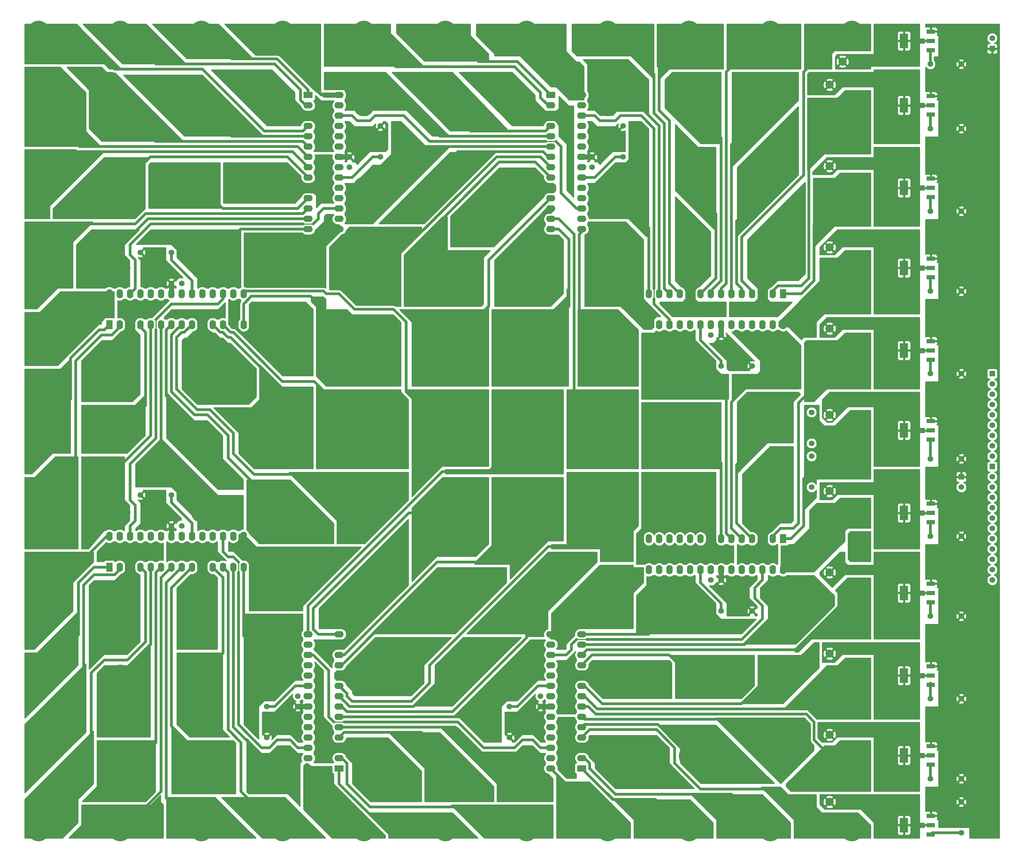
<source format=gtl>
G04 (created by PCBNEW-RS274X (2012-jan-04)-stable) date 2012-05-04T20:44:14 CEST*
G01*
G70*
G90*
%MOIN*%
G04 Gerber Fmt 3.4, Leading zero omitted, Abs format*
%FSLAX34Y34*%
G04 APERTURE LIST*
%ADD10C,0.006000*%
%ADD11R,0.055000X0.055000*%
%ADD12C,0.055000*%
%ADD13R,0.080000X0.144000*%
%ADD14R,0.080000X0.040000*%
%ADD15C,0.200000*%
%ADD16C,0.078700*%
%ADD17O,0.062000X0.090000*%
%ADD18R,0.062000X0.090000*%
%ADD19O,0.090000X0.062000*%
%ADD20R,0.090000X0.062000*%
%ADD21C,0.059100*%
%ADD22C,0.025000*%
%ADD23C,0.050000*%
%ADD24C,0.010000*%
G04 APERTURE END LIST*
G54D10*
G54D11*
X111500Y-45500D03*
G54D12*
X111500Y-46500D03*
X111500Y-47500D03*
X111500Y-48500D03*
X111500Y-49500D03*
X111500Y-50500D03*
X111500Y-51500D03*
X111500Y-52500D03*
X111500Y-53500D03*
G54D11*
X111500Y-14000D03*
G54D12*
X111500Y-13000D03*
G54D11*
X111500Y-54500D03*
G54D12*
X111500Y-55500D03*
X111500Y-56500D03*
X111500Y-57500D03*
X111500Y-58500D03*
X111500Y-59500D03*
X111500Y-60500D03*
X111500Y-61500D03*
X111500Y-62500D03*
X111500Y-63500D03*
X111500Y-64500D03*
X111500Y-65500D03*
X108500Y-45500D03*
X105500Y-45500D03*
X108500Y-53750D03*
X105500Y-53750D03*
X108500Y-29750D03*
X105500Y-29750D03*
X108500Y-37500D03*
X105500Y-37500D03*
X108500Y-15500D03*
X105500Y-15500D03*
X108500Y-61250D03*
X105500Y-61250D03*
X108500Y-69000D03*
X105500Y-69000D03*
X108500Y-77000D03*
X105500Y-77000D03*
X108500Y-84750D03*
X105500Y-84750D03*
X108500Y-87000D03*
X108500Y-90000D03*
X108500Y-21750D03*
X105500Y-21750D03*
X88250Y-44750D03*
X85250Y-44750D03*
X75750Y-21500D03*
X75750Y-24500D03*
X52250Y-21500D03*
X52250Y-24500D03*
X29000Y-33750D03*
X32000Y-33750D03*
X29000Y-57250D03*
X32000Y-57250D03*
X41250Y-80750D03*
X41250Y-77750D03*
X64750Y-80750D03*
X64750Y-77750D03*
X88250Y-68500D03*
X85250Y-68500D03*
X94000Y-53500D03*
X94000Y-56500D03*
X94000Y-49250D03*
X94000Y-52250D03*
X84250Y-41750D03*
X85250Y-41750D03*
X84250Y-65500D03*
X85250Y-65500D03*
X67750Y-76750D03*
X67750Y-77750D03*
X44250Y-76750D03*
X44250Y-77750D03*
X33000Y-60250D03*
X32000Y-60250D03*
X33000Y-36750D03*
X32000Y-36750D03*
X49250Y-25500D03*
X49250Y-24500D03*
X72750Y-25500D03*
X72750Y-24500D03*
G54D13*
X102950Y-13250D03*
G54D14*
X105550Y-13250D03*
X105550Y-12350D03*
X105550Y-14150D03*
G54D13*
X102950Y-19500D03*
G54D14*
X105550Y-19500D03*
X105550Y-18600D03*
X105550Y-20400D03*
G54D13*
X102950Y-27500D03*
G54D14*
X105550Y-27500D03*
X105550Y-26600D03*
X105550Y-28400D03*
G54D13*
X102950Y-35250D03*
G54D14*
X105550Y-35250D03*
X105550Y-34350D03*
X105550Y-36150D03*
G54D13*
X102950Y-43250D03*
G54D14*
X105550Y-43250D03*
X105550Y-42350D03*
X105550Y-44150D03*
G54D13*
X102950Y-51000D03*
G54D14*
X105550Y-51000D03*
X105550Y-50100D03*
X105550Y-51900D03*
G54D13*
X102950Y-59000D03*
G54D14*
X105550Y-59000D03*
X105550Y-58100D03*
X105550Y-59900D03*
G54D13*
X102950Y-66750D03*
G54D14*
X105550Y-66750D03*
X105550Y-65850D03*
X105550Y-67650D03*
G54D13*
X102950Y-74750D03*
G54D14*
X105550Y-74750D03*
X105550Y-73850D03*
X105550Y-75650D03*
G54D13*
X102950Y-82500D03*
G54D14*
X105550Y-82500D03*
X105550Y-81600D03*
X105550Y-83400D03*
G54D13*
X102950Y-89250D03*
G54D14*
X105550Y-89250D03*
X105550Y-88350D03*
X105550Y-90150D03*
G54D15*
X58531Y-12277D03*
X19161Y-12277D03*
X27035Y-12277D03*
X34909Y-12277D03*
X42783Y-12277D03*
X50657Y-12277D03*
X66405Y-12277D03*
X74279Y-12277D03*
X82153Y-12277D03*
X90027Y-12277D03*
X97901Y-12277D03*
X58531Y-19560D03*
X19161Y-19560D03*
X27035Y-19560D03*
X34909Y-19560D03*
X42783Y-19560D03*
X50657Y-19560D03*
X66405Y-19560D03*
X74279Y-19560D03*
X82153Y-19560D03*
X90027Y-19560D03*
X97901Y-19560D03*
X58531Y-27434D03*
X19161Y-27434D03*
X27035Y-27434D03*
X34909Y-27434D03*
X42783Y-27434D03*
X50657Y-27434D03*
X66405Y-27434D03*
X74279Y-27434D03*
X82153Y-27434D03*
X90027Y-27434D03*
X97901Y-27434D03*
X58531Y-35308D03*
X19161Y-35308D03*
X27035Y-35308D03*
X34909Y-35308D03*
X42783Y-35308D03*
X50657Y-35308D03*
X66405Y-35308D03*
X74279Y-35308D03*
X82153Y-35308D03*
X90027Y-35308D03*
X97901Y-35308D03*
X58531Y-43182D03*
X19161Y-43182D03*
X27035Y-43182D03*
X34909Y-43182D03*
X42783Y-43182D03*
X50657Y-43182D03*
X66405Y-43182D03*
X74279Y-43182D03*
X82153Y-43182D03*
X90027Y-43182D03*
X97901Y-43182D03*
X58531Y-51056D03*
X19161Y-51056D03*
X27035Y-51056D03*
X34909Y-51056D03*
X42783Y-51056D03*
X50657Y-51056D03*
X66405Y-51056D03*
X74279Y-51056D03*
X82153Y-51056D03*
X90027Y-51056D03*
X97901Y-51056D03*
X58531Y-58930D03*
X19161Y-58930D03*
X27035Y-58930D03*
X34909Y-58930D03*
X42783Y-58930D03*
X50657Y-58930D03*
X66405Y-58930D03*
X74279Y-58930D03*
X82153Y-58930D03*
X90027Y-58930D03*
X97901Y-58930D03*
X58531Y-66804D03*
X19161Y-66804D03*
X27035Y-66804D03*
X34909Y-66804D03*
X42783Y-66804D03*
X50657Y-66804D03*
X66405Y-66804D03*
X74279Y-66804D03*
X82153Y-66804D03*
X90027Y-66804D03*
X97901Y-66804D03*
X58531Y-74678D03*
X19161Y-74678D03*
X27035Y-74678D03*
X34909Y-74678D03*
X42783Y-74678D03*
X50657Y-74678D03*
X66405Y-74678D03*
X74279Y-74678D03*
X82153Y-74678D03*
X90027Y-74678D03*
X97901Y-74678D03*
X58531Y-82552D03*
X19161Y-82552D03*
X27035Y-82552D03*
X34909Y-82552D03*
X42783Y-82552D03*
X50657Y-82552D03*
X66405Y-82552D03*
X74279Y-82552D03*
X82153Y-82552D03*
X90027Y-82552D03*
X97901Y-82552D03*
X58531Y-89836D03*
X19161Y-89836D03*
X27035Y-89836D03*
X34909Y-89836D03*
X42783Y-89836D03*
X50657Y-89836D03*
X66405Y-89836D03*
X74279Y-89836D03*
X82153Y-89836D03*
X90027Y-89836D03*
X97901Y-89836D03*
G54D16*
X95750Y-49500D03*
X97000Y-15250D03*
X95750Y-17504D03*
X95750Y-25378D03*
X95750Y-33252D03*
X95750Y-41126D03*
X95750Y-56874D03*
X95750Y-64748D03*
X95750Y-72622D03*
X95750Y-80496D03*
X95750Y-87000D03*
G54D17*
X90250Y-37750D03*
X89250Y-37750D03*
X88250Y-37750D03*
X87250Y-37750D03*
X86250Y-37750D03*
X85250Y-37750D03*
X84250Y-37750D03*
X83250Y-37750D03*
X82250Y-37750D03*
X81250Y-37750D03*
X80250Y-37750D03*
X79250Y-37750D03*
X78250Y-37750D03*
G54D18*
X91250Y-37750D03*
G54D17*
X78250Y-40750D03*
X79250Y-40750D03*
X80250Y-40750D03*
X81250Y-40750D03*
X82250Y-40750D03*
X83250Y-40750D03*
X84250Y-40750D03*
X85250Y-40750D03*
X86250Y-40750D03*
X87250Y-40750D03*
X88250Y-40750D03*
X89250Y-40750D03*
X90250Y-40750D03*
X91250Y-40750D03*
G54D19*
X68750Y-19500D03*
X68750Y-20500D03*
X68750Y-21500D03*
X68750Y-22500D03*
X68750Y-23500D03*
X68750Y-24500D03*
X68750Y-25500D03*
X68750Y-26500D03*
X68750Y-27500D03*
X68750Y-28500D03*
X68750Y-29500D03*
X68750Y-30500D03*
X68750Y-31500D03*
G54D20*
X68750Y-18500D03*
G54D19*
X71750Y-31500D03*
X71750Y-30500D03*
X71750Y-29500D03*
X71750Y-28500D03*
X71750Y-27500D03*
X71750Y-26500D03*
X71750Y-25500D03*
X71750Y-24500D03*
X71750Y-23500D03*
X71750Y-22500D03*
X71750Y-21500D03*
X71750Y-20500D03*
X71750Y-19500D03*
X71750Y-18500D03*
X45250Y-19500D03*
X45250Y-20500D03*
X45250Y-21500D03*
X45250Y-22500D03*
X45250Y-23500D03*
X45250Y-24500D03*
X45250Y-25500D03*
X45250Y-26500D03*
X45250Y-27500D03*
X45250Y-28500D03*
X45250Y-29500D03*
X45250Y-30500D03*
X45250Y-31500D03*
G54D20*
X45250Y-18500D03*
G54D19*
X48250Y-31500D03*
X48250Y-30500D03*
X48250Y-29500D03*
X48250Y-28500D03*
X48250Y-27500D03*
X48250Y-26500D03*
X48250Y-25500D03*
X48250Y-24500D03*
X48250Y-23500D03*
X48250Y-22500D03*
X48250Y-21500D03*
X48250Y-20500D03*
X48250Y-19500D03*
X48250Y-18500D03*
G54D17*
X27000Y-40750D03*
X28000Y-40750D03*
X29000Y-40750D03*
X30000Y-40750D03*
X31000Y-40750D03*
X32000Y-40750D03*
X33000Y-40750D03*
X34000Y-40750D03*
X35000Y-40750D03*
X36000Y-40750D03*
X37000Y-40750D03*
X38000Y-40750D03*
X39000Y-40750D03*
G54D18*
X26000Y-40750D03*
G54D17*
X39000Y-37750D03*
X38000Y-37750D03*
X37000Y-37750D03*
X36000Y-37750D03*
X35000Y-37750D03*
X34000Y-37750D03*
X33000Y-37750D03*
X32000Y-37750D03*
X31000Y-37750D03*
X30000Y-37750D03*
X29000Y-37750D03*
X28000Y-37750D03*
X27000Y-37750D03*
X26000Y-37750D03*
X27000Y-64250D03*
X28000Y-64250D03*
X29000Y-64250D03*
X30000Y-64250D03*
X31000Y-64250D03*
X32000Y-64250D03*
X33000Y-64250D03*
X34000Y-64250D03*
X35000Y-64250D03*
X36000Y-64250D03*
X37000Y-64250D03*
X38000Y-64250D03*
X39000Y-64250D03*
G54D18*
X26000Y-64250D03*
G54D17*
X39000Y-61250D03*
X38000Y-61250D03*
X37000Y-61250D03*
X36000Y-61250D03*
X35000Y-61250D03*
X34000Y-61250D03*
X33000Y-61250D03*
X32000Y-61250D03*
X31000Y-61250D03*
X30000Y-61250D03*
X29000Y-61250D03*
X28000Y-61250D03*
X27000Y-61250D03*
X26000Y-61250D03*
G54D19*
X48250Y-82750D03*
X48250Y-81750D03*
X48250Y-80750D03*
X48250Y-79750D03*
X48250Y-78750D03*
X48250Y-77750D03*
X48250Y-76750D03*
X48250Y-75750D03*
X48250Y-74750D03*
X48250Y-73750D03*
X48250Y-72750D03*
X48250Y-71750D03*
X48250Y-70750D03*
G54D20*
X48250Y-83750D03*
G54D19*
X45250Y-70750D03*
X45250Y-71750D03*
X45250Y-72750D03*
X45250Y-73750D03*
X45250Y-74750D03*
X45250Y-75750D03*
X45250Y-76750D03*
X45250Y-77750D03*
X45250Y-78750D03*
X45250Y-79750D03*
X45250Y-80750D03*
X45250Y-81750D03*
X45250Y-82750D03*
X45250Y-83750D03*
X71750Y-82750D03*
X71750Y-81750D03*
X71750Y-80750D03*
X71750Y-79750D03*
X71750Y-78750D03*
X71750Y-77750D03*
X71750Y-76750D03*
X71750Y-75750D03*
X71750Y-74750D03*
X71750Y-73750D03*
X71750Y-72750D03*
X71750Y-71750D03*
X71750Y-70750D03*
G54D20*
X71750Y-83750D03*
G54D19*
X68750Y-70750D03*
X68750Y-71750D03*
X68750Y-72750D03*
X68750Y-73750D03*
X68750Y-74750D03*
X68750Y-75750D03*
X68750Y-76750D03*
X68750Y-77750D03*
X68750Y-78750D03*
X68750Y-79750D03*
X68750Y-80750D03*
X68750Y-81750D03*
X68750Y-82750D03*
X68750Y-83750D03*
G54D17*
X90250Y-61500D03*
X89250Y-61500D03*
X88250Y-61500D03*
X87250Y-61500D03*
X86250Y-61500D03*
X85250Y-61500D03*
X84250Y-61500D03*
X83250Y-61500D03*
X82250Y-61500D03*
X81250Y-61500D03*
X80250Y-61500D03*
X79250Y-61500D03*
X78250Y-61500D03*
G54D18*
X91250Y-61500D03*
G54D17*
X78250Y-64500D03*
X79250Y-64500D03*
X80250Y-64500D03*
X81250Y-64500D03*
X82250Y-64500D03*
X83250Y-64500D03*
X84250Y-64500D03*
X85250Y-64500D03*
X86250Y-64500D03*
X87250Y-64500D03*
X88250Y-64500D03*
X89250Y-64500D03*
X90250Y-64500D03*
X91250Y-64500D03*
G54D11*
X108500Y-55500D03*
G54D12*
X108500Y-56500D03*
G54D21*
X99250Y-63250D03*
X98000Y-61250D03*
X98000Y-63250D03*
X99250Y-61250D03*
G54D22*
X22500Y-12000D02*
X19130Y-12000D01*
X35000Y-16000D02*
X26500Y-16000D01*
X45250Y-21500D02*
X44750Y-22000D01*
X41000Y-22000D02*
X40500Y-21500D01*
X44750Y-22000D02*
X41000Y-22000D01*
X22750Y-12250D02*
X22500Y-12000D01*
X26500Y-16000D02*
X22750Y-12250D01*
X40500Y-21500D02*
X35000Y-16000D01*
X44500Y-19000D02*
X44500Y-18000D01*
X44500Y-18000D02*
X42000Y-15500D01*
X30504Y-15500D02*
X27004Y-12000D01*
X30750Y-15500D02*
X30504Y-15500D01*
X45000Y-19500D02*
X44500Y-19000D01*
X45250Y-19500D02*
X45000Y-19500D01*
X30750Y-15500D02*
X30849Y-15500D01*
X42000Y-15500D02*
X30750Y-15500D01*
X88250Y-37500D02*
X87250Y-36500D01*
X93250Y-16250D02*
X94000Y-15500D01*
X88250Y-37750D02*
X88250Y-37500D01*
X93250Y-26250D02*
X93250Y-16337D01*
X94000Y-15500D02*
X96750Y-12750D01*
X87250Y-32250D02*
X93250Y-26250D01*
X96750Y-12750D02*
X97120Y-12750D01*
X93250Y-16337D02*
X93250Y-16250D01*
X87250Y-36500D02*
X87250Y-32250D01*
X97120Y-12750D02*
X97870Y-12000D01*
X42250Y-15000D02*
X38223Y-15000D01*
X45250Y-18500D02*
X45250Y-18000D01*
X38223Y-15000D02*
X37878Y-15000D01*
X37878Y-15000D02*
X34878Y-12000D01*
X45250Y-18000D02*
X42250Y-15000D01*
X46500Y-18500D02*
X42783Y-14783D01*
X42783Y-12031D02*
X42752Y-12000D01*
X42783Y-14750D02*
X42783Y-12031D01*
X48250Y-18500D02*
X46500Y-18500D01*
X42783Y-14783D02*
X42783Y-14750D01*
X53750Y-15750D02*
X51750Y-13750D01*
X67750Y-18750D02*
X67750Y-18250D01*
X51750Y-13750D02*
X50750Y-12750D01*
X50750Y-12750D02*
X50750Y-11779D01*
X50750Y-11779D02*
X50657Y-11686D01*
X67750Y-18250D02*
X65250Y-15750D01*
X68500Y-19500D02*
X67750Y-18750D01*
X65250Y-15750D02*
X53750Y-15750D01*
X68750Y-19500D02*
X68500Y-19500D01*
X62095Y-15250D02*
X61750Y-15250D01*
X61750Y-15250D02*
X58500Y-12000D01*
X68750Y-18500D02*
X65500Y-15250D01*
X65500Y-15250D02*
X62095Y-15250D01*
X66405Y-12031D02*
X66374Y-12000D01*
X66405Y-14405D02*
X66405Y-12031D01*
X70500Y-18500D02*
X66405Y-14405D01*
X71750Y-18500D02*
X70500Y-18500D01*
X78750Y-20250D02*
X78750Y-16502D01*
X78750Y-16502D02*
X74248Y-12000D01*
X80250Y-37750D02*
X79750Y-37250D01*
X79750Y-37250D02*
X79750Y-21250D01*
X79750Y-21250D02*
X78750Y-20250D01*
X79250Y-15000D02*
X79250Y-20000D01*
X79250Y-15000D02*
X79250Y-14872D01*
X79250Y-14872D02*
X82122Y-12000D01*
X80250Y-36750D02*
X81250Y-37750D01*
X80250Y-21000D02*
X80250Y-36750D01*
X79250Y-20000D02*
X80250Y-21000D01*
X85250Y-37750D02*
X85250Y-37250D01*
X85750Y-36750D02*
X85750Y-16500D01*
X85250Y-37250D02*
X85750Y-36750D01*
X85750Y-16246D02*
X89996Y-12000D01*
X85750Y-16500D02*
X85750Y-16246D01*
X23101Y-23500D02*
X19161Y-19560D01*
X45250Y-24500D02*
X44250Y-23500D01*
X44250Y-23500D02*
X23101Y-23500D01*
X45250Y-23500D02*
X44750Y-23000D01*
X44750Y-23000D02*
X30475Y-23000D01*
X30475Y-23000D02*
X27035Y-19560D01*
X90250Y-37500D02*
X90750Y-37000D01*
X93750Y-23711D02*
X97901Y-19560D01*
X93000Y-37000D02*
X93250Y-36750D01*
X90250Y-37750D02*
X90250Y-37500D01*
X90750Y-37000D02*
X93000Y-37000D01*
X93750Y-36250D02*
X93750Y-23711D01*
X93250Y-36750D02*
X93750Y-36250D01*
X37849Y-22500D02*
X34909Y-19560D01*
X45250Y-22500D02*
X37849Y-22500D01*
X43723Y-20500D02*
X42783Y-19560D01*
X45250Y-20500D02*
X43723Y-20500D01*
X68750Y-22500D02*
X58000Y-22500D01*
X55000Y-19500D02*
X53250Y-19500D01*
X53250Y-19500D02*
X50717Y-19500D01*
X58000Y-22500D02*
X55000Y-19500D01*
X50717Y-19500D02*
X50657Y-19560D01*
X68250Y-22000D02*
X60971Y-22000D01*
X60971Y-22000D02*
X58531Y-19560D01*
X68750Y-21500D02*
X68250Y-22000D01*
X68750Y-20500D02*
X67345Y-20500D01*
X67345Y-20500D02*
X66405Y-19560D01*
X79250Y-37750D02*
X79250Y-21500D01*
X74719Y-20000D02*
X74279Y-19560D01*
X77750Y-20000D02*
X74719Y-20000D01*
X79250Y-21500D02*
X77750Y-20000D01*
X85250Y-36500D02*
X85250Y-22657D01*
X84250Y-37500D02*
X85250Y-36500D01*
X85250Y-22657D02*
X82153Y-19560D01*
X84250Y-37750D02*
X84250Y-37500D01*
X86250Y-23337D02*
X90027Y-19560D01*
X86250Y-37750D02*
X86250Y-23337D01*
X22595Y-24000D02*
X19161Y-27434D01*
X43750Y-24000D02*
X22595Y-24000D01*
X45250Y-25500D02*
X43750Y-24000D01*
X45250Y-26500D02*
X43250Y-24500D01*
X29969Y-24500D02*
X27035Y-27434D01*
X43250Y-24500D02*
X29969Y-24500D01*
X94250Y-31085D02*
X97901Y-27434D01*
X93000Y-37750D02*
X94250Y-36500D01*
X94250Y-36500D02*
X94250Y-31085D01*
X91250Y-37750D02*
X93000Y-37750D01*
X36975Y-29500D02*
X34909Y-27434D01*
X44250Y-29500D02*
X36975Y-29500D01*
X45250Y-28500D02*
X44250Y-29500D01*
X45250Y-27500D02*
X42849Y-27500D01*
X42849Y-27500D02*
X42783Y-27434D01*
X68750Y-23500D02*
X54591Y-23500D01*
X54591Y-23500D02*
X50657Y-27434D01*
X59750Y-24000D02*
X58531Y-25219D01*
X68000Y-24000D02*
X59750Y-24000D01*
X68500Y-24500D02*
X68000Y-24000D01*
X58531Y-25219D02*
X58531Y-27434D01*
X68750Y-24500D02*
X68500Y-24500D01*
X78250Y-31405D02*
X74279Y-27434D01*
X78250Y-37750D02*
X78250Y-31405D01*
X83250Y-37750D02*
X84750Y-36250D01*
X84750Y-36250D02*
X84750Y-30031D01*
X84750Y-30031D02*
X82153Y-27434D01*
X87250Y-37250D02*
X86750Y-36750D01*
X86750Y-30711D02*
X90027Y-27434D01*
X87250Y-37750D02*
X87250Y-37250D01*
X86750Y-36750D02*
X86750Y-30711D01*
X29500Y-30000D02*
X28500Y-31000D01*
X45250Y-29500D02*
X44750Y-30000D01*
X28500Y-31000D02*
X23469Y-31000D01*
X44750Y-30000D02*
X29500Y-30000D01*
X23469Y-31000D02*
X19161Y-35308D01*
X29750Y-30500D02*
X27035Y-33215D01*
X27035Y-33215D02*
X27035Y-35308D01*
X45250Y-30500D02*
X29750Y-30500D01*
X91250Y-40750D02*
X91250Y-40250D01*
X96192Y-35308D02*
X97901Y-35308D01*
X91250Y-40250D02*
X96192Y-35308D01*
X38717Y-31500D02*
X34909Y-35308D01*
X45250Y-31500D02*
X38717Y-31500D01*
X48250Y-31750D02*
X44692Y-35308D01*
X44692Y-35308D02*
X42783Y-35308D01*
X48250Y-31500D02*
X48250Y-31750D01*
X63500Y-24500D02*
X52692Y-35308D01*
X67750Y-24500D02*
X63500Y-24500D01*
X52692Y-35308D02*
X50657Y-35308D01*
X68750Y-25500D02*
X67750Y-24500D01*
X58531Y-30219D02*
X58531Y-35308D01*
X68750Y-26500D02*
X67250Y-25000D01*
X67250Y-25000D02*
X63750Y-25000D01*
X63750Y-25000D02*
X58531Y-30219D01*
X66500Y-31750D02*
X66500Y-35213D01*
X66500Y-35213D02*
X66405Y-35308D01*
X68750Y-29500D02*
X66500Y-31750D01*
X78250Y-40750D02*
X78250Y-39279D01*
X78250Y-39279D02*
X74279Y-35308D01*
X82250Y-35405D02*
X82153Y-35308D01*
X82250Y-37750D02*
X82250Y-35405D01*
X24250Y-37750D02*
X19161Y-42839D01*
X19161Y-42839D02*
X19161Y-43182D01*
X26000Y-37750D02*
X24250Y-37750D01*
X28000Y-42217D02*
X27035Y-43182D01*
X28000Y-40750D02*
X28000Y-42217D01*
X91000Y-60500D02*
X92250Y-60500D01*
X90250Y-61250D02*
X91000Y-60500D01*
X92750Y-60000D02*
X92750Y-48333D01*
X92750Y-48333D02*
X97901Y-43182D01*
X92250Y-60500D02*
X92750Y-60000D01*
X90250Y-61500D02*
X90250Y-61250D01*
X35000Y-40750D02*
X35000Y-43091D01*
X35000Y-43091D02*
X34909Y-43182D01*
X40250Y-43000D02*
X40500Y-43250D01*
X40500Y-43250D02*
X42715Y-43250D01*
X38000Y-40750D02*
X40250Y-43000D01*
X42715Y-43250D02*
X42783Y-43182D01*
X39750Y-38000D02*
X45475Y-38000D01*
X39000Y-40750D02*
X39000Y-38750D01*
X39000Y-38750D02*
X39750Y-38000D01*
X45475Y-38000D02*
X50657Y-43182D01*
X68750Y-28500D02*
X62750Y-34500D01*
X62750Y-34500D02*
X62750Y-38963D01*
X62750Y-38963D02*
X58531Y-43182D01*
X69500Y-31500D02*
X70000Y-32000D01*
X70500Y-32500D02*
X70500Y-39000D01*
X70500Y-39000D02*
X70000Y-39500D01*
X70000Y-39500D02*
X70000Y-39587D01*
X70000Y-32000D02*
X70500Y-32500D01*
X68750Y-31500D02*
X69500Y-31500D01*
X70000Y-39587D02*
X66405Y-43182D01*
X71500Y-40403D02*
X74279Y-43182D01*
X71750Y-31500D02*
X71750Y-31750D01*
X71750Y-31750D02*
X71500Y-32000D01*
X71500Y-32000D02*
X71500Y-40403D01*
X85750Y-46779D02*
X82153Y-43182D01*
X85750Y-61000D02*
X85750Y-46779D01*
X86250Y-61500D02*
X85750Y-61000D01*
X86250Y-60500D02*
X86250Y-48250D01*
X87250Y-61500D02*
X86250Y-60500D01*
X86250Y-48250D02*
X90027Y-44473D01*
X90027Y-44473D02*
X90027Y-43182D01*
X26000Y-40750D02*
X25500Y-41250D01*
X22250Y-44000D02*
X22250Y-47967D01*
X25500Y-41250D02*
X25000Y-41250D01*
X25000Y-41250D02*
X22250Y-44000D01*
X22250Y-47967D02*
X19161Y-51056D01*
X29500Y-41500D02*
X29500Y-48591D01*
X29000Y-40750D02*
X29000Y-41000D01*
X29500Y-48591D02*
X27035Y-51056D01*
X29000Y-41000D02*
X29500Y-41500D01*
X91250Y-61500D02*
X92000Y-61500D01*
X93250Y-60250D02*
X93250Y-55707D01*
X93250Y-55707D02*
X97901Y-51056D01*
X92000Y-61500D02*
X93250Y-60250D01*
X31500Y-47647D02*
X34909Y-51056D01*
X31500Y-41250D02*
X31500Y-47647D01*
X32000Y-40750D02*
X31500Y-41250D01*
X37250Y-41750D02*
X37500Y-42000D01*
X36750Y-41500D02*
X37000Y-41500D01*
X40750Y-49023D02*
X42783Y-51056D01*
X37000Y-41500D02*
X37250Y-41750D01*
X37750Y-42000D02*
X40750Y-45000D01*
X37500Y-42000D02*
X37750Y-42000D01*
X36000Y-40750D02*
X36750Y-41500D01*
X40750Y-45000D02*
X40750Y-49023D01*
X37750Y-41500D02*
X38000Y-41500D01*
X45851Y-46250D02*
X50657Y-51056D01*
X42750Y-46250D02*
X45851Y-46250D01*
X38000Y-41500D02*
X42750Y-46250D01*
X37000Y-40750D02*
X37750Y-41500D01*
X46750Y-37500D02*
X47000Y-37750D01*
X54750Y-40500D02*
X54750Y-47275D01*
X47000Y-37750D02*
X48250Y-37750D01*
X39250Y-37500D02*
X46750Y-37500D01*
X54750Y-47275D02*
X58531Y-51056D01*
X48250Y-37750D02*
X49750Y-39250D01*
X49750Y-39250D02*
X53500Y-39250D01*
X53500Y-39250D02*
X54750Y-40500D01*
X39000Y-37750D02*
X39250Y-37500D01*
X62750Y-55000D02*
X65250Y-52500D01*
X58250Y-55000D02*
X62750Y-55000D01*
X45250Y-70750D02*
X45250Y-68000D01*
X45250Y-68000D02*
X58250Y-55000D01*
X68750Y-30500D02*
X69500Y-30500D01*
X71000Y-47777D02*
X74279Y-51056D01*
X69500Y-30500D02*
X70500Y-31500D01*
X69500Y-30500D02*
X70500Y-31500D01*
X70500Y-31500D02*
X71000Y-32000D01*
X71000Y-32000D02*
X71000Y-44000D01*
X71000Y-44000D02*
X71000Y-47777D01*
X85250Y-61500D02*
X85250Y-54153D01*
X85250Y-54153D02*
X82153Y-51056D01*
X86750Y-60000D02*
X86750Y-54333D01*
X88250Y-61500D02*
X86750Y-60000D01*
X86750Y-54333D02*
X90027Y-51056D01*
X26250Y-41750D02*
X25250Y-41750D01*
X22750Y-55341D02*
X19161Y-58930D01*
X22750Y-44250D02*
X22750Y-55250D01*
X27000Y-40750D02*
X27000Y-41000D01*
X27000Y-41000D02*
X26250Y-41750D01*
X25250Y-41750D02*
X22750Y-44250D01*
X22750Y-55250D02*
X22750Y-55341D01*
X30000Y-50250D02*
X30000Y-51500D01*
X30000Y-51500D02*
X27035Y-54465D01*
X30000Y-40750D02*
X30000Y-50250D01*
X27035Y-54465D02*
X27035Y-58930D01*
X91250Y-64500D02*
X92331Y-64500D01*
X92331Y-64500D02*
X97901Y-58930D01*
X31000Y-54250D02*
X31000Y-55021D01*
X31000Y-40750D02*
X31000Y-54250D01*
X31000Y-55021D02*
X34909Y-58930D01*
X33000Y-40750D02*
X32250Y-41500D01*
X35500Y-49500D02*
X37500Y-51500D01*
X32000Y-41750D02*
X32000Y-47250D01*
X37500Y-51500D02*
X37500Y-53647D01*
X32000Y-47250D02*
X34250Y-49500D01*
X34250Y-49500D02*
X35500Y-49500D01*
X32250Y-41500D02*
X32000Y-41750D01*
X37500Y-53647D02*
X42783Y-58930D01*
X34000Y-40750D02*
X33250Y-41500D01*
X32500Y-47000D02*
X34500Y-49000D01*
X33000Y-41500D02*
X32500Y-42000D01*
X34500Y-49000D02*
X35750Y-49000D01*
X35750Y-49000D02*
X38000Y-51250D01*
X38000Y-51250D02*
X38000Y-53250D01*
X46977Y-55250D02*
X50657Y-58930D01*
X40000Y-55250D02*
X46977Y-55250D01*
X33250Y-41500D02*
X33000Y-41500D01*
X32500Y-42000D02*
X32500Y-47000D01*
X38000Y-53250D02*
X40000Y-55250D01*
X55000Y-59000D02*
X58461Y-59000D01*
X46250Y-70750D02*
X45750Y-70250D01*
X45750Y-68250D02*
X48250Y-65750D01*
X48250Y-70750D02*
X46250Y-70750D01*
X58461Y-59000D02*
X58531Y-58930D01*
X48250Y-65750D02*
X55000Y-59000D01*
X45750Y-70250D02*
X45750Y-68250D01*
X48250Y-72750D02*
X48750Y-72750D01*
X61500Y-63750D02*
X61585Y-63750D01*
X61585Y-63750D02*
X66405Y-58930D01*
X57750Y-63750D02*
X61500Y-63750D01*
X48750Y-72750D02*
X57750Y-63750D01*
X49000Y-76750D02*
X49500Y-77250D01*
X49000Y-76500D02*
X49000Y-76750D01*
X70959Y-62250D02*
X74279Y-58930D01*
X55250Y-77250D02*
X57000Y-75500D01*
X48250Y-75750D02*
X49000Y-76500D01*
X49500Y-77250D02*
X55250Y-77250D01*
X57000Y-73750D02*
X68500Y-62250D01*
X68500Y-62250D02*
X70959Y-62250D01*
X57000Y-75500D02*
X57000Y-73750D01*
X84250Y-61500D02*
X84250Y-61027D01*
X84250Y-61027D02*
X82153Y-58930D01*
X89250Y-61500D02*
X89250Y-59707D01*
X89250Y-59707D02*
X90027Y-58930D01*
X26000Y-61250D02*
X25750Y-61250D01*
X24000Y-63000D02*
X22965Y-63000D01*
X25750Y-61250D02*
X24000Y-63000D01*
X22965Y-63000D02*
X19161Y-66804D01*
X71750Y-72750D02*
X72250Y-72250D01*
X72250Y-72250D02*
X92455Y-72250D01*
X92455Y-72250D02*
X97901Y-66804D01*
X55446Y-66804D02*
X58531Y-66804D01*
X48250Y-73750D02*
X48500Y-73750D01*
X48500Y-73750D02*
X55446Y-66804D01*
X66405Y-71095D02*
X66405Y-66804D01*
X49000Y-78250D02*
X59250Y-78250D01*
X48500Y-77750D02*
X49000Y-78250D01*
X48250Y-77750D02*
X48500Y-77750D01*
X59250Y-78250D02*
X66405Y-71095D01*
X71750Y-70750D02*
X78207Y-70750D01*
X78207Y-70750D02*
X82153Y-66804D01*
X90027Y-69223D02*
X90027Y-66804D01*
X87500Y-71750D02*
X90027Y-69223D01*
X71750Y-71750D02*
X87500Y-71750D01*
X23000Y-65750D02*
X23000Y-70839D01*
X23000Y-70839D02*
X19161Y-74678D01*
X24500Y-64250D02*
X23000Y-65750D01*
X26000Y-64250D02*
X24500Y-64250D01*
X30000Y-64250D02*
X30000Y-71713D01*
X30000Y-71713D02*
X27035Y-74678D01*
X72000Y-76750D02*
X73250Y-78000D01*
X71750Y-76750D02*
X72000Y-76750D01*
X94579Y-78000D02*
X97901Y-74678D01*
X73250Y-78000D02*
X94579Y-78000D01*
X37000Y-72587D02*
X34909Y-74678D01*
X36000Y-64250D02*
X37000Y-65250D01*
X37000Y-65250D02*
X37000Y-72587D01*
X39000Y-64250D02*
X39000Y-70895D01*
X39000Y-70895D02*
X42783Y-74678D01*
X49000Y-77500D02*
X49250Y-77750D01*
X48250Y-76750D02*
X49000Y-77500D01*
X49250Y-77750D02*
X55459Y-77750D01*
X55459Y-77750D02*
X58531Y-74678D01*
X62333Y-78750D02*
X66405Y-74678D01*
X48250Y-78750D02*
X60000Y-78750D01*
X60000Y-78750D02*
X62333Y-78750D01*
X72750Y-72750D02*
X80225Y-72750D01*
X71750Y-73750D02*
X72750Y-72750D01*
X80225Y-72750D02*
X82153Y-74678D01*
X87205Y-77500D02*
X90027Y-74678D01*
X71750Y-75750D02*
X72000Y-75750D01*
X73750Y-77500D02*
X87205Y-77500D01*
X72000Y-75750D02*
X73750Y-77500D01*
X26500Y-65000D02*
X24500Y-65000D01*
X27000Y-64500D02*
X26500Y-65000D01*
X24500Y-65000D02*
X23500Y-66000D01*
X23500Y-78213D02*
X19161Y-82552D01*
X23500Y-66000D02*
X23500Y-78213D01*
X27000Y-64250D02*
X27000Y-64500D01*
X30500Y-64750D02*
X30500Y-81250D01*
X30500Y-81250D02*
X29198Y-82552D01*
X29198Y-82552D02*
X27035Y-82552D01*
X31000Y-64250D02*
X30500Y-64750D01*
X94250Y-81000D02*
X95802Y-82552D01*
X95802Y-82552D02*
X97901Y-82552D01*
X72372Y-77750D02*
X73122Y-78500D01*
X73122Y-78500D02*
X93000Y-78500D01*
X71750Y-77750D02*
X72372Y-77750D01*
X93000Y-78500D02*
X93500Y-78500D01*
X93500Y-78500D02*
X94250Y-79250D01*
X94250Y-79250D02*
X94250Y-81000D01*
X34000Y-64250D02*
X32000Y-66250D01*
X32000Y-66250D02*
X32000Y-79643D01*
X32000Y-79643D02*
X34909Y-82552D01*
X40802Y-82552D02*
X42783Y-82552D01*
X38000Y-64250D02*
X38000Y-79750D01*
X38000Y-79750D02*
X40802Y-82552D01*
X56229Y-80250D02*
X58531Y-82552D01*
X48750Y-80250D02*
X56229Y-80250D01*
X48250Y-80750D02*
X48750Y-80250D01*
X48250Y-79750D02*
X59500Y-79750D01*
X62000Y-82250D02*
X66103Y-82250D01*
X59500Y-79750D02*
X62000Y-82250D01*
X66103Y-82250D02*
X66405Y-82552D01*
X79101Y-79500D02*
X82153Y-82552D01*
X72000Y-79500D02*
X79101Y-79500D01*
X71750Y-79750D02*
X72000Y-79500D01*
X71750Y-78750D02*
X72000Y-79000D01*
X90027Y-80527D02*
X90027Y-82552D01*
X88500Y-79000D02*
X90027Y-80527D01*
X72000Y-79000D02*
X88500Y-79000D01*
X24250Y-84500D02*
X24250Y-84880D01*
X29500Y-64750D02*
X29500Y-71500D01*
X24250Y-74500D02*
X24250Y-84500D01*
X27750Y-73250D02*
X25500Y-73250D01*
X25500Y-73250D02*
X24250Y-74500D01*
X29000Y-64250D02*
X29500Y-64750D01*
X29500Y-71500D02*
X27750Y-73250D01*
X24250Y-84880D02*
X19130Y-90000D01*
X32000Y-64250D02*
X31000Y-65250D01*
X31000Y-85750D02*
X31000Y-86004D01*
X31000Y-86004D02*
X27004Y-90000D01*
X31000Y-65250D02*
X31000Y-85750D01*
X94000Y-89000D02*
X94500Y-89500D01*
X95000Y-90000D02*
X97870Y-90000D01*
X94500Y-89500D02*
X95000Y-90000D01*
X90750Y-85750D02*
X94000Y-89000D01*
X79000Y-80000D02*
X80750Y-81750D01*
X71750Y-80750D02*
X72500Y-80000D01*
X80750Y-83250D02*
X83250Y-85750D01*
X72500Y-80000D02*
X79000Y-80000D01*
X83250Y-85750D02*
X90750Y-85750D01*
X80750Y-81750D02*
X80750Y-83250D01*
X31500Y-86500D02*
X31500Y-86622D01*
X31500Y-86622D02*
X34878Y-90000D01*
X33000Y-64250D02*
X31500Y-65750D01*
X31500Y-65750D02*
X31500Y-86500D01*
X38750Y-85750D02*
X38750Y-85998D01*
X38750Y-85998D02*
X42752Y-90000D01*
X37500Y-80000D02*
X38750Y-81250D01*
X37000Y-64250D02*
X37500Y-64750D01*
X38750Y-81250D02*
X38750Y-85750D01*
X37500Y-64750D02*
X37500Y-80000D01*
X45250Y-87000D02*
X45250Y-87500D01*
X47750Y-90000D02*
X50626Y-90000D01*
X45250Y-87500D02*
X47750Y-90000D01*
X45250Y-83750D02*
X45250Y-87000D01*
X51875Y-88875D02*
X52500Y-89500D01*
X53000Y-90000D02*
X58500Y-90000D01*
X52500Y-89500D02*
X53000Y-90000D01*
X48250Y-85250D02*
X51875Y-88875D01*
X48250Y-83750D02*
X48250Y-85250D01*
X63479Y-87500D02*
X63874Y-87500D01*
X63874Y-87500D02*
X66374Y-90000D01*
X51250Y-87500D02*
X63479Y-87500D01*
X49000Y-83250D02*
X49000Y-85250D01*
X48500Y-82750D02*
X49000Y-83250D01*
X48250Y-82750D02*
X48500Y-82750D01*
X49000Y-85250D02*
X51250Y-87500D01*
X71250Y-86250D02*
X73500Y-88500D01*
X74000Y-89752D02*
X74248Y-90000D01*
X74000Y-89000D02*
X74000Y-89752D01*
X73500Y-88500D02*
X74000Y-89000D01*
X68750Y-83750D02*
X71250Y-86250D01*
X78477Y-86750D02*
X78872Y-86750D01*
X78872Y-86750D02*
X82122Y-90000D01*
X74750Y-86750D02*
X78477Y-86750D01*
X71750Y-83750D02*
X74250Y-86250D01*
X74250Y-86250D02*
X74750Y-86750D01*
X85851Y-86250D02*
X86246Y-86250D01*
X86246Y-86250D02*
X89996Y-90000D01*
X71750Y-82750D02*
X72000Y-82750D01*
X72500Y-83250D02*
X72500Y-83750D01*
X72000Y-82750D02*
X72500Y-83250D01*
X72500Y-83750D02*
X75000Y-86250D01*
X75000Y-86250D02*
X85851Y-86250D01*
X105500Y-15500D02*
X105500Y-14200D01*
X105500Y-14200D02*
X105550Y-14150D01*
X105500Y-20450D02*
X105550Y-20400D01*
X105500Y-21750D02*
X105500Y-20450D01*
X108500Y-90000D02*
X105700Y-90000D01*
X105700Y-90000D02*
X105550Y-90150D01*
X105500Y-28450D02*
X105550Y-28400D01*
X105500Y-29750D02*
X105500Y-28450D01*
X105500Y-36200D02*
X105550Y-36150D01*
X105500Y-37500D02*
X105500Y-36200D01*
X105500Y-45500D02*
X105500Y-44200D01*
X105500Y-44200D02*
X105550Y-44150D01*
X105500Y-53750D02*
X105500Y-51950D01*
X105500Y-51950D02*
X105550Y-51900D01*
X105500Y-61250D02*
X105500Y-59950D01*
X105500Y-59950D02*
X105550Y-59900D01*
X105500Y-67700D02*
X105550Y-67650D01*
X105500Y-69000D02*
X105500Y-67700D01*
X105550Y-75550D02*
X105550Y-75650D01*
X105500Y-75500D02*
X105550Y-75550D01*
X105500Y-77000D02*
X105500Y-75500D01*
X105500Y-84750D02*
X105500Y-83450D01*
X105500Y-83450D02*
X105550Y-83400D01*
G54D23*
X49250Y-24500D02*
X48250Y-24500D01*
X85250Y-65500D02*
X85250Y-64500D01*
X98000Y-61250D02*
X98000Y-63250D01*
X99250Y-61250D02*
X99250Y-63250D01*
X72750Y-24500D02*
X71750Y-24500D01*
X32000Y-36750D02*
X32000Y-37750D01*
X67750Y-77750D02*
X68750Y-77750D01*
X85250Y-41750D02*
X85250Y-40750D01*
X32000Y-60250D02*
X32000Y-61250D01*
X44250Y-77750D02*
X45250Y-77750D01*
G54D22*
X67500Y-75750D02*
X68750Y-75750D01*
X64750Y-77750D02*
X65500Y-77750D01*
X65500Y-77750D02*
X67500Y-75750D01*
X85250Y-68500D02*
X85250Y-67750D01*
X83250Y-65750D02*
X83250Y-64500D01*
X85250Y-67750D02*
X83250Y-65750D01*
X85250Y-44250D02*
X83250Y-42250D01*
X83250Y-42250D02*
X83250Y-40750D01*
X85250Y-44750D02*
X85250Y-44250D01*
X32000Y-57250D02*
X32000Y-58000D01*
X34000Y-60000D02*
X34000Y-61250D01*
X32000Y-58000D02*
X34000Y-60000D01*
X38000Y-63250D02*
X38500Y-63750D01*
X43500Y-81000D02*
X44250Y-81750D01*
X39750Y-80750D02*
X40750Y-81750D01*
X44250Y-81750D02*
X45250Y-81750D01*
X40750Y-81750D02*
X41500Y-81750D01*
X39750Y-80750D02*
X38500Y-79500D01*
X37000Y-62750D02*
X37500Y-63250D01*
X38500Y-79500D02*
X38500Y-79250D01*
G54D24*
X38500Y-63750D02*
X38500Y-64750D01*
G54D22*
X38500Y-64750D02*
X38500Y-79250D01*
X37500Y-63250D02*
X38000Y-63250D01*
X42250Y-81000D02*
X43500Y-81000D01*
X37000Y-61250D02*
X37000Y-62750D01*
X41500Y-81750D02*
X42250Y-81000D01*
X47250Y-78750D02*
X47750Y-79250D01*
X45750Y-72750D02*
X47250Y-74250D01*
X57750Y-79250D02*
X59750Y-79250D01*
G54D24*
X47750Y-79250D02*
X48750Y-79250D01*
G54D22*
X67000Y-81000D02*
X67750Y-81750D01*
X66000Y-81000D02*
X67000Y-81000D01*
X65250Y-81750D02*
X66000Y-81000D01*
X62250Y-81750D02*
X65250Y-81750D01*
X45250Y-72750D02*
X45750Y-72750D01*
X59750Y-79250D02*
X62250Y-81750D01*
X47250Y-74250D02*
X47250Y-78750D01*
X48750Y-79250D02*
X57750Y-79250D01*
X67750Y-81750D02*
X68750Y-81750D01*
X72250Y-71250D02*
X87250Y-71250D01*
X87250Y-71250D02*
X88500Y-70000D01*
X89250Y-69250D02*
X89250Y-68000D01*
X70750Y-71750D02*
X71250Y-71250D01*
X89250Y-65500D02*
X89250Y-64500D01*
X89250Y-68000D02*
X88500Y-67250D01*
X88500Y-70000D02*
X89250Y-69250D01*
X70250Y-72750D02*
X70750Y-72250D01*
X88500Y-67250D02*
X88500Y-66250D01*
G54D24*
X71250Y-71250D02*
X72250Y-71250D01*
G54D22*
X68750Y-72750D02*
X70250Y-72750D01*
X70750Y-72250D02*
X70750Y-71750D01*
X88500Y-66250D02*
X89250Y-65500D01*
X44000Y-75750D02*
X45250Y-75750D01*
X42000Y-77750D02*
X44000Y-75750D01*
X41250Y-77750D02*
X42000Y-77750D01*
X48250Y-20500D02*
X49500Y-20500D01*
X51250Y-21000D02*
X51750Y-20500D01*
X69250Y-23000D02*
X69750Y-23500D01*
X49500Y-20500D02*
X50000Y-21000D01*
X69750Y-23500D02*
X69750Y-28000D01*
X69750Y-28000D02*
X71250Y-29500D01*
X51750Y-20500D02*
X54500Y-20500D01*
X71250Y-29500D02*
X71750Y-29500D01*
G54D24*
X68250Y-23000D02*
X69250Y-23000D01*
G54D22*
X57000Y-23000D02*
X68250Y-23000D01*
X50000Y-21000D02*
X51250Y-21000D01*
X54500Y-20500D02*
X57000Y-23000D01*
X80250Y-40750D02*
X80250Y-40250D01*
X78750Y-21750D02*
X77500Y-20500D01*
X73000Y-20500D02*
X71750Y-20500D01*
X73500Y-21000D02*
X73000Y-20500D01*
X78750Y-38750D02*
X78750Y-38250D01*
X75000Y-21000D02*
X73500Y-21000D01*
X77500Y-20500D02*
X75500Y-20500D01*
G54D24*
X78750Y-38250D02*
X78750Y-37250D01*
G54D22*
X78750Y-36750D02*
X78750Y-21750D01*
X75500Y-20500D02*
X75000Y-21000D01*
X80250Y-40250D02*
X78750Y-38750D01*
X78750Y-37250D02*
X78750Y-36750D01*
X75750Y-24500D02*
X75000Y-24500D01*
X73000Y-26500D02*
X71750Y-26500D01*
X75000Y-24500D02*
X73000Y-26500D01*
X46250Y-30000D02*
X46250Y-30500D01*
X28500Y-34500D02*
X28500Y-37250D01*
G54D24*
X45750Y-31000D02*
X44750Y-31000D01*
G54D22*
X30000Y-31000D02*
X28750Y-32250D01*
X28750Y-32250D02*
X28000Y-33000D01*
X28500Y-37250D02*
X28000Y-37750D01*
X28000Y-33000D02*
X28000Y-34000D01*
X28000Y-34000D02*
X28500Y-34500D01*
X44750Y-31000D02*
X30000Y-31000D01*
X48250Y-29500D02*
X46750Y-29500D01*
X46250Y-30500D02*
X45750Y-31000D01*
X46750Y-29500D02*
X46250Y-30000D01*
G54D24*
X30500Y-40250D02*
X30500Y-41250D01*
G54D22*
X36500Y-38750D02*
X32000Y-38750D01*
X32000Y-38750D02*
X30500Y-40250D01*
X28000Y-54250D02*
X28000Y-57750D01*
X28500Y-58250D02*
X28500Y-59750D01*
X37000Y-38250D02*
X36500Y-38750D01*
X37000Y-37750D02*
X37000Y-38250D01*
X28000Y-57750D02*
X28500Y-58250D01*
X30500Y-41250D02*
X30500Y-51750D01*
X30500Y-51750D02*
X28000Y-54250D01*
X28000Y-60250D02*
X28000Y-61250D01*
X28500Y-59750D02*
X28000Y-60250D01*
X32000Y-34500D02*
X34000Y-36500D01*
X34000Y-36500D02*
X34000Y-37750D01*
X32000Y-33750D02*
X32000Y-34500D01*
X52250Y-24500D02*
X51500Y-24500D01*
X51500Y-24500D02*
X49500Y-26500D01*
X49500Y-26500D02*
X48250Y-26500D01*
G54D10*
G36*
X105600Y-13300D02*
X105500Y-13300D01*
X105450Y-13300D01*
X104962Y-13300D01*
X104900Y-13362D01*
X104900Y-13450D01*
X104450Y-13450D01*
X104450Y-15700D01*
X103600Y-15700D01*
X103600Y-13362D01*
X103600Y-13138D01*
X103599Y-12481D01*
X103561Y-12389D01*
X103491Y-12319D01*
X103400Y-12281D01*
X103301Y-12281D01*
X103062Y-12280D01*
X103000Y-12342D01*
X103000Y-13200D01*
X103538Y-13200D01*
X103600Y-13138D01*
X103600Y-13362D01*
X103538Y-13300D01*
X103000Y-13300D01*
X103000Y-14158D01*
X103062Y-14220D01*
X103301Y-14219D01*
X103400Y-14219D01*
X103491Y-14181D01*
X103561Y-14111D01*
X103599Y-14019D01*
X103600Y-13362D01*
X103600Y-15700D01*
X102900Y-15700D01*
X102900Y-14158D01*
X102900Y-13300D01*
X102900Y-13200D01*
X102900Y-12342D01*
X102838Y-12280D01*
X102599Y-12281D01*
X102500Y-12281D01*
X102409Y-12319D01*
X102339Y-12389D01*
X102301Y-12481D01*
X102300Y-13138D01*
X102362Y-13200D01*
X102900Y-13200D01*
X102900Y-13300D01*
X102362Y-13300D01*
X102300Y-13362D01*
X102301Y-14019D01*
X102339Y-14111D01*
X102409Y-14181D01*
X102500Y-14219D01*
X102599Y-14219D01*
X102838Y-14220D01*
X102900Y-14158D01*
X102900Y-15700D01*
X99700Y-15700D01*
X99700Y-15950D01*
X97635Y-15950D01*
X97635Y-15350D01*
X97625Y-15100D01*
X97548Y-14914D01*
X97444Y-14877D01*
X97373Y-14948D01*
X97373Y-14806D01*
X97336Y-14702D01*
X97100Y-14615D01*
X96850Y-14625D01*
X96664Y-14702D01*
X96627Y-14806D01*
X97000Y-15179D01*
X97373Y-14806D01*
X97373Y-14948D01*
X97071Y-15250D01*
X97444Y-15623D01*
X97548Y-15586D01*
X97635Y-15350D01*
X97635Y-15950D01*
X97373Y-15950D01*
X97373Y-15694D01*
X97000Y-15321D01*
X96929Y-15392D01*
X96929Y-15250D01*
X96556Y-14877D01*
X96452Y-14914D01*
X96365Y-15150D01*
X96375Y-15400D01*
X96452Y-15586D01*
X96556Y-15623D01*
X96929Y-15250D01*
X96929Y-15392D01*
X96627Y-15694D01*
X96664Y-15798D01*
X96900Y-15885D01*
X97150Y-15875D01*
X97336Y-15798D01*
X97373Y-15694D01*
X97373Y-15950D01*
X96300Y-15950D01*
X96300Y-14771D01*
X96521Y-14550D01*
X100050Y-14550D01*
X100050Y-11618D01*
X104450Y-11618D01*
X104450Y-13050D01*
X104900Y-13050D01*
X104900Y-13138D01*
X104962Y-13200D01*
X105450Y-13200D01*
X105500Y-13200D01*
X105600Y-13200D01*
X105600Y-13300D01*
X105600Y-13300D01*
G37*
G54D24*
X105600Y-13300D02*
X105500Y-13300D01*
X105450Y-13300D01*
X104962Y-13300D01*
X104900Y-13362D01*
X104900Y-13450D01*
X104450Y-13450D01*
X104450Y-15700D01*
X103600Y-15700D01*
X103600Y-13362D01*
X103600Y-13138D01*
X103599Y-12481D01*
X103561Y-12389D01*
X103491Y-12319D01*
X103400Y-12281D01*
X103301Y-12281D01*
X103062Y-12280D01*
X103000Y-12342D01*
X103000Y-13200D01*
X103538Y-13200D01*
X103600Y-13138D01*
X103600Y-13362D01*
X103538Y-13300D01*
X103000Y-13300D01*
X103000Y-14158D01*
X103062Y-14220D01*
X103301Y-14219D01*
X103400Y-14219D01*
X103491Y-14181D01*
X103561Y-14111D01*
X103599Y-14019D01*
X103600Y-13362D01*
X103600Y-15700D01*
X102900Y-15700D01*
X102900Y-14158D01*
X102900Y-13300D01*
X102900Y-13200D01*
X102900Y-12342D01*
X102838Y-12280D01*
X102599Y-12281D01*
X102500Y-12281D01*
X102409Y-12319D01*
X102339Y-12389D01*
X102301Y-12481D01*
X102300Y-13138D01*
X102362Y-13200D01*
X102900Y-13200D01*
X102900Y-13300D01*
X102362Y-13300D01*
X102300Y-13362D01*
X102301Y-14019D01*
X102339Y-14111D01*
X102409Y-14181D01*
X102500Y-14219D01*
X102599Y-14219D01*
X102838Y-14220D01*
X102900Y-14158D01*
X102900Y-15700D01*
X99700Y-15700D01*
X99700Y-15950D01*
X97635Y-15950D01*
X97635Y-15350D01*
X97625Y-15100D01*
X97548Y-14914D01*
X97444Y-14877D01*
X97373Y-14948D01*
X97373Y-14806D01*
X97336Y-14702D01*
X97100Y-14615D01*
X96850Y-14625D01*
X96664Y-14702D01*
X96627Y-14806D01*
X97000Y-15179D01*
X97373Y-14806D01*
X97373Y-14948D01*
X97071Y-15250D01*
X97444Y-15623D01*
X97548Y-15586D01*
X97635Y-15350D01*
X97635Y-15950D01*
X97373Y-15950D01*
X97373Y-15694D01*
X97000Y-15321D01*
X96929Y-15392D01*
X96929Y-15250D01*
X96556Y-14877D01*
X96452Y-14914D01*
X96365Y-15150D01*
X96375Y-15400D01*
X96452Y-15586D01*
X96556Y-15623D01*
X96929Y-15250D01*
X96929Y-15392D01*
X96627Y-15694D01*
X96664Y-15798D01*
X96900Y-15885D01*
X97150Y-15875D01*
X97336Y-15798D01*
X97373Y-15694D01*
X97373Y-15950D01*
X96300Y-15950D01*
X96300Y-14771D01*
X96521Y-14550D01*
X100050Y-14550D01*
X100050Y-11618D01*
X104450Y-11618D01*
X104450Y-13050D01*
X104900Y-13050D01*
X104900Y-13138D01*
X104962Y-13200D01*
X105450Y-13200D01*
X105500Y-13200D01*
X105600Y-13200D01*
X105600Y-13300D01*
G54D10*
G36*
X56379Y-15700D02*
X46800Y-15700D01*
X46800Y-11618D01*
X53200Y-11618D01*
X53200Y-12521D01*
X56379Y-15700D01*
X56379Y-15700D01*
G37*
G54D24*
X56379Y-15700D02*
X46800Y-15700D01*
X46800Y-11618D01*
X53200Y-11618D01*
X53200Y-12521D01*
X56379Y-15700D01*
G54D10*
G36*
X58879Y-22450D02*
X57271Y-22450D01*
X54771Y-19950D01*
X51479Y-19950D01*
X50979Y-20450D01*
X50271Y-20450D01*
X49771Y-19950D01*
X48800Y-19950D01*
X48800Y-19879D01*
X48868Y-19811D01*
X48952Y-19609D01*
X48952Y-19391D01*
X48868Y-19189D01*
X48800Y-19121D01*
X48800Y-18879D01*
X48868Y-18811D01*
X48952Y-18609D01*
X48952Y-18391D01*
X48868Y-18189D01*
X48800Y-18121D01*
X48800Y-17950D01*
X46800Y-17950D01*
X46800Y-16300D01*
X52729Y-16300D01*
X58879Y-22450D01*
X58879Y-22450D01*
G37*
G54D24*
X58879Y-22450D02*
X57271Y-22450D01*
X54771Y-19950D01*
X51479Y-19950D01*
X50979Y-20450D01*
X50271Y-20450D01*
X49771Y-19950D01*
X48800Y-19950D01*
X48800Y-19879D01*
X48868Y-19811D01*
X48952Y-19609D01*
X48952Y-19391D01*
X48868Y-19189D01*
X48800Y-19121D01*
X48800Y-18879D01*
X48868Y-18811D01*
X48952Y-18609D01*
X48952Y-18391D01*
X48868Y-18189D01*
X48800Y-18121D01*
X48800Y-17950D01*
X46800Y-17950D01*
X46800Y-16300D01*
X52729Y-16300D01*
X58879Y-22450D01*
G54D10*
G36*
X99700Y-39700D02*
X95229Y-39700D01*
X94450Y-40479D01*
X94450Y-41950D01*
X93229Y-41950D01*
X93000Y-42179D01*
X91771Y-40950D01*
X90848Y-40950D01*
X90848Y-40786D01*
X90848Y-40478D01*
X90846Y-40474D01*
X91035Y-40286D01*
X94800Y-36772D01*
X94800Y-34300D01*
X96521Y-34300D01*
X97271Y-33550D01*
X99700Y-33550D01*
X99700Y-39700D01*
X99700Y-39700D01*
G37*
G54D24*
X99700Y-39700D02*
X95229Y-39700D01*
X94450Y-40479D01*
X94450Y-41950D01*
X93229Y-41950D01*
X93000Y-42179D01*
X91771Y-40950D01*
X90848Y-40950D01*
X90848Y-40786D01*
X90848Y-40478D01*
X90846Y-40474D01*
X91035Y-40286D01*
X94800Y-36772D01*
X94800Y-34300D01*
X96521Y-34300D01*
X97271Y-33550D01*
X99700Y-33550D01*
X99700Y-39700D01*
G54D10*
G36*
X99700Y-31200D02*
X96229Y-31200D01*
X94175Y-33254D01*
X94175Y-26550D01*
X96271Y-26550D01*
X96771Y-26050D01*
X99700Y-26050D01*
X99700Y-31200D01*
X99700Y-31200D01*
G37*
G54D24*
X99700Y-31200D02*
X96229Y-31200D01*
X94175Y-33254D01*
X94175Y-26550D01*
X96271Y-26550D01*
X96771Y-26050D01*
X99700Y-26050D01*
X99700Y-31200D01*
G54D10*
G36*
X105600Y-19550D02*
X105500Y-19550D01*
X105450Y-19550D01*
X104962Y-19550D01*
X104900Y-19612D01*
X104900Y-19700D01*
X104450Y-19700D01*
X104450Y-23200D01*
X103600Y-23200D01*
X103600Y-19612D01*
X103600Y-19388D01*
X103599Y-18731D01*
X103561Y-18639D01*
X103491Y-18569D01*
X103400Y-18531D01*
X103301Y-18531D01*
X103062Y-18530D01*
X103000Y-18592D01*
X103000Y-19450D01*
X103538Y-19450D01*
X103600Y-19388D01*
X103600Y-19612D01*
X103538Y-19550D01*
X103000Y-19550D01*
X103000Y-20408D01*
X103062Y-20470D01*
X103301Y-20469D01*
X103400Y-20469D01*
X103491Y-20431D01*
X103561Y-20361D01*
X103599Y-20269D01*
X103600Y-19612D01*
X103600Y-23200D01*
X102900Y-23200D01*
X102900Y-20408D01*
X102900Y-19550D01*
X102900Y-19450D01*
X102900Y-18592D01*
X102838Y-18530D01*
X102599Y-18531D01*
X102500Y-18531D01*
X102409Y-18569D01*
X102339Y-18639D01*
X102301Y-18731D01*
X102300Y-19388D01*
X102362Y-19450D01*
X102900Y-19450D01*
X102900Y-19550D01*
X102362Y-19550D01*
X102300Y-19612D01*
X102301Y-20269D01*
X102339Y-20361D01*
X102409Y-20431D01*
X102500Y-20469D01*
X102599Y-20469D01*
X102838Y-20470D01*
X102900Y-20408D01*
X102900Y-23200D01*
X100050Y-23200D01*
X100050Y-17700D01*
X96979Y-17700D01*
X96385Y-18294D01*
X96385Y-17604D01*
X96375Y-17354D01*
X96298Y-17168D01*
X96194Y-17131D01*
X96123Y-17202D01*
X96123Y-17060D01*
X96086Y-16956D01*
X95850Y-16869D01*
X95600Y-16879D01*
X95414Y-16956D01*
X95377Y-17060D01*
X95750Y-17433D01*
X96123Y-17060D01*
X96123Y-17202D01*
X95821Y-17504D01*
X96194Y-17877D01*
X96298Y-17840D01*
X96385Y-17604D01*
X96385Y-18294D01*
X96229Y-18450D01*
X96123Y-18450D01*
X96123Y-17948D01*
X95750Y-17575D01*
X95679Y-17646D01*
X95679Y-17504D01*
X95306Y-17131D01*
X95202Y-17168D01*
X95115Y-17404D01*
X95125Y-17654D01*
X95202Y-17840D01*
X95306Y-17877D01*
X95679Y-17504D01*
X95679Y-17646D01*
X95377Y-17948D01*
X95414Y-18052D01*
X95650Y-18139D01*
X95900Y-18129D01*
X96086Y-18052D01*
X96123Y-17948D01*
X96123Y-18450D01*
X93625Y-18450D01*
X93625Y-16446D01*
X93771Y-16300D01*
X100050Y-16300D01*
X100050Y-16050D01*
X104450Y-16050D01*
X104450Y-19300D01*
X104900Y-19300D01*
X104900Y-19388D01*
X104962Y-19450D01*
X105450Y-19450D01*
X105500Y-19450D01*
X105600Y-19450D01*
X105600Y-19550D01*
X105600Y-19550D01*
G37*
G54D24*
X105600Y-19550D02*
X105500Y-19550D01*
X105450Y-19550D01*
X104962Y-19550D01*
X104900Y-19612D01*
X104900Y-19700D01*
X104450Y-19700D01*
X104450Y-23200D01*
X103600Y-23200D01*
X103600Y-19612D01*
X103600Y-19388D01*
X103599Y-18731D01*
X103561Y-18639D01*
X103491Y-18569D01*
X103400Y-18531D01*
X103301Y-18531D01*
X103062Y-18530D01*
X103000Y-18592D01*
X103000Y-19450D01*
X103538Y-19450D01*
X103600Y-19388D01*
X103600Y-19612D01*
X103538Y-19550D01*
X103000Y-19550D01*
X103000Y-20408D01*
X103062Y-20470D01*
X103301Y-20469D01*
X103400Y-20469D01*
X103491Y-20431D01*
X103561Y-20361D01*
X103599Y-20269D01*
X103600Y-19612D01*
X103600Y-23200D01*
X102900Y-23200D01*
X102900Y-20408D01*
X102900Y-19550D01*
X102900Y-19450D01*
X102900Y-18592D01*
X102838Y-18530D01*
X102599Y-18531D01*
X102500Y-18531D01*
X102409Y-18569D01*
X102339Y-18639D01*
X102301Y-18731D01*
X102300Y-19388D01*
X102362Y-19450D01*
X102900Y-19450D01*
X102900Y-19550D01*
X102362Y-19550D01*
X102300Y-19612D01*
X102301Y-20269D01*
X102339Y-20361D01*
X102409Y-20431D01*
X102500Y-20469D01*
X102599Y-20469D01*
X102838Y-20470D01*
X102900Y-20408D01*
X102900Y-23200D01*
X100050Y-23200D01*
X100050Y-17700D01*
X96979Y-17700D01*
X96385Y-18294D01*
X96385Y-17604D01*
X96375Y-17354D01*
X96298Y-17168D01*
X96194Y-17131D01*
X96123Y-17202D01*
X96123Y-17060D01*
X96086Y-16956D01*
X95850Y-16869D01*
X95600Y-16879D01*
X95414Y-16956D01*
X95377Y-17060D01*
X95750Y-17433D01*
X96123Y-17060D01*
X96123Y-17202D01*
X95821Y-17504D01*
X96194Y-17877D01*
X96298Y-17840D01*
X96385Y-17604D01*
X96385Y-18294D01*
X96229Y-18450D01*
X96123Y-18450D01*
X96123Y-17948D01*
X95750Y-17575D01*
X95679Y-17646D01*
X95679Y-17504D01*
X95306Y-17131D01*
X95202Y-17168D01*
X95115Y-17404D01*
X95125Y-17654D01*
X95202Y-17840D01*
X95306Y-17877D01*
X95679Y-17504D01*
X95679Y-17646D01*
X95377Y-17948D01*
X95414Y-18052D01*
X95650Y-18139D01*
X95900Y-18129D01*
X96086Y-18052D01*
X96123Y-17948D01*
X96123Y-18450D01*
X93625Y-18450D01*
X93625Y-16446D01*
X93771Y-16300D01*
X100050Y-16300D01*
X100050Y-16050D01*
X104450Y-16050D01*
X104450Y-19300D01*
X104900Y-19300D01*
X104900Y-19388D01*
X104962Y-19450D01*
X105450Y-19450D01*
X105500Y-19450D01*
X105600Y-19450D01*
X105600Y-19550D01*
G54D10*
G36*
X105600Y-27550D02*
X105500Y-27550D01*
X105450Y-27550D01*
X104962Y-27550D01*
X104900Y-27612D01*
X104900Y-27700D01*
X104450Y-27700D01*
X104450Y-31200D01*
X103600Y-31200D01*
X103600Y-27612D01*
X103600Y-27388D01*
X103599Y-26731D01*
X103561Y-26639D01*
X103491Y-26569D01*
X103400Y-26531D01*
X103301Y-26531D01*
X103062Y-26530D01*
X103000Y-26592D01*
X103000Y-27450D01*
X103538Y-27450D01*
X103600Y-27388D01*
X103600Y-27612D01*
X103538Y-27550D01*
X103000Y-27550D01*
X103000Y-28408D01*
X103062Y-28470D01*
X103301Y-28469D01*
X103400Y-28469D01*
X103491Y-28431D01*
X103561Y-28361D01*
X103599Y-28269D01*
X103600Y-27612D01*
X103600Y-31200D01*
X102900Y-31200D01*
X102900Y-28408D01*
X102900Y-27550D01*
X102900Y-27450D01*
X102900Y-26592D01*
X102838Y-26530D01*
X102599Y-26531D01*
X102500Y-26531D01*
X102409Y-26569D01*
X102339Y-26639D01*
X102301Y-26731D01*
X102300Y-27388D01*
X102362Y-27450D01*
X102900Y-27450D01*
X102900Y-27550D01*
X102362Y-27550D01*
X102300Y-27612D01*
X102301Y-28269D01*
X102339Y-28361D01*
X102409Y-28431D01*
X102500Y-28469D01*
X102599Y-28469D01*
X102838Y-28470D01*
X102900Y-28408D01*
X102900Y-31200D01*
X100050Y-31200D01*
X100050Y-25700D01*
X96479Y-25700D01*
X96385Y-25794D01*
X96385Y-25478D01*
X96375Y-25228D01*
X96298Y-25042D01*
X96194Y-25005D01*
X96123Y-25076D01*
X96123Y-24934D01*
X96086Y-24830D01*
X95850Y-24743D01*
X95600Y-24753D01*
X95414Y-24830D01*
X95377Y-24934D01*
X95750Y-25307D01*
X96123Y-24934D01*
X96123Y-25076D01*
X95821Y-25378D01*
X96194Y-25751D01*
X96298Y-25714D01*
X96385Y-25478D01*
X96385Y-25794D01*
X96123Y-26056D01*
X96123Y-25822D01*
X95750Y-25449D01*
X95679Y-25520D01*
X95679Y-25378D01*
X95306Y-25005D01*
X95202Y-25042D01*
X95115Y-25278D01*
X95125Y-25528D01*
X95202Y-25714D01*
X95306Y-25751D01*
X95679Y-25378D01*
X95679Y-25520D01*
X95377Y-25822D01*
X95414Y-25926D01*
X95650Y-26013D01*
X95900Y-26003D01*
X96086Y-25926D01*
X96123Y-25822D01*
X96123Y-26056D01*
X95979Y-26200D01*
X94125Y-26200D01*
X94125Y-25946D01*
X95521Y-24550D01*
X100050Y-24550D01*
X100050Y-23550D01*
X104450Y-23550D01*
X104450Y-27300D01*
X104900Y-27300D01*
X104900Y-27388D01*
X104962Y-27450D01*
X105450Y-27450D01*
X105500Y-27450D01*
X105600Y-27450D01*
X105600Y-27550D01*
X105600Y-27550D01*
G37*
G54D24*
X105600Y-27550D02*
X105500Y-27550D01*
X105450Y-27550D01*
X104962Y-27550D01*
X104900Y-27612D01*
X104900Y-27700D01*
X104450Y-27700D01*
X104450Y-31200D01*
X103600Y-31200D01*
X103600Y-27612D01*
X103600Y-27388D01*
X103599Y-26731D01*
X103561Y-26639D01*
X103491Y-26569D01*
X103400Y-26531D01*
X103301Y-26531D01*
X103062Y-26530D01*
X103000Y-26592D01*
X103000Y-27450D01*
X103538Y-27450D01*
X103600Y-27388D01*
X103600Y-27612D01*
X103538Y-27550D01*
X103000Y-27550D01*
X103000Y-28408D01*
X103062Y-28470D01*
X103301Y-28469D01*
X103400Y-28469D01*
X103491Y-28431D01*
X103561Y-28361D01*
X103599Y-28269D01*
X103600Y-27612D01*
X103600Y-31200D01*
X102900Y-31200D01*
X102900Y-28408D01*
X102900Y-27550D01*
X102900Y-27450D01*
X102900Y-26592D01*
X102838Y-26530D01*
X102599Y-26531D01*
X102500Y-26531D01*
X102409Y-26569D01*
X102339Y-26639D01*
X102301Y-26731D01*
X102300Y-27388D01*
X102362Y-27450D01*
X102900Y-27450D01*
X102900Y-27550D01*
X102362Y-27550D01*
X102300Y-27612D01*
X102301Y-28269D01*
X102339Y-28361D01*
X102409Y-28431D01*
X102500Y-28469D01*
X102599Y-28469D01*
X102838Y-28470D01*
X102900Y-28408D01*
X102900Y-31200D01*
X100050Y-31200D01*
X100050Y-25700D01*
X96479Y-25700D01*
X96385Y-25794D01*
X96385Y-25478D01*
X96375Y-25228D01*
X96298Y-25042D01*
X96194Y-25005D01*
X96123Y-25076D01*
X96123Y-24934D01*
X96086Y-24830D01*
X95850Y-24743D01*
X95600Y-24753D01*
X95414Y-24830D01*
X95377Y-24934D01*
X95750Y-25307D01*
X96123Y-24934D01*
X96123Y-25076D01*
X95821Y-25378D01*
X96194Y-25751D01*
X96298Y-25714D01*
X96385Y-25478D01*
X96385Y-25794D01*
X96123Y-26056D01*
X96123Y-25822D01*
X95750Y-25449D01*
X95679Y-25520D01*
X95679Y-25378D01*
X95306Y-25005D01*
X95202Y-25042D01*
X95115Y-25278D01*
X95125Y-25528D01*
X95202Y-25714D01*
X95306Y-25751D01*
X95679Y-25378D01*
X95679Y-25520D01*
X95377Y-25822D01*
X95414Y-25926D01*
X95650Y-26013D01*
X95900Y-26003D01*
X96086Y-25926D01*
X96123Y-25822D01*
X96123Y-26056D01*
X95979Y-26200D01*
X94125Y-26200D01*
X94125Y-25946D01*
X95521Y-24550D01*
X100050Y-24550D01*
X100050Y-23550D01*
X104450Y-23550D01*
X104450Y-27300D01*
X104900Y-27300D01*
X104900Y-27388D01*
X104962Y-27450D01*
X105450Y-27450D01*
X105500Y-27450D01*
X105600Y-27450D01*
X105600Y-27550D01*
G54D10*
G36*
X105600Y-35300D02*
X105500Y-35300D01*
X105450Y-35300D01*
X104962Y-35300D01*
X104900Y-35362D01*
X104900Y-35450D01*
X104450Y-35450D01*
X104450Y-39700D01*
X103600Y-39700D01*
X103600Y-35362D01*
X103600Y-35138D01*
X103599Y-34481D01*
X103561Y-34389D01*
X103491Y-34319D01*
X103400Y-34281D01*
X103301Y-34281D01*
X103062Y-34280D01*
X103000Y-34342D01*
X103000Y-35200D01*
X103538Y-35200D01*
X103600Y-35138D01*
X103600Y-35362D01*
X103538Y-35300D01*
X103000Y-35300D01*
X103000Y-36158D01*
X103062Y-36220D01*
X103301Y-36219D01*
X103400Y-36219D01*
X103491Y-36181D01*
X103561Y-36111D01*
X103599Y-36019D01*
X103600Y-35362D01*
X103600Y-39700D01*
X102900Y-39700D01*
X102900Y-36158D01*
X102900Y-35300D01*
X102900Y-35200D01*
X102900Y-34342D01*
X102838Y-34280D01*
X102599Y-34281D01*
X102500Y-34281D01*
X102409Y-34319D01*
X102339Y-34389D01*
X102301Y-34481D01*
X102300Y-35138D01*
X102362Y-35200D01*
X102900Y-35200D01*
X102900Y-35300D01*
X102362Y-35300D01*
X102300Y-35362D01*
X102301Y-36019D01*
X102339Y-36111D01*
X102409Y-36181D01*
X102500Y-36219D01*
X102599Y-36219D01*
X102838Y-36220D01*
X102900Y-36158D01*
X102900Y-39700D01*
X100050Y-39700D01*
X100050Y-33200D01*
X96979Y-33200D01*
X96385Y-33794D01*
X96385Y-33352D01*
X96375Y-33102D01*
X96298Y-32916D01*
X96194Y-32879D01*
X96123Y-32950D01*
X96123Y-32808D01*
X96086Y-32704D01*
X95850Y-32617D01*
X95600Y-32627D01*
X95414Y-32704D01*
X95377Y-32808D01*
X95750Y-33181D01*
X96123Y-32808D01*
X96123Y-32950D01*
X95821Y-33252D01*
X96194Y-33625D01*
X96298Y-33588D01*
X96385Y-33352D01*
X96385Y-33794D01*
X96229Y-33950D01*
X96123Y-33950D01*
X96123Y-33696D01*
X95750Y-33323D01*
X95679Y-33394D01*
X95679Y-33252D01*
X95306Y-32879D01*
X95202Y-32916D01*
X95115Y-33152D01*
X95125Y-33402D01*
X95202Y-33588D01*
X95306Y-33625D01*
X95679Y-33252D01*
X95679Y-33394D01*
X95377Y-33696D01*
X95414Y-33800D01*
X95650Y-33887D01*
X95900Y-33877D01*
X96086Y-33800D01*
X96123Y-33696D01*
X96123Y-33950D01*
X94800Y-33950D01*
X94800Y-33271D01*
X96521Y-31550D01*
X104450Y-31550D01*
X104450Y-35050D01*
X104900Y-35050D01*
X104900Y-35138D01*
X104962Y-35200D01*
X105450Y-35200D01*
X105500Y-35200D01*
X105600Y-35200D01*
X105600Y-35300D01*
X105600Y-35300D01*
G37*
G54D24*
X105600Y-35300D02*
X105500Y-35300D01*
X105450Y-35300D01*
X104962Y-35300D01*
X104900Y-35362D01*
X104900Y-35450D01*
X104450Y-35450D01*
X104450Y-39700D01*
X103600Y-39700D01*
X103600Y-35362D01*
X103600Y-35138D01*
X103599Y-34481D01*
X103561Y-34389D01*
X103491Y-34319D01*
X103400Y-34281D01*
X103301Y-34281D01*
X103062Y-34280D01*
X103000Y-34342D01*
X103000Y-35200D01*
X103538Y-35200D01*
X103600Y-35138D01*
X103600Y-35362D01*
X103538Y-35300D01*
X103000Y-35300D01*
X103000Y-36158D01*
X103062Y-36220D01*
X103301Y-36219D01*
X103400Y-36219D01*
X103491Y-36181D01*
X103561Y-36111D01*
X103599Y-36019D01*
X103600Y-35362D01*
X103600Y-39700D01*
X102900Y-39700D01*
X102900Y-36158D01*
X102900Y-35300D01*
X102900Y-35200D01*
X102900Y-34342D01*
X102838Y-34280D01*
X102599Y-34281D01*
X102500Y-34281D01*
X102409Y-34319D01*
X102339Y-34389D01*
X102301Y-34481D01*
X102300Y-35138D01*
X102362Y-35200D01*
X102900Y-35200D01*
X102900Y-35300D01*
X102362Y-35300D01*
X102300Y-35362D01*
X102301Y-36019D01*
X102339Y-36111D01*
X102409Y-36181D01*
X102500Y-36219D01*
X102599Y-36219D01*
X102838Y-36220D01*
X102900Y-36158D01*
X102900Y-39700D01*
X100050Y-39700D01*
X100050Y-33200D01*
X96979Y-33200D01*
X96385Y-33794D01*
X96385Y-33352D01*
X96375Y-33102D01*
X96298Y-32916D01*
X96194Y-32879D01*
X96123Y-32950D01*
X96123Y-32808D01*
X96086Y-32704D01*
X95850Y-32617D01*
X95600Y-32627D01*
X95414Y-32704D01*
X95377Y-32808D01*
X95750Y-33181D01*
X96123Y-32808D01*
X96123Y-32950D01*
X95821Y-33252D01*
X96194Y-33625D01*
X96298Y-33588D01*
X96385Y-33352D01*
X96385Y-33794D01*
X96229Y-33950D01*
X96123Y-33950D01*
X96123Y-33696D01*
X95750Y-33323D01*
X95679Y-33394D01*
X95679Y-33252D01*
X95306Y-32879D01*
X95202Y-32916D01*
X95115Y-33152D01*
X95125Y-33402D01*
X95202Y-33588D01*
X95306Y-33625D01*
X95679Y-33252D01*
X95679Y-33394D01*
X95377Y-33696D01*
X95414Y-33800D01*
X95650Y-33887D01*
X95900Y-33877D01*
X96086Y-33800D01*
X96123Y-33696D01*
X96123Y-33950D01*
X94800Y-33950D01*
X94800Y-33271D01*
X96521Y-31550D01*
X104450Y-31550D01*
X104450Y-35050D01*
X104900Y-35050D01*
X104900Y-35138D01*
X104962Y-35200D01*
X105450Y-35200D01*
X105500Y-35200D01*
X105600Y-35200D01*
X105600Y-35300D01*
G54D10*
G36*
X105600Y-43300D02*
X105500Y-43300D01*
X105450Y-43300D01*
X104962Y-43300D01*
X104900Y-43362D01*
X104900Y-43450D01*
X104450Y-43450D01*
X104450Y-46950D01*
X103600Y-46950D01*
X103600Y-43362D01*
X103600Y-43138D01*
X103599Y-42481D01*
X103561Y-42389D01*
X103491Y-42319D01*
X103400Y-42281D01*
X103301Y-42281D01*
X103062Y-42280D01*
X103000Y-42342D01*
X103000Y-43200D01*
X103538Y-43200D01*
X103600Y-43138D01*
X103600Y-43362D01*
X103538Y-43300D01*
X103000Y-43300D01*
X103000Y-44158D01*
X103062Y-44220D01*
X103301Y-44219D01*
X103400Y-44219D01*
X103491Y-44181D01*
X103561Y-44111D01*
X103599Y-44019D01*
X103600Y-43362D01*
X103600Y-46950D01*
X102900Y-46950D01*
X102900Y-44158D01*
X102900Y-43300D01*
X102900Y-43200D01*
X102900Y-42342D01*
X102838Y-42280D01*
X102599Y-42281D01*
X102500Y-42281D01*
X102409Y-42319D01*
X102339Y-42389D01*
X102301Y-42481D01*
X102300Y-43138D01*
X102362Y-43200D01*
X102900Y-43200D01*
X102900Y-43300D01*
X102362Y-43300D01*
X102300Y-43362D01*
X102301Y-44019D01*
X102339Y-44111D01*
X102409Y-44181D01*
X102500Y-44219D01*
X102599Y-44219D01*
X102838Y-44220D01*
X102900Y-44158D01*
X102900Y-46950D01*
X100050Y-46950D01*
X100050Y-41200D01*
X96979Y-41200D01*
X96385Y-41794D01*
X96385Y-41226D01*
X96375Y-40976D01*
X96298Y-40790D01*
X96194Y-40753D01*
X96123Y-40824D01*
X96123Y-40682D01*
X96086Y-40578D01*
X95850Y-40491D01*
X95600Y-40501D01*
X95414Y-40578D01*
X95377Y-40682D01*
X95750Y-41055D01*
X96123Y-40682D01*
X96123Y-40824D01*
X95821Y-41126D01*
X96194Y-41499D01*
X96298Y-41462D01*
X96385Y-41226D01*
X96385Y-41794D01*
X96229Y-41950D01*
X96123Y-41950D01*
X96123Y-41570D01*
X95750Y-41197D01*
X95679Y-41268D01*
X95679Y-41126D01*
X95306Y-40753D01*
X95202Y-40790D01*
X95115Y-41026D01*
X95125Y-41276D01*
X95202Y-41462D01*
X95306Y-41499D01*
X95679Y-41126D01*
X95679Y-41268D01*
X95377Y-41570D01*
X95414Y-41674D01*
X95650Y-41761D01*
X95900Y-41751D01*
X96086Y-41674D01*
X96123Y-41570D01*
X96123Y-41950D01*
X94800Y-41950D01*
X94800Y-40771D01*
X95521Y-40050D01*
X104450Y-40050D01*
X104450Y-43050D01*
X104900Y-43050D01*
X104900Y-43138D01*
X104962Y-43200D01*
X105450Y-43200D01*
X105500Y-43200D01*
X105600Y-43200D01*
X105600Y-43300D01*
X105600Y-43300D01*
G37*
G54D24*
X105600Y-43300D02*
X105500Y-43300D01*
X105450Y-43300D01*
X104962Y-43300D01*
X104900Y-43362D01*
X104900Y-43450D01*
X104450Y-43450D01*
X104450Y-46950D01*
X103600Y-46950D01*
X103600Y-43362D01*
X103600Y-43138D01*
X103599Y-42481D01*
X103561Y-42389D01*
X103491Y-42319D01*
X103400Y-42281D01*
X103301Y-42281D01*
X103062Y-42280D01*
X103000Y-42342D01*
X103000Y-43200D01*
X103538Y-43200D01*
X103600Y-43138D01*
X103600Y-43362D01*
X103538Y-43300D01*
X103000Y-43300D01*
X103000Y-44158D01*
X103062Y-44220D01*
X103301Y-44219D01*
X103400Y-44219D01*
X103491Y-44181D01*
X103561Y-44111D01*
X103599Y-44019D01*
X103600Y-43362D01*
X103600Y-46950D01*
X102900Y-46950D01*
X102900Y-44158D01*
X102900Y-43300D01*
X102900Y-43200D01*
X102900Y-42342D01*
X102838Y-42280D01*
X102599Y-42281D01*
X102500Y-42281D01*
X102409Y-42319D01*
X102339Y-42389D01*
X102301Y-42481D01*
X102300Y-43138D01*
X102362Y-43200D01*
X102900Y-43200D01*
X102900Y-43300D01*
X102362Y-43300D01*
X102300Y-43362D01*
X102301Y-44019D01*
X102339Y-44111D01*
X102409Y-44181D01*
X102500Y-44219D01*
X102599Y-44219D01*
X102838Y-44220D01*
X102900Y-44158D01*
X102900Y-46950D01*
X100050Y-46950D01*
X100050Y-41200D01*
X96979Y-41200D01*
X96385Y-41794D01*
X96385Y-41226D01*
X96375Y-40976D01*
X96298Y-40790D01*
X96194Y-40753D01*
X96123Y-40824D01*
X96123Y-40682D01*
X96086Y-40578D01*
X95850Y-40491D01*
X95600Y-40501D01*
X95414Y-40578D01*
X95377Y-40682D01*
X95750Y-41055D01*
X96123Y-40682D01*
X96123Y-40824D01*
X95821Y-41126D01*
X96194Y-41499D01*
X96298Y-41462D01*
X96385Y-41226D01*
X96385Y-41794D01*
X96229Y-41950D01*
X96123Y-41950D01*
X96123Y-41570D01*
X95750Y-41197D01*
X95679Y-41268D01*
X95679Y-41126D01*
X95306Y-40753D01*
X95202Y-40790D01*
X95115Y-41026D01*
X95125Y-41276D01*
X95202Y-41462D01*
X95306Y-41499D01*
X95679Y-41126D01*
X95679Y-41268D01*
X95377Y-41570D01*
X95414Y-41674D01*
X95650Y-41761D01*
X95900Y-41751D01*
X96086Y-41674D01*
X96123Y-41570D01*
X96123Y-41950D01*
X94800Y-41950D01*
X94800Y-40771D01*
X95521Y-40050D01*
X104450Y-40050D01*
X104450Y-43050D01*
X104900Y-43050D01*
X104900Y-43138D01*
X104962Y-43200D01*
X105450Y-43200D01*
X105500Y-43200D01*
X105600Y-43200D01*
X105600Y-43300D01*
G54D10*
G36*
X105600Y-51050D02*
X105500Y-51050D01*
X105450Y-51050D01*
X104962Y-51050D01*
X104900Y-51112D01*
X104900Y-51200D01*
X104450Y-51200D01*
X104450Y-54450D01*
X103600Y-54450D01*
X103600Y-51112D01*
X103600Y-50888D01*
X103599Y-50231D01*
X103561Y-50139D01*
X103491Y-50069D01*
X103400Y-50031D01*
X103301Y-50031D01*
X103062Y-50030D01*
X103000Y-50092D01*
X103000Y-50950D01*
X103538Y-50950D01*
X103600Y-50888D01*
X103600Y-51112D01*
X103538Y-51050D01*
X103000Y-51050D01*
X103000Y-51908D01*
X103062Y-51970D01*
X103301Y-51969D01*
X103400Y-51969D01*
X103491Y-51931D01*
X103561Y-51861D01*
X103599Y-51769D01*
X103600Y-51112D01*
X103600Y-54450D01*
X102900Y-54450D01*
X102900Y-51908D01*
X102900Y-51050D01*
X102900Y-50950D01*
X102900Y-50092D01*
X102838Y-50030D01*
X102599Y-50031D01*
X102500Y-50031D01*
X102409Y-50069D01*
X102339Y-50139D01*
X102301Y-50231D01*
X102300Y-50888D01*
X102362Y-50950D01*
X102900Y-50950D01*
X102900Y-51050D01*
X102362Y-51050D01*
X102300Y-51112D01*
X102301Y-51769D01*
X102339Y-51861D01*
X102409Y-51931D01*
X102500Y-51969D01*
X102599Y-51969D01*
X102838Y-51970D01*
X102900Y-51908D01*
X102900Y-54450D01*
X100050Y-54450D01*
X100050Y-48700D01*
X97479Y-48700D01*
X96385Y-49794D01*
X96385Y-49600D01*
X96375Y-49350D01*
X96298Y-49164D01*
X96194Y-49127D01*
X96123Y-49198D01*
X96123Y-49056D01*
X96086Y-48952D01*
X95850Y-48865D01*
X95600Y-48875D01*
X95414Y-48952D01*
X95377Y-49056D01*
X95750Y-49429D01*
X96123Y-49056D01*
X96123Y-49198D01*
X95821Y-49500D01*
X96194Y-49873D01*
X96298Y-49836D01*
X96385Y-49600D01*
X96385Y-49794D01*
X96123Y-50056D01*
X96123Y-49944D01*
X95750Y-49571D01*
X95679Y-49642D01*
X95679Y-49500D01*
X95306Y-49127D01*
X95202Y-49164D01*
X95115Y-49400D01*
X95125Y-49650D01*
X95202Y-49836D01*
X95306Y-49873D01*
X95679Y-49500D01*
X95679Y-49642D01*
X95377Y-49944D01*
X95414Y-50048D01*
X95650Y-50135D01*
X95900Y-50125D01*
X96086Y-50048D01*
X96123Y-49944D01*
X96123Y-50056D01*
X95979Y-50200D01*
X95521Y-50200D01*
X95050Y-49729D01*
X95050Y-48021D01*
X95771Y-47300D01*
X104450Y-47300D01*
X104450Y-50800D01*
X104900Y-50800D01*
X104900Y-50888D01*
X104962Y-50950D01*
X105450Y-50950D01*
X105500Y-50950D01*
X105600Y-50950D01*
X105600Y-51050D01*
X105600Y-51050D01*
G37*
G54D24*
X105600Y-51050D02*
X105500Y-51050D01*
X105450Y-51050D01*
X104962Y-51050D01*
X104900Y-51112D01*
X104900Y-51200D01*
X104450Y-51200D01*
X104450Y-54450D01*
X103600Y-54450D01*
X103600Y-51112D01*
X103600Y-50888D01*
X103599Y-50231D01*
X103561Y-50139D01*
X103491Y-50069D01*
X103400Y-50031D01*
X103301Y-50031D01*
X103062Y-50030D01*
X103000Y-50092D01*
X103000Y-50950D01*
X103538Y-50950D01*
X103600Y-50888D01*
X103600Y-51112D01*
X103538Y-51050D01*
X103000Y-51050D01*
X103000Y-51908D01*
X103062Y-51970D01*
X103301Y-51969D01*
X103400Y-51969D01*
X103491Y-51931D01*
X103561Y-51861D01*
X103599Y-51769D01*
X103600Y-51112D01*
X103600Y-54450D01*
X102900Y-54450D01*
X102900Y-51908D01*
X102900Y-51050D01*
X102900Y-50950D01*
X102900Y-50092D01*
X102838Y-50030D01*
X102599Y-50031D01*
X102500Y-50031D01*
X102409Y-50069D01*
X102339Y-50139D01*
X102301Y-50231D01*
X102300Y-50888D01*
X102362Y-50950D01*
X102900Y-50950D01*
X102900Y-51050D01*
X102362Y-51050D01*
X102300Y-51112D01*
X102301Y-51769D01*
X102339Y-51861D01*
X102409Y-51931D01*
X102500Y-51969D01*
X102599Y-51969D01*
X102838Y-51970D01*
X102900Y-51908D01*
X102900Y-54450D01*
X100050Y-54450D01*
X100050Y-48700D01*
X97479Y-48700D01*
X96385Y-49794D01*
X96385Y-49600D01*
X96375Y-49350D01*
X96298Y-49164D01*
X96194Y-49127D01*
X96123Y-49198D01*
X96123Y-49056D01*
X96086Y-48952D01*
X95850Y-48865D01*
X95600Y-48875D01*
X95414Y-48952D01*
X95377Y-49056D01*
X95750Y-49429D01*
X96123Y-49056D01*
X96123Y-49198D01*
X95821Y-49500D01*
X96194Y-49873D01*
X96298Y-49836D01*
X96385Y-49600D01*
X96385Y-49794D01*
X96123Y-50056D01*
X96123Y-49944D01*
X95750Y-49571D01*
X95679Y-49642D01*
X95679Y-49500D01*
X95306Y-49127D01*
X95202Y-49164D01*
X95115Y-49400D01*
X95125Y-49650D01*
X95202Y-49836D01*
X95306Y-49873D01*
X95679Y-49500D01*
X95679Y-49642D01*
X95377Y-49944D01*
X95414Y-50048D01*
X95650Y-50135D01*
X95900Y-50125D01*
X96086Y-50048D01*
X96123Y-49944D01*
X96123Y-50056D01*
X95979Y-50200D01*
X95521Y-50200D01*
X95050Y-49729D01*
X95050Y-48021D01*
X95771Y-47300D01*
X104450Y-47300D01*
X104450Y-50800D01*
X104900Y-50800D01*
X104900Y-50888D01*
X104962Y-50950D01*
X105450Y-50950D01*
X105500Y-50950D01*
X105600Y-50950D01*
X105600Y-51050D01*
G54D10*
G36*
X105600Y-66800D02*
X105500Y-66800D01*
X105450Y-66800D01*
X104962Y-66800D01*
X104900Y-66862D01*
X104900Y-66950D01*
X104450Y-66950D01*
X104450Y-71200D01*
X103600Y-71200D01*
X103600Y-66862D01*
X103600Y-66638D01*
X103599Y-65981D01*
X103561Y-65889D01*
X103491Y-65819D01*
X103400Y-65781D01*
X103301Y-65781D01*
X103062Y-65780D01*
X103000Y-65842D01*
X103000Y-66700D01*
X103538Y-66700D01*
X103600Y-66638D01*
X103600Y-66862D01*
X103538Y-66800D01*
X103000Y-66800D01*
X103000Y-67658D01*
X103062Y-67720D01*
X103301Y-67719D01*
X103400Y-67719D01*
X103491Y-67681D01*
X103561Y-67611D01*
X103599Y-67519D01*
X103600Y-66862D01*
X103600Y-71200D01*
X102900Y-71200D01*
X102900Y-67658D01*
X102900Y-66800D01*
X102900Y-66700D01*
X102900Y-65842D01*
X102838Y-65780D01*
X102599Y-65781D01*
X102500Y-65781D01*
X102409Y-65819D01*
X102339Y-65889D01*
X102301Y-65981D01*
X102300Y-66638D01*
X102362Y-66700D01*
X102900Y-66700D01*
X102900Y-66800D01*
X102362Y-66800D01*
X102300Y-66862D01*
X102301Y-67519D01*
X102339Y-67611D01*
X102409Y-67681D01*
X102500Y-67719D01*
X102599Y-67719D01*
X102838Y-67720D01*
X102900Y-67658D01*
X102900Y-71200D01*
X100050Y-71200D01*
X100050Y-64950D01*
X97229Y-64950D01*
X96385Y-65794D01*
X96385Y-64848D01*
X96375Y-64598D01*
X96298Y-64412D01*
X96194Y-64375D01*
X96123Y-64446D01*
X96123Y-64304D01*
X96086Y-64200D01*
X95850Y-64113D01*
X95600Y-64123D01*
X95414Y-64200D01*
X95377Y-64304D01*
X95750Y-64677D01*
X96123Y-64304D01*
X96123Y-64446D01*
X95821Y-64748D01*
X96194Y-65121D01*
X96298Y-65084D01*
X96385Y-64848D01*
X96385Y-65794D01*
X96123Y-66056D01*
X96123Y-65192D01*
X95750Y-64819D01*
X95679Y-64890D01*
X95679Y-64748D01*
X95306Y-64375D01*
X95202Y-64412D01*
X95115Y-64648D01*
X95125Y-64898D01*
X95202Y-65084D01*
X95306Y-65121D01*
X95679Y-64748D01*
X95679Y-64890D01*
X95377Y-65192D01*
X95414Y-65296D01*
X95650Y-65383D01*
X95900Y-65373D01*
X96086Y-65296D01*
X96123Y-65192D01*
X96123Y-66056D01*
X96000Y-66179D01*
X94800Y-64979D01*
X94800Y-64771D01*
X96771Y-62800D01*
X97200Y-62800D01*
X97200Y-63771D01*
X97479Y-64050D01*
X100050Y-64050D01*
X100050Y-62800D01*
X104450Y-62800D01*
X104450Y-66550D01*
X104900Y-66550D01*
X104900Y-66638D01*
X104962Y-66700D01*
X105450Y-66700D01*
X105500Y-66700D01*
X105600Y-66700D01*
X105600Y-66800D01*
X105600Y-66800D01*
G37*
G54D24*
X105600Y-66800D02*
X105500Y-66800D01*
X105450Y-66800D01*
X104962Y-66800D01*
X104900Y-66862D01*
X104900Y-66950D01*
X104450Y-66950D01*
X104450Y-71200D01*
X103600Y-71200D01*
X103600Y-66862D01*
X103600Y-66638D01*
X103599Y-65981D01*
X103561Y-65889D01*
X103491Y-65819D01*
X103400Y-65781D01*
X103301Y-65781D01*
X103062Y-65780D01*
X103000Y-65842D01*
X103000Y-66700D01*
X103538Y-66700D01*
X103600Y-66638D01*
X103600Y-66862D01*
X103538Y-66800D01*
X103000Y-66800D01*
X103000Y-67658D01*
X103062Y-67720D01*
X103301Y-67719D01*
X103400Y-67719D01*
X103491Y-67681D01*
X103561Y-67611D01*
X103599Y-67519D01*
X103600Y-66862D01*
X103600Y-71200D01*
X102900Y-71200D01*
X102900Y-67658D01*
X102900Y-66800D01*
X102900Y-66700D01*
X102900Y-65842D01*
X102838Y-65780D01*
X102599Y-65781D01*
X102500Y-65781D01*
X102409Y-65819D01*
X102339Y-65889D01*
X102301Y-65981D01*
X102300Y-66638D01*
X102362Y-66700D01*
X102900Y-66700D01*
X102900Y-66800D01*
X102362Y-66800D01*
X102300Y-66862D01*
X102301Y-67519D01*
X102339Y-67611D01*
X102409Y-67681D01*
X102500Y-67719D01*
X102599Y-67719D01*
X102838Y-67720D01*
X102900Y-67658D01*
X102900Y-71200D01*
X100050Y-71200D01*
X100050Y-64950D01*
X97229Y-64950D01*
X96385Y-65794D01*
X96385Y-64848D01*
X96375Y-64598D01*
X96298Y-64412D01*
X96194Y-64375D01*
X96123Y-64446D01*
X96123Y-64304D01*
X96086Y-64200D01*
X95850Y-64113D01*
X95600Y-64123D01*
X95414Y-64200D01*
X95377Y-64304D01*
X95750Y-64677D01*
X96123Y-64304D01*
X96123Y-64446D01*
X95821Y-64748D01*
X96194Y-65121D01*
X96298Y-65084D01*
X96385Y-64848D01*
X96385Y-65794D01*
X96123Y-66056D01*
X96123Y-65192D01*
X95750Y-64819D01*
X95679Y-64890D01*
X95679Y-64748D01*
X95306Y-64375D01*
X95202Y-64412D01*
X95115Y-64648D01*
X95125Y-64898D01*
X95202Y-65084D01*
X95306Y-65121D01*
X95679Y-64748D01*
X95679Y-64890D01*
X95377Y-65192D01*
X95414Y-65296D01*
X95650Y-65383D01*
X95900Y-65373D01*
X96086Y-65296D01*
X96123Y-65192D01*
X96123Y-66056D01*
X96000Y-66179D01*
X94800Y-64979D01*
X94800Y-64771D01*
X96771Y-62800D01*
X97200Y-62800D01*
X97200Y-63771D01*
X97479Y-64050D01*
X100050Y-64050D01*
X100050Y-62800D01*
X104450Y-62800D01*
X104450Y-66550D01*
X104900Y-66550D01*
X104900Y-66638D01*
X104962Y-66700D01*
X105450Y-66700D01*
X105500Y-66700D01*
X105600Y-66700D01*
X105600Y-66800D01*
G54D10*
G36*
X105600Y-59050D02*
X105500Y-59050D01*
X105450Y-59050D01*
X104962Y-59050D01*
X104900Y-59112D01*
X104900Y-59200D01*
X104450Y-59200D01*
X104450Y-62450D01*
X103600Y-62450D01*
X103600Y-59112D01*
X103600Y-58888D01*
X103599Y-58231D01*
X103561Y-58139D01*
X103491Y-58069D01*
X103400Y-58031D01*
X103301Y-58031D01*
X103062Y-58030D01*
X103000Y-58092D01*
X103000Y-58950D01*
X103538Y-58950D01*
X103600Y-58888D01*
X103600Y-59112D01*
X103538Y-59050D01*
X103000Y-59050D01*
X103000Y-59908D01*
X103062Y-59970D01*
X103301Y-59969D01*
X103400Y-59969D01*
X103491Y-59931D01*
X103561Y-59861D01*
X103599Y-59769D01*
X103600Y-59112D01*
X103600Y-62450D01*
X102900Y-62450D01*
X102900Y-59908D01*
X102900Y-59050D01*
X102900Y-58950D01*
X102900Y-58092D01*
X102838Y-58030D01*
X102599Y-58031D01*
X102500Y-58031D01*
X102409Y-58069D01*
X102339Y-58139D01*
X102301Y-58231D01*
X102300Y-58888D01*
X102362Y-58950D01*
X102900Y-58950D01*
X102900Y-59050D01*
X102362Y-59050D01*
X102300Y-59112D01*
X102301Y-59769D01*
X102339Y-59861D01*
X102409Y-59931D01*
X102500Y-59969D01*
X102599Y-59969D01*
X102838Y-59970D01*
X102900Y-59908D01*
X102900Y-62450D01*
X100050Y-62450D01*
X100050Y-57200D01*
X96479Y-57200D01*
X96385Y-57294D01*
X96385Y-56974D01*
X96375Y-56724D01*
X96298Y-56538D01*
X96194Y-56501D01*
X96123Y-56572D01*
X96123Y-56430D01*
X96086Y-56326D01*
X95850Y-56239D01*
X95600Y-56249D01*
X95414Y-56326D01*
X95377Y-56430D01*
X95750Y-56803D01*
X96123Y-56430D01*
X96123Y-56572D01*
X95821Y-56874D01*
X96194Y-57247D01*
X96298Y-57210D01*
X96385Y-56974D01*
X96385Y-57294D01*
X96123Y-57556D01*
X96123Y-57318D01*
X95750Y-56945D01*
X95679Y-57016D01*
X95679Y-56874D01*
X95306Y-56501D01*
X95202Y-56538D01*
X95115Y-56774D01*
X95125Y-57024D01*
X95202Y-57210D01*
X95306Y-57247D01*
X95679Y-56874D01*
X95679Y-57016D01*
X95377Y-57318D01*
X95414Y-57422D01*
X95650Y-57509D01*
X95900Y-57499D01*
X96086Y-57422D01*
X96123Y-57318D01*
X96123Y-57556D01*
X95979Y-57700D01*
X94800Y-57700D01*
X94800Y-56050D01*
X100050Y-56050D01*
X100050Y-54800D01*
X104450Y-54800D01*
X104450Y-58800D01*
X104900Y-58800D01*
X104900Y-58888D01*
X104962Y-58950D01*
X105450Y-58950D01*
X105500Y-58950D01*
X105600Y-58950D01*
X105600Y-59050D01*
X105600Y-59050D01*
G37*
G54D24*
X105600Y-59050D02*
X105500Y-59050D01*
X105450Y-59050D01*
X104962Y-59050D01*
X104900Y-59112D01*
X104900Y-59200D01*
X104450Y-59200D01*
X104450Y-62450D01*
X103600Y-62450D01*
X103600Y-59112D01*
X103600Y-58888D01*
X103599Y-58231D01*
X103561Y-58139D01*
X103491Y-58069D01*
X103400Y-58031D01*
X103301Y-58031D01*
X103062Y-58030D01*
X103000Y-58092D01*
X103000Y-58950D01*
X103538Y-58950D01*
X103600Y-58888D01*
X103600Y-59112D01*
X103538Y-59050D01*
X103000Y-59050D01*
X103000Y-59908D01*
X103062Y-59970D01*
X103301Y-59969D01*
X103400Y-59969D01*
X103491Y-59931D01*
X103561Y-59861D01*
X103599Y-59769D01*
X103600Y-59112D01*
X103600Y-62450D01*
X102900Y-62450D01*
X102900Y-59908D01*
X102900Y-59050D01*
X102900Y-58950D01*
X102900Y-58092D01*
X102838Y-58030D01*
X102599Y-58031D01*
X102500Y-58031D01*
X102409Y-58069D01*
X102339Y-58139D01*
X102301Y-58231D01*
X102300Y-58888D01*
X102362Y-58950D01*
X102900Y-58950D01*
X102900Y-59050D01*
X102362Y-59050D01*
X102300Y-59112D01*
X102301Y-59769D01*
X102339Y-59861D01*
X102409Y-59931D01*
X102500Y-59969D01*
X102599Y-59969D01*
X102838Y-59970D01*
X102900Y-59908D01*
X102900Y-62450D01*
X100050Y-62450D01*
X100050Y-57200D01*
X96479Y-57200D01*
X96385Y-57294D01*
X96385Y-56974D01*
X96375Y-56724D01*
X96298Y-56538D01*
X96194Y-56501D01*
X96123Y-56572D01*
X96123Y-56430D01*
X96086Y-56326D01*
X95850Y-56239D01*
X95600Y-56249D01*
X95414Y-56326D01*
X95377Y-56430D01*
X95750Y-56803D01*
X96123Y-56430D01*
X96123Y-56572D01*
X95821Y-56874D01*
X96194Y-57247D01*
X96298Y-57210D01*
X96385Y-56974D01*
X96385Y-57294D01*
X96123Y-57556D01*
X96123Y-57318D01*
X95750Y-56945D01*
X95679Y-57016D01*
X95679Y-56874D01*
X95306Y-56501D01*
X95202Y-56538D01*
X95115Y-56774D01*
X95125Y-57024D01*
X95202Y-57210D01*
X95306Y-57247D01*
X95679Y-56874D01*
X95679Y-57016D01*
X95377Y-57318D01*
X95414Y-57422D01*
X95650Y-57509D01*
X95900Y-57499D01*
X96086Y-57422D01*
X96123Y-57318D01*
X96123Y-57556D01*
X95979Y-57700D01*
X94800Y-57700D01*
X94800Y-56050D01*
X100050Y-56050D01*
X100050Y-54800D01*
X104450Y-54800D01*
X104450Y-58800D01*
X104900Y-58800D01*
X104900Y-58888D01*
X104962Y-58950D01*
X105450Y-58950D01*
X105500Y-58950D01*
X105600Y-58950D01*
X105600Y-59050D01*
G54D10*
G36*
X105600Y-74800D02*
X105500Y-74800D01*
X105450Y-74800D01*
X104962Y-74800D01*
X104900Y-74862D01*
X104900Y-74950D01*
X104450Y-74950D01*
X104450Y-78950D01*
X103600Y-78950D01*
X103600Y-74862D01*
X103600Y-74638D01*
X103599Y-73981D01*
X103561Y-73889D01*
X103491Y-73819D01*
X103400Y-73781D01*
X103301Y-73781D01*
X103062Y-73780D01*
X103000Y-73842D01*
X103000Y-74700D01*
X103538Y-74700D01*
X103600Y-74638D01*
X103600Y-74862D01*
X103538Y-74800D01*
X103000Y-74800D01*
X103000Y-75658D01*
X103062Y-75720D01*
X103301Y-75719D01*
X103400Y-75719D01*
X103491Y-75681D01*
X103561Y-75611D01*
X103599Y-75519D01*
X103600Y-74862D01*
X103600Y-78950D01*
X102900Y-78950D01*
X102900Y-75658D01*
X102900Y-74800D01*
X102900Y-74700D01*
X102900Y-73842D01*
X102838Y-73780D01*
X102599Y-73781D01*
X102500Y-73781D01*
X102409Y-73819D01*
X102339Y-73889D01*
X102301Y-73981D01*
X102300Y-74638D01*
X102362Y-74700D01*
X102900Y-74700D01*
X102900Y-74800D01*
X102362Y-74800D01*
X102300Y-74862D01*
X102301Y-75519D01*
X102339Y-75611D01*
X102409Y-75681D01*
X102500Y-75719D01*
X102599Y-75719D01*
X102838Y-75720D01*
X102900Y-75658D01*
X102900Y-78950D01*
X100050Y-78950D01*
X100050Y-72700D01*
X96979Y-72700D01*
X96385Y-73294D01*
X96385Y-72722D01*
X96375Y-72472D01*
X96298Y-72286D01*
X96194Y-72249D01*
X96123Y-72320D01*
X96123Y-72178D01*
X96086Y-72074D01*
X95850Y-71987D01*
X95600Y-71997D01*
X95414Y-72074D01*
X95377Y-72178D01*
X95750Y-72551D01*
X96123Y-72178D01*
X96123Y-72320D01*
X95821Y-72622D01*
X96194Y-72995D01*
X96298Y-72958D01*
X96385Y-72722D01*
X96385Y-73294D01*
X96229Y-73450D01*
X96123Y-73450D01*
X96123Y-73066D01*
X95750Y-72693D01*
X95679Y-72764D01*
X95679Y-72622D01*
X95306Y-72249D01*
X95202Y-72286D01*
X95115Y-72522D01*
X95125Y-72772D01*
X95202Y-72958D01*
X95306Y-72995D01*
X95679Y-72622D01*
X95679Y-72764D01*
X95377Y-73066D01*
X95414Y-73170D01*
X95650Y-73257D01*
X95900Y-73247D01*
X96086Y-73170D01*
X96123Y-73066D01*
X96123Y-73450D01*
X95050Y-73450D01*
X95050Y-71550D01*
X104450Y-71550D01*
X104450Y-74550D01*
X104900Y-74550D01*
X104900Y-74638D01*
X104962Y-74700D01*
X105450Y-74700D01*
X105500Y-74700D01*
X105600Y-74700D01*
X105600Y-74800D01*
X105600Y-74800D01*
G37*
G54D24*
X105600Y-74800D02*
X105500Y-74800D01*
X105450Y-74800D01*
X104962Y-74800D01*
X104900Y-74862D01*
X104900Y-74950D01*
X104450Y-74950D01*
X104450Y-78950D01*
X103600Y-78950D01*
X103600Y-74862D01*
X103600Y-74638D01*
X103599Y-73981D01*
X103561Y-73889D01*
X103491Y-73819D01*
X103400Y-73781D01*
X103301Y-73781D01*
X103062Y-73780D01*
X103000Y-73842D01*
X103000Y-74700D01*
X103538Y-74700D01*
X103600Y-74638D01*
X103600Y-74862D01*
X103538Y-74800D01*
X103000Y-74800D01*
X103000Y-75658D01*
X103062Y-75720D01*
X103301Y-75719D01*
X103400Y-75719D01*
X103491Y-75681D01*
X103561Y-75611D01*
X103599Y-75519D01*
X103600Y-74862D01*
X103600Y-78950D01*
X102900Y-78950D01*
X102900Y-75658D01*
X102900Y-74800D01*
X102900Y-74700D01*
X102900Y-73842D01*
X102838Y-73780D01*
X102599Y-73781D01*
X102500Y-73781D01*
X102409Y-73819D01*
X102339Y-73889D01*
X102301Y-73981D01*
X102300Y-74638D01*
X102362Y-74700D01*
X102900Y-74700D01*
X102900Y-74800D01*
X102362Y-74800D01*
X102300Y-74862D01*
X102301Y-75519D01*
X102339Y-75611D01*
X102409Y-75681D01*
X102500Y-75719D01*
X102599Y-75719D01*
X102838Y-75720D01*
X102900Y-75658D01*
X102900Y-78950D01*
X100050Y-78950D01*
X100050Y-72700D01*
X96979Y-72700D01*
X96385Y-73294D01*
X96385Y-72722D01*
X96375Y-72472D01*
X96298Y-72286D01*
X96194Y-72249D01*
X96123Y-72320D01*
X96123Y-72178D01*
X96086Y-72074D01*
X95850Y-71987D01*
X95600Y-71997D01*
X95414Y-72074D01*
X95377Y-72178D01*
X95750Y-72551D01*
X96123Y-72178D01*
X96123Y-72320D01*
X95821Y-72622D01*
X96194Y-72995D01*
X96298Y-72958D01*
X96385Y-72722D01*
X96385Y-73294D01*
X96229Y-73450D01*
X96123Y-73450D01*
X96123Y-73066D01*
X95750Y-72693D01*
X95679Y-72764D01*
X95679Y-72622D01*
X95306Y-72249D01*
X95202Y-72286D01*
X95115Y-72522D01*
X95125Y-72772D01*
X95202Y-72958D01*
X95306Y-72995D01*
X95679Y-72622D01*
X95679Y-72764D01*
X95377Y-73066D01*
X95414Y-73170D01*
X95650Y-73257D01*
X95900Y-73247D01*
X96086Y-73170D01*
X96123Y-73066D01*
X96123Y-73450D01*
X95050Y-73450D01*
X95050Y-71550D01*
X104450Y-71550D01*
X104450Y-74550D01*
X104900Y-74550D01*
X104900Y-74638D01*
X104962Y-74700D01*
X105450Y-74700D01*
X105500Y-74700D01*
X105600Y-74700D01*
X105600Y-74800D01*
G54D10*
G36*
X105600Y-82550D02*
X105500Y-82550D01*
X105450Y-82550D01*
X104962Y-82550D01*
X104900Y-82612D01*
X104900Y-82700D01*
X104450Y-82700D01*
X104450Y-85950D01*
X103600Y-85950D01*
X103600Y-82612D01*
X103600Y-82388D01*
X103599Y-81731D01*
X103561Y-81639D01*
X103491Y-81569D01*
X103400Y-81531D01*
X103301Y-81531D01*
X103062Y-81530D01*
X103000Y-81592D01*
X103000Y-82450D01*
X103538Y-82450D01*
X103600Y-82388D01*
X103600Y-82612D01*
X103538Y-82550D01*
X103000Y-82550D01*
X103000Y-83408D01*
X103062Y-83470D01*
X103301Y-83469D01*
X103400Y-83469D01*
X103491Y-83431D01*
X103561Y-83361D01*
X103599Y-83269D01*
X103600Y-82612D01*
X103600Y-85950D01*
X102900Y-85950D01*
X102900Y-83408D01*
X102900Y-82550D01*
X102900Y-82450D01*
X102900Y-81592D01*
X102838Y-81530D01*
X102599Y-81531D01*
X102500Y-81531D01*
X102409Y-81569D01*
X102339Y-81639D01*
X102301Y-81731D01*
X102300Y-82388D01*
X102362Y-82450D01*
X102900Y-82450D01*
X102900Y-82550D01*
X102362Y-82550D01*
X102300Y-82612D01*
X102301Y-83269D01*
X102339Y-83361D01*
X102409Y-83431D01*
X102500Y-83469D01*
X102599Y-83469D01*
X102838Y-83470D01*
X102900Y-83408D01*
X102900Y-85950D01*
X100050Y-85950D01*
X100050Y-80700D01*
X96479Y-80700D01*
X96385Y-80794D01*
X96385Y-80596D01*
X96375Y-80346D01*
X96298Y-80160D01*
X96194Y-80123D01*
X96123Y-80194D01*
X96123Y-80052D01*
X96086Y-79948D01*
X95850Y-79861D01*
X95600Y-79871D01*
X95414Y-79948D01*
X95377Y-80052D01*
X95750Y-80425D01*
X96123Y-80052D01*
X96123Y-80194D01*
X95821Y-80496D01*
X96194Y-80869D01*
X96298Y-80832D01*
X96385Y-80596D01*
X96385Y-80794D01*
X96123Y-81056D01*
X96123Y-80940D01*
X95750Y-80567D01*
X95679Y-80638D01*
X95679Y-80496D01*
X95306Y-80123D01*
X95202Y-80160D01*
X95115Y-80396D01*
X95125Y-80646D01*
X95202Y-80832D01*
X95306Y-80869D01*
X95679Y-80496D01*
X95679Y-80638D01*
X95377Y-80940D01*
X95414Y-81044D01*
X95650Y-81131D01*
X95900Y-81121D01*
X96086Y-81044D01*
X96123Y-80940D01*
X96123Y-81056D01*
X95979Y-81200D01*
X95021Y-81200D01*
X94625Y-80804D01*
X94625Y-79300D01*
X104450Y-79300D01*
X104450Y-82300D01*
X104900Y-82300D01*
X104900Y-82388D01*
X104962Y-82450D01*
X105450Y-82450D01*
X105500Y-82450D01*
X105600Y-82450D01*
X105600Y-82550D01*
X105600Y-82550D01*
G37*
G54D24*
X105600Y-82550D02*
X105500Y-82550D01*
X105450Y-82550D01*
X104962Y-82550D01*
X104900Y-82612D01*
X104900Y-82700D01*
X104450Y-82700D01*
X104450Y-85950D01*
X103600Y-85950D01*
X103600Y-82612D01*
X103600Y-82388D01*
X103599Y-81731D01*
X103561Y-81639D01*
X103491Y-81569D01*
X103400Y-81531D01*
X103301Y-81531D01*
X103062Y-81530D01*
X103000Y-81592D01*
X103000Y-82450D01*
X103538Y-82450D01*
X103600Y-82388D01*
X103600Y-82612D01*
X103538Y-82550D01*
X103000Y-82550D01*
X103000Y-83408D01*
X103062Y-83470D01*
X103301Y-83469D01*
X103400Y-83469D01*
X103491Y-83431D01*
X103561Y-83361D01*
X103599Y-83269D01*
X103600Y-82612D01*
X103600Y-85950D01*
X102900Y-85950D01*
X102900Y-83408D01*
X102900Y-82550D01*
X102900Y-82450D01*
X102900Y-81592D01*
X102838Y-81530D01*
X102599Y-81531D01*
X102500Y-81531D01*
X102409Y-81569D01*
X102339Y-81639D01*
X102301Y-81731D01*
X102300Y-82388D01*
X102362Y-82450D01*
X102900Y-82450D01*
X102900Y-82550D01*
X102362Y-82550D01*
X102300Y-82612D01*
X102301Y-83269D01*
X102339Y-83361D01*
X102409Y-83431D01*
X102500Y-83469D01*
X102599Y-83469D01*
X102838Y-83470D01*
X102900Y-83408D01*
X102900Y-85950D01*
X100050Y-85950D01*
X100050Y-80700D01*
X96479Y-80700D01*
X96385Y-80794D01*
X96385Y-80596D01*
X96375Y-80346D01*
X96298Y-80160D01*
X96194Y-80123D01*
X96123Y-80194D01*
X96123Y-80052D01*
X96086Y-79948D01*
X95850Y-79861D01*
X95600Y-79871D01*
X95414Y-79948D01*
X95377Y-80052D01*
X95750Y-80425D01*
X96123Y-80052D01*
X96123Y-80194D01*
X95821Y-80496D01*
X96194Y-80869D01*
X96298Y-80832D01*
X96385Y-80596D01*
X96385Y-80794D01*
X96123Y-81056D01*
X96123Y-80940D01*
X95750Y-80567D01*
X95679Y-80638D01*
X95679Y-80496D01*
X95306Y-80123D01*
X95202Y-80160D01*
X95115Y-80396D01*
X95125Y-80646D01*
X95202Y-80832D01*
X95306Y-80869D01*
X95679Y-80496D01*
X95679Y-80638D01*
X95377Y-80940D01*
X95414Y-81044D01*
X95650Y-81131D01*
X95900Y-81121D01*
X96086Y-81044D01*
X96123Y-80940D01*
X96123Y-81056D01*
X95979Y-81200D01*
X95021Y-81200D01*
X94625Y-80804D01*
X94625Y-79300D01*
X104450Y-79300D01*
X104450Y-82300D01*
X104900Y-82300D01*
X104900Y-82388D01*
X104962Y-82450D01*
X105450Y-82450D01*
X105500Y-82450D01*
X105600Y-82450D01*
X105600Y-82550D01*
G54D10*
G36*
X105600Y-89300D02*
X105500Y-89300D01*
X105450Y-89300D01*
X104962Y-89300D01*
X104900Y-89362D01*
X104900Y-89450D01*
X104450Y-89450D01*
X104450Y-90495D01*
X103600Y-90495D01*
X103600Y-89362D01*
X103600Y-89138D01*
X103599Y-88481D01*
X103561Y-88389D01*
X103491Y-88319D01*
X103400Y-88281D01*
X103301Y-88281D01*
X103062Y-88280D01*
X103000Y-88342D01*
X103000Y-89200D01*
X103538Y-89200D01*
X103600Y-89138D01*
X103600Y-89362D01*
X103538Y-89300D01*
X103000Y-89300D01*
X103000Y-90158D01*
X103062Y-90220D01*
X103301Y-90219D01*
X103400Y-90219D01*
X103491Y-90181D01*
X103561Y-90111D01*
X103599Y-90019D01*
X103600Y-89362D01*
X103600Y-90495D01*
X102900Y-90495D01*
X102900Y-90158D01*
X102900Y-89300D01*
X102900Y-89200D01*
X102900Y-88342D01*
X102838Y-88280D01*
X102599Y-88281D01*
X102500Y-88281D01*
X102409Y-88319D01*
X102339Y-88389D01*
X102301Y-88481D01*
X102300Y-89138D01*
X102362Y-89200D01*
X102900Y-89200D01*
X102900Y-89300D01*
X102362Y-89300D01*
X102300Y-89362D01*
X102301Y-90019D01*
X102339Y-90111D01*
X102409Y-90181D01*
X102500Y-90219D01*
X102599Y-90219D01*
X102838Y-90220D01*
X102900Y-90158D01*
X102900Y-90495D01*
X100050Y-90495D01*
X100050Y-88979D01*
X98771Y-87700D01*
X96385Y-87700D01*
X96385Y-87100D01*
X96375Y-86850D01*
X96298Y-86664D01*
X96194Y-86627D01*
X96123Y-86698D01*
X96123Y-86556D01*
X96086Y-86452D01*
X95850Y-86365D01*
X95600Y-86375D01*
X95414Y-86452D01*
X95377Y-86556D01*
X95750Y-86929D01*
X96123Y-86556D01*
X96123Y-86698D01*
X95821Y-87000D01*
X96194Y-87373D01*
X96298Y-87336D01*
X96385Y-87100D01*
X96385Y-87700D01*
X96123Y-87700D01*
X96123Y-87444D01*
X95750Y-87071D01*
X95679Y-87142D01*
X95679Y-87000D01*
X95306Y-86627D01*
X95202Y-86664D01*
X95115Y-86900D01*
X95125Y-87150D01*
X95202Y-87336D01*
X95306Y-87373D01*
X95679Y-87000D01*
X95679Y-87142D01*
X95377Y-87444D01*
X95414Y-87548D01*
X95650Y-87635D01*
X95900Y-87625D01*
X96086Y-87548D01*
X96123Y-87444D01*
X96123Y-87700D01*
X95271Y-87700D01*
X94800Y-87229D01*
X94800Y-86300D01*
X104450Y-86300D01*
X104450Y-89050D01*
X104900Y-89050D01*
X104900Y-89138D01*
X104962Y-89200D01*
X105450Y-89200D01*
X105500Y-89200D01*
X105600Y-89200D01*
X105600Y-89300D01*
X105600Y-89300D01*
G37*
G54D24*
X105600Y-89300D02*
X105500Y-89300D01*
X105450Y-89300D01*
X104962Y-89300D01*
X104900Y-89362D01*
X104900Y-89450D01*
X104450Y-89450D01*
X104450Y-90495D01*
X103600Y-90495D01*
X103600Y-89362D01*
X103600Y-89138D01*
X103599Y-88481D01*
X103561Y-88389D01*
X103491Y-88319D01*
X103400Y-88281D01*
X103301Y-88281D01*
X103062Y-88280D01*
X103000Y-88342D01*
X103000Y-89200D01*
X103538Y-89200D01*
X103600Y-89138D01*
X103600Y-89362D01*
X103538Y-89300D01*
X103000Y-89300D01*
X103000Y-90158D01*
X103062Y-90220D01*
X103301Y-90219D01*
X103400Y-90219D01*
X103491Y-90181D01*
X103561Y-90111D01*
X103599Y-90019D01*
X103600Y-89362D01*
X103600Y-90495D01*
X102900Y-90495D01*
X102900Y-90158D01*
X102900Y-89300D01*
X102900Y-89200D01*
X102900Y-88342D01*
X102838Y-88280D01*
X102599Y-88281D01*
X102500Y-88281D01*
X102409Y-88319D01*
X102339Y-88389D01*
X102301Y-88481D01*
X102300Y-89138D01*
X102362Y-89200D01*
X102900Y-89200D01*
X102900Y-89300D01*
X102362Y-89300D01*
X102300Y-89362D01*
X102301Y-90019D01*
X102339Y-90111D01*
X102409Y-90181D01*
X102500Y-90219D01*
X102599Y-90219D01*
X102838Y-90220D01*
X102900Y-90158D01*
X102900Y-90495D01*
X100050Y-90495D01*
X100050Y-88979D01*
X98771Y-87700D01*
X96385Y-87700D01*
X96385Y-87100D01*
X96375Y-86850D01*
X96298Y-86664D01*
X96194Y-86627D01*
X96123Y-86698D01*
X96123Y-86556D01*
X96086Y-86452D01*
X95850Y-86365D01*
X95600Y-86375D01*
X95414Y-86452D01*
X95377Y-86556D01*
X95750Y-86929D01*
X96123Y-86556D01*
X96123Y-86698D01*
X95821Y-87000D01*
X96194Y-87373D01*
X96298Y-87336D01*
X96385Y-87100D01*
X96385Y-87700D01*
X96123Y-87700D01*
X96123Y-87444D01*
X95750Y-87071D01*
X95679Y-87142D01*
X95679Y-87000D01*
X95306Y-86627D01*
X95202Y-86664D01*
X95115Y-86900D01*
X95125Y-87150D01*
X95202Y-87336D01*
X95306Y-87373D01*
X95679Y-87000D01*
X95679Y-87142D01*
X95377Y-87444D01*
X95414Y-87548D01*
X95650Y-87635D01*
X95900Y-87625D01*
X96086Y-87548D01*
X96123Y-87444D01*
X96123Y-87700D01*
X95271Y-87700D01*
X94800Y-87229D01*
X94800Y-86300D01*
X104450Y-86300D01*
X104450Y-89050D01*
X104900Y-89050D01*
X104900Y-89138D01*
X104962Y-89200D01*
X105450Y-89200D01*
X105500Y-89200D01*
X105600Y-89200D01*
X105600Y-89300D01*
G54D10*
G36*
X93375Y-35804D02*
X92729Y-36450D01*
X90729Y-36450D01*
X90123Y-37055D01*
X89939Y-37132D01*
X89785Y-37286D01*
X89708Y-37470D01*
X89700Y-37479D01*
X89700Y-38271D01*
X89979Y-38550D01*
X92129Y-38550D01*
X90729Y-39950D01*
X86050Y-39950D01*
X86050Y-38550D01*
X88521Y-38550D01*
X88800Y-38271D01*
X88800Y-37229D01*
X87800Y-36229D01*
X87800Y-32521D01*
X93375Y-26946D01*
X93375Y-35804D01*
X93375Y-35804D01*
G37*
G54D24*
X93375Y-35804D02*
X92729Y-36450D01*
X90729Y-36450D01*
X90123Y-37055D01*
X89939Y-37132D01*
X89785Y-37286D01*
X89708Y-37470D01*
X89700Y-37479D01*
X89700Y-38271D01*
X89979Y-38550D01*
X92129Y-38550D01*
X90729Y-39950D01*
X86050Y-39950D01*
X86050Y-38550D01*
X88521Y-38550D01*
X88800Y-38271D01*
X88800Y-37229D01*
X87800Y-36229D01*
X87800Y-32521D01*
X93375Y-26946D01*
X93375Y-35804D01*
G54D10*
G36*
X85700Y-39950D02*
X80521Y-39950D01*
X79300Y-38729D01*
X79300Y-38550D01*
X81521Y-38550D01*
X81800Y-38271D01*
X81800Y-37479D01*
X81791Y-37470D01*
X81715Y-37286D01*
X81561Y-37132D01*
X81376Y-37055D01*
X80800Y-36479D01*
X80800Y-28371D01*
X84200Y-31771D01*
X84200Y-35979D01*
X83123Y-37055D01*
X82939Y-37132D01*
X82785Y-37286D01*
X82708Y-37470D01*
X82700Y-37479D01*
X82700Y-38271D01*
X82979Y-38550D01*
X85700Y-38550D01*
X85700Y-39950D01*
X85700Y-39950D01*
G37*
G54D24*
X85700Y-39950D02*
X80521Y-39950D01*
X79300Y-38729D01*
X79300Y-38550D01*
X81521Y-38550D01*
X81800Y-38271D01*
X81800Y-37479D01*
X81791Y-37470D01*
X81715Y-37286D01*
X81561Y-37132D01*
X81376Y-37055D01*
X80800Y-36479D01*
X80800Y-28371D01*
X84200Y-31771D01*
X84200Y-35979D01*
X83123Y-37055D01*
X82939Y-37132D01*
X82785Y-37286D01*
X82708Y-37470D01*
X82700Y-37479D01*
X82700Y-38271D01*
X82979Y-38550D01*
X85700Y-38550D01*
X85700Y-39950D01*
G54D10*
G36*
X79379Y-39950D02*
X78979Y-39950D01*
X78700Y-40229D01*
X78700Y-40979D01*
X78479Y-41200D01*
X77771Y-41200D01*
X75521Y-38950D01*
X72050Y-38950D01*
X72050Y-32033D01*
X72214Y-31965D01*
X72368Y-31811D01*
X72452Y-31609D01*
X72452Y-31391D01*
X72368Y-31189D01*
X72300Y-31121D01*
X72300Y-30879D01*
X72368Y-30811D01*
X72372Y-30800D01*
X75979Y-30800D01*
X77700Y-32521D01*
X77700Y-38271D01*
X79379Y-39950D01*
X79379Y-39950D01*
G37*
G54D24*
X79379Y-39950D02*
X78979Y-39950D01*
X78700Y-40229D01*
X78700Y-40979D01*
X78479Y-41200D01*
X77771Y-41200D01*
X75521Y-38950D01*
X72050Y-38950D01*
X72050Y-32033D01*
X72214Y-31965D01*
X72368Y-31811D01*
X72452Y-31609D01*
X72452Y-31391D01*
X72368Y-31189D01*
X72300Y-31121D01*
X72300Y-30879D01*
X72368Y-30811D01*
X72372Y-30800D01*
X75979Y-30800D01*
X77700Y-32521D01*
X77700Y-38271D01*
X79379Y-39950D01*
G54D10*
G36*
X78700Y-16879D02*
X76521Y-14700D01*
X71271Y-14700D01*
X70800Y-14229D01*
X70800Y-11618D01*
X78700Y-11618D01*
X78700Y-16879D01*
X78700Y-16879D01*
G37*
G54D24*
X78700Y-16879D02*
X76521Y-14700D01*
X71271Y-14700D01*
X70800Y-14229D01*
X70800Y-11618D01*
X78700Y-11618D01*
X78700Y-16879D01*
G54D10*
G36*
X85450Y-15950D02*
X80229Y-15950D01*
X79300Y-16879D01*
X79300Y-15979D01*
X79050Y-15729D01*
X79050Y-11618D01*
X85450Y-11618D01*
X85450Y-15950D01*
X85450Y-15950D01*
G37*
G54D24*
X85450Y-15950D02*
X80229Y-15950D01*
X79300Y-16879D01*
X79300Y-15979D01*
X79050Y-15729D01*
X79050Y-11618D01*
X85450Y-11618D01*
X85450Y-15950D01*
G54D10*
G36*
X92950Y-15950D02*
X85800Y-15950D01*
X85800Y-11618D01*
X92950Y-11618D01*
X92950Y-15950D01*
X92950Y-15950D01*
G37*
G54D24*
X92950Y-15950D02*
X85800Y-15950D01*
X85800Y-11618D01*
X92950Y-11618D01*
X92950Y-15950D01*
G54D10*
G36*
X99700Y-14200D02*
X96229Y-14200D01*
X95950Y-14479D01*
X95950Y-15950D01*
X93300Y-15950D01*
X93300Y-11618D01*
X99700Y-11618D01*
X99700Y-14200D01*
X99700Y-14200D01*
G37*
G54D24*
X99700Y-14200D02*
X96229Y-14200D01*
X95950Y-14479D01*
X95950Y-15950D01*
X93300Y-15950D01*
X93300Y-11618D01*
X99700Y-11618D01*
X99700Y-14200D01*
G54D10*
G36*
X99700Y-24200D02*
X95229Y-24200D01*
X93625Y-25804D01*
X93625Y-18800D01*
X96521Y-18800D01*
X97271Y-18050D01*
X99700Y-18050D01*
X99700Y-24200D01*
X99700Y-24200D01*
G37*
G54D24*
X99700Y-24200D02*
X95229Y-24200D01*
X93625Y-25804D01*
X93625Y-18800D01*
X96521Y-18800D01*
X97271Y-18050D01*
X99700Y-18050D01*
X99700Y-24200D01*
G54D10*
G36*
X92700Y-18979D02*
X86300Y-25379D01*
X86300Y-16300D01*
X92700Y-16300D01*
X92700Y-18979D01*
X92700Y-18979D01*
G37*
G54D24*
X92700Y-18979D02*
X86300Y-25379D01*
X86300Y-16300D01*
X92700Y-16300D01*
X92700Y-18979D01*
G54D10*
G36*
X85200Y-23200D02*
X83271Y-23200D01*
X79800Y-19729D01*
X79800Y-17021D01*
X80521Y-16300D01*
X85200Y-16300D01*
X85200Y-23200D01*
X85200Y-23200D01*
G37*
G54D24*
X85200Y-23200D02*
X83271Y-23200D01*
X79800Y-19729D01*
X79800Y-17021D01*
X80521Y-16300D01*
X85200Y-16300D01*
X85200Y-23200D01*
G54D10*
G36*
X78200Y-20379D02*
X77771Y-19950D01*
X75229Y-19950D01*
X74729Y-20450D01*
X73521Y-20450D01*
X73021Y-19950D01*
X72300Y-19950D01*
X72300Y-19879D01*
X72368Y-19811D01*
X72452Y-19609D01*
X72452Y-19391D01*
X72368Y-19189D01*
X72300Y-19121D01*
X72300Y-18879D01*
X72368Y-18811D01*
X72452Y-18609D01*
X72452Y-18391D01*
X72368Y-18189D01*
X72300Y-18121D01*
X72300Y-15479D01*
X71871Y-15050D01*
X76229Y-15050D01*
X78200Y-17021D01*
X78200Y-20379D01*
X78200Y-20379D01*
G37*
G54D24*
X78200Y-20379D02*
X77771Y-19950D01*
X75229Y-19950D01*
X74729Y-20450D01*
X73521Y-20450D01*
X73021Y-19950D01*
X72300Y-19950D01*
X72300Y-19879D01*
X72368Y-19811D01*
X72452Y-19609D01*
X72452Y-19391D01*
X72368Y-19189D01*
X72300Y-19121D01*
X72300Y-18879D01*
X72368Y-18811D01*
X72452Y-18609D01*
X72452Y-18391D01*
X72368Y-18189D01*
X72300Y-18121D01*
X72300Y-15479D01*
X71871Y-15050D01*
X76229Y-15050D01*
X78200Y-17021D01*
X78200Y-20379D01*
G54D10*
G36*
X78200Y-32200D02*
X78021Y-32200D01*
X76271Y-30450D01*
X72452Y-30450D01*
X72452Y-30391D01*
X72368Y-30189D01*
X72300Y-30121D01*
X72300Y-29879D01*
X72368Y-29811D01*
X72452Y-29609D01*
X72452Y-29391D01*
X72368Y-29189D01*
X72300Y-29121D01*
X72300Y-28879D01*
X72368Y-28811D01*
X72452Y-28609D01*
X72452Y-28391D01*
X72368Y-28189D01*
X72300Y-28121D01*
X72300Y-27879D01*
X72368Y-27811D01*
X72452Y-27609D01*
X72452Y-27391D01*
X72368Y-27189D01*
X72300Y-27121D01*
X72300Y-27050D01*
X73021Y-27050D01*
X75021Y-25050D01*
X76021Y-25050D01*
X76300Y-24771D01*
X76300Y-21050D01*
X77479Y-21050D01*
X78200Y-21771D01*
X78200Y-32200D01*
X78200Y-32200D01*
G37*
G54D24*
X78200Y-32200D02*
X78021Y-32200D01*
X76271Y-30450D01*
X72452Y-30450D01*
X72452Y-30391D01*
X72368Y-30189D01*
X72300Y-30121D01*
X72300Y-29879D01*
X72368Y-29811D01*
X72452Y-29609D01*
X72452Y-29391D01*
X72368Y-29189D01*
X72300Y-29121D01*
X72300Y-28879D01*
X72368Y-28811D01*
X72452Y-28609D01*
X72452Y-28391D01*
X72368Y-28189D01*
X72300Y-28121D01*
X72300Y-27879D01*
X72368Y-27811D01*
X72452Y-27609D01*
X72452Y-27391D01*
X72368Y-27189D01*
X72300Y-27121D01*
X72300Y-27050D01*
X73021Y-27050D01*
X75021Y-25050D01*
X76021Y-25050D01*
X76300Y-24771D01*
X76300Y-21050D01*
X77479Y-21050D01*
X78200Y-21771D01*
X78200Y-32200D01*
G54D10*
G36*
X75950Y-23950D02*
X74729Y-23950D01*
X73500Y-25179D01*
X73271Y-24950D01*
X73269Y-24950D01*
X73269Y-24574D01*
X73258Y-24370D01*
X73202Y-24233D01*
X73111Y-24210D01*
X73040Y-24281D01*
X73040Y-24139D01*
X73017Y-24048D01*
X72824Y-23981D01*
X72620Y-23992D01*
X72483Y-24048D01*
X72460Y-24139D01*
X72750Y-24429D01*
X73040Y-24139D01*
X73040Y-24281D01*
X72821Y-24500D01*
X73111Y-24790D01*
X73202Y-24767D01*
X73269Y-24574D01*
X73269Y-24950D01*
X73017Y-24950D01*
X73040Y-24861D01*
X72750Y-24571D01*
X72460Y-24861D01*
X72482Y-24950D01*
X72300Y-24950D01*
X72300Y-24882D01*
X72361Y-24782D01*
X72389Y-24790D01*
X72679Y-24500D01*
X72389Y-24210D01*
X72361Y-24217D01*
X72300Y-24118D01*
X72300Y-23879D01*
X72368Y-23811D01*
X72452Y-23609D01*
X72452Y-23391D01*
X72368Y-23189D01*
X72300Y-23121D01*
X72300Y-22879D01*
X72368Y-22811D01*
X72452Y-22609D01*
X72452Y-22391D01*
X72368Y-22189D01*
X72300Y-22121D01*
X72300Y-21879D01*
X72368Y-21811D01*
X72452Y-21609D01*
X72452Y-21391D01*
X72368Y-21189D01*
X72300Y-21121D01*
X72300Y-21050D01*
X72729Y-21050D01*
X73229Y-21550D01*
X75021Y-21550D01*
X75276Y-21294D01*
X75231Y-21426D01*
X75242Y-21630D01*
X75298Y-21767D01*
X75389Y-21790D01*
X75644Y-21535D01*
X75679Y-21500D01*
X75750Y-21429D01*
X75821Y-21500D01*
X75750Y-21571D01*
X75715Y-21606D01*
X75460Y-21861D01*
X75483Y-21952D01*
X75676Y-22019D01*
X75880Y-22008D01*
X75950Y-21979D01*
X75950Y-23950D01*
X75950Y-23950D01*
G37*
G54D24*
X75950Y-23950D02*
X74729Y-23950D01*
X73500Y-25179D01*
X73271Y-24950D01*
X73269Y-24950D01*
X73269Y-24574D01*
X73258Y-24370D01*
X73202Y-24233D01*
X73111Y-24210D01*
X73040Y-24281D01*
X73040Y-24139D01*
X73017Y-24048D01*
X72824Y-23981D01*
X72620Y-23992D01*
X72483Y-24048D01*
X72460Y-24139D01*
X72750Y-24429D01*
X73040Y-24139D01*
X73040Y-24281D01*
X72821Y-24500D01*
X73111Y-24790D01*
X73202Y-24767D01*
X73269Y-24574D01*
X73269Y-24950D01*
X73017Y-24950D01*
X73040Y-24861D01*
X72750Y-24571D01*
X72460Y-24861D01*
X72482Y-24950D01*
X72300Y-24950D01*
X72300Y-24882D01*
X72361Y-24782D01*
X72389Y-24790D01*
X72679Y-24500D01*
X72389Y-24210D01*
X72361Y-24217D01*
X72300Y-24118D01*
X72300Y-23879D01*
X72368Y-23811D01*
X72452Y-23609D01*
X72452Y-23391D01*
X72368Y-23189D01*
X72300Y-23121D01*
X72300Y-22879D01*
X72368Y-22811D01*
X72452Y-22609D01*
X72452Y-22391D01*
X72368Y-22189D01*
X72300Y-22121D01*
X72300Y-21879D01*
X72368Y-21811D01*
X72452Y-21609D01*
X72452Y-21391D01*
X72368Y-21189D01*
X72300Y-21121D01*
X72300Y-21050D01*
X72729Y-21050D01*
X73229Y-21550D01*
X75021Y-21550D01*
X75276Y-21294D01*
X75231Y-21426D01*
X75242Y-21630D01*
X75298Y-21767D01*
X75389Y-21790D01*
X75644Y-21535D01*
X75679Y-21500D01*
X75750Y-21429D01*
X75821Y-21500D01*
X75750Y-21571D01*
X75715Y-21606D01*
X75460Y-21861D01*
X75483Y-21952D01*
X75676Y-22019D01*
X75880Y-22008D01*
X75950Y-21979D01*
X75950Y-23950D01*
G54D10*
G36*
X84700Y-31629D02*
X80800Y-27729D01*
X80800Y-21371D01*
X82979Y-23550D01*
X84700Y-23550D01*
X84700Y-31629D01*
X84700Y-31629D01*
G37*
G54D24*
X84700Y-31629D02*
X80800Y-27729D01*
X80800Y-21371D01*
X82979Y-23550D01*
X84700Y-23550D01*
X84700Y-31629D01*
G54D10*
G36*
X92700Y-26229D02*
X86800Y-32129D01*
X86800Y-25521D01*
X92700Y-19621D01*
X92700Y-26229D01*
X92700Y-26229D01*
G37*
G54D24*
X92700Y-26229D02*
X86800Y-32129D01*
X86800Y-25521D01*
X92700Y-19621D01*
X92700Y-26229D01*
G54D10*
G36*
X62700Y-15200D02*
X56521Y-15200D01*
X53800Y-12479D01*
X53800Y-11618D01*
X60950Y-11618D01*
X60950Y-12771D01*
X62700Y-14521D01*
X62700Y-15200D01*
X62700Y-15200D01*
G37*
G54D24*
X62700Y-15200D02*
X56521Y-15200D01*
X53800Y-12479D01*
X53800Y-11618D01*
X60950Y-11618D01*
X60950Y-12771D01*
X62700Y-14521D01*
X62700Y-15200D01*
G54D10*
G36*
X71950Y-18950D02*
X70521Y-18950D01*
X69271Y-17700D01*
X68771Y-17700D01*
X65771Y-14700D01*
X63300Y-14700D01*
X63300Y-14479D01*
X61550Y-12729D01*
X61550Y-11618D01*
X70200Y-11618D01*
X70200Y-14271D01*
X71229Y-15300D01*
X71479Y-15300D01*
X71950Y-15771D01*
X71950Y-18950D01*
X71950Y-18950D01*
G37*
G54D24*
X71950Y-18950D02*
X70521Y-18950D01*
X69271Y-17700D01*
X68771Y-17700D01*
X65771Y-14700D01*
X63300Y-14700D01*
X63300Y-14479D01*
X61550Y-12729D01*
X61550Y-11618D01*
X70200Y-11618D01*
X70200Y-14271D01*
X71229Y-15300D01*
X71479Y-15300D01*
X71950Y-15771D01*
X71950Y-18950D01*
G54D10*
G36*
X64633Y-21950D02*
X59021Y-21950D01*
X53371Y-16300D01*
X59229Y-16300D01*
X64633Y-21950D01*
X64633Y-21950D01*
G37*
G54D24*
X64633Y-21950D02*
X59021Y-21950D01*
X53371Y-16300D01*
X59229Y-16300D01*
X64633Y-21950D01*
G54D10*
G36*
X70950Y-28379D02*
X70300Y-27729D01*
X70300Y-23229D01*
X69550Y-22479D01*
X69550Y-21479D01*
X69444Y-21373D01*
X69368Y-21189D01*
X69214Y-21035D01*
X69029Y-20958D01*
X69021Y-20950D01*
X68479Y-20950D01*
X68470Y-20958D01*
X68286Y-21035D01*
X68132Y-21189D01*
X68055Y-21373D01*
X67979Y-21450D01*
X65021Y-21450D01*
X59871Y-16300D01*
X64979Y-16300D01*
X67200Y-18521D01*
X67200Y-19021D01*
X68229Y-20050D01*
X69271Y-20050D01*
X69550Y-19771D01*
X69550Y-18621D01*
X70479Y-19550D01*
X70950Y-19550D01*
X70950Y-28379D01*
X70950Y-28379D01*
G37*
G54D24*
X70950Y-28379D02*
X70300Y-27729D01*
X70300Y-23229D01*
X69550Y-22479D01*
X69550Y-21479D01*
X69444Y-21373D01*
X69368Y-21189D01*
X69214Y-21035D01*
X69029Y-20958D01*
X69021Y-20950D01*
X68479Y-20950D01*
X68470Y-20958D01*
X68286Y-21035D01*
X68132Y-21189D01*
X68055Y-21373D01*
X67979Y-21450D01*
X65021Y-21450D01*
X59871Y-16300D01*
X64979Y-16300D01*
X67200Y-18521D01*
X67200Y-19021D01*
X68229Y-20050D01*
X69271Y-20050D01*
X69550Y-19771D01*
X69550Y-18621D01*
X70479Y-19550D01*
X70950Y-19550D01*
X70950Y-28379D01*
G54D10*
G36*
X52950Y-23729D02*
X52769Y-23910D01*
X52769Y-21574D01*
X52758Y-21370D01*
X52702Y-21233D01*
X52611Y-21210D01*
X52321Y-21500D01*
X52611Y-21790D01*
X52702Y-21767D01*
X52769Y-21574D01*
X52769Y-23910D01*
X52729Y-23950D01*
X52540Y-23950D01*
X52540Y-21861D01*
X52250Y-21571D01*
X51960Y-21861D01*
X51983Y-21952D01*
X52176Y-22019D01*
X52380Y-22008D01*
X52517Y-21952D01*
X52540Y-21861D01*
X52540Y-23950D01*
X51229Y-23950D01*
X50000Y-25179D01*
X49771Y-24950D01*
X49769Y-24950D01*
X49769Y-24574D01*
X49758Y-24370D01*
X49702Y-24233D01*
X49611Y-24210D01*
X49540Y-24281D01*
X49540Y-24139D01*
X49517Y-24048D01*
X49324Y-23981D01*
X49120Y-23992D01*
X48983Y-24048D01*
X48960Y-24139D01*
X49250Y-24429D01*
X49540Y-24139D01*
X49540Y-24281D01*
X49321Y-24500D01*
X49611Y-24790D01*
X49702Y-24767D01*
X49769Y-24574D01*
X49769Y-24950D01*
X49517Y-24950D01*
X49540Y-24861D01*
X49250Y-24571D01*
X48960Y-24861D01*
X48982Y-24950D01*
X48800Y-24950D01*
X48800Y-24882D01*
X48861Y-24782D01*
X48889Y-24790D01*
X49179Y-24500D01*
X48889Y-24210D01*
X48861Y-24217D01*
X48800Y-24118D01*
X48800Y-23879D01*
X48868Y-23811D01*
X48952Y-23609D01*
X48952Y-23391D01*
X48868Y-23189D01*
X48800Y-23121D01*
X48800Y-22879D01*
X48868Y-22811D01*
X48952Y-22609D01*
X48952Y-22391D01*
X48868Y-22189D01*
X48800Y-22121D01*
X48800Y-21879D01*
X48868Y-21811D01*
X48952Y-21609D01*
X48952Y-21391D01*
X48868Y-21189D01*
X48800Y-21121D01*
X48800Y-21050D01*
X49229Y-21050D01*
X49729Y-21550D01*
X51521Y-21550D01*
X51776Y-21294D01*
X51731Y-21426D01*
X51742Y-21630D01*
X51798Y-21767D01*
X51889Y-21790D01*
X52144Y-21535D01*
X52179Y-21500D01*
X52250Y-21429D01*
X52285Y-21394D01*
X52540Y-21139D01*
X52517Y-21050D01*
X52729Y-21050D01*
X52950Y-21271D01*
X52950Y-23729D01*
X52950Y-23729D01*
G37*
G54D24*
X52950Y-23729D02*
X52769Y-23910D01*
X52769Y-21574D01*
X52758Y-21370D01*
X52702Y-21233D01*
X52611Y-21210D01*
X52321Y-21500D01*
X52611Y-21790D01*
X52702Y-21767D01*
X52769Y-21574D01*
X52769Y-23910D01*
X52729Y-23950D01*
X52540Y-23950D01*
X52540Y-21861D01*
X52250Y-21571D01*
X51960Y-21861D01*
X51983Y-21952D01*
X52176Y-22019D01*
X52380Y-22008D01*
X52517Y-21952D01*
X52540Y-21861D01*
X52540Y-23950D01*
X51229Y-23950D01*
X50000Y-25179D01*
X49771Y-24950D01*
X49769Y-24950D01*
X49769Y-24574D01*
X49758Y-24370D01*
X49702Y-24233D01*
X49611Y-24210D01*
X49540Y-24281D01*
X49540Y-24139D01*
X49517Y-24048D01*
X49324Y-23981D01*
X49120Y-23992D01*
X48983Y-24048D01*
X48960Y-24139D01*
X49250Y-24429D01*
X49540Y-24139D01*
X49540Y-24281D01*
X49321Y-24500D01*
X49611Y-24790D01*
X49702Y-24767D01*
X49769Y-24574D01*
X49769Y-24950D01*
X49517Y-24950D01*
X49540Y-24861D01*
X49250Y-24571D01*
X48960Y-24861D01*
X48982Y-24950D01*
X48800Y-24950D01*
X48800Y-24882D01*
X48861Y-24782D01*
X48889Y-24790D01*
X49179Y-24500D01*
X48889Y-24210D01*
X48861Y-24217D01*
X48800Y-24118D01*
X48800Y-23879D01*
X48868Y-23811D01*
X48952Y-23609D01*
X48952Y-23391D01*
X48868Y-23189D01*
X48800Y-23121D01*
X48800Y-22879D01*
X48868Y-22811D01*
X48952Y-22609D01*
X48952Y-22391D01*
X48868Y-22189D01*
X48800Y-22121D01*
X48800Y-21879D01*
X48868Y-21811D01*
X48952Y-21609D01*
X48952Y-21391D01*
X48868Y-21189D01*
X48800Y-21121D01*
X48800Y-21050D01*
X49229Y-21050D01*
X49729Y-21550D01*
X51521Y-21550D01*
X51776Y-21294D01*
X51731Y-21426D01*
X51742Y-21630D01*
X51798Y-21767D01*
X51889Y-21790D01*
X52144Y-21535D01*
X52179Y-21500D01*
X52250Y-21429D01*
X52285Y-21394D01*
X52540Y-21139D01*
X52517Y-21050D01*
X52729Y-21050D01*
X52950Y-21271D01*
X52950Y-23729D01*
G54D10*
G36*
X69200Y-27729D02*
X68979Y-27950D01*
X68479Y-27950D01*
X68470Y-27958D01*
X68286Y-28035D01*
X68132Y-28189D01*
X68055Y-28373D01*
X63229Y-33200D01*
X59050Y-33200D01*
X59050Y-30271D01*
X63771Y-25550D01*
X67229Y-25550D01*
X68054Y-26375D01*
X68048Y-26391D01*
X68048Y-26609D01*
X68132Y-26811D01*
X68286Y-26965D01*
X68488Y-27049D01*
X68706Y-27049D01*
X68728Y-27049D01*
X68729Y-27050D01*
X68979Y-27050D01*
X69200Y-27271D01*
X69200Y-27729D01*
X69200Y-27729D01*
G37*
G54D24*
X69200Y-27729D02*
X68979Y-27950D01*
X68479Y-27950D01*
X68470Y-27958D01*
X68286Y-28035D01*
X68132Y-28189D01*
X68055Y-28373D01*
X63229Y-33200D01*
X59050Y-33200D01*
X59050Y-30271D01*
X63771Y-25550D01*
X67229Y-25550D01*
X68054Y-26375D01*
X68048Y-26391D01*
X68048Y-26609D01*
X68132Y-26811D01*
X68286Y-26965D01*
X68488Y-27049D01*
X68706Y-27049D01*
X68728Y-27049D01*
X68729Y-27050D01*
X68979Y-27050D01*
X69200Y-27271D01*
X69200Y-27729D01*
G54D10*
G36*
X58879Y-23550D02*
X51479Y-30950D01*
X48800Y-30950D01*
X48800Y-30879D01*
X48868Y-30811D01*
X48952Y-30609D01*
X48952Y-30391D01*
X48868Y-30189D01*
X48800Y-30121D01*
X48800Y-29879D01*
X48868Y-29811D01*
X48952Y-29609D01*
X48952Y-29391D01*
X48868Y-29189D01*
X48800Y-29121D01*
X48800Y-28879D01*
X48868Y-28811D01*
X48952Y-28609D01*
X48952Y-28391D01*
X48868Y-28189D01*
X48800Y-28121D01*
X48800Y-27879D01*
X48868Y-27811D01*
X48952Y-27609D01*
X48952Y-27391D01*
X48868Y-27189D01*
X48800Y-27121D01*
X48800Y-27050D01*
X49771Y-27050D01*
X51521Y-25300D01*
X52271Y-25300D01*
X53300Y-24271D01*
X53300Y-21050D01*
X54229Y-21050D01*
X56729Y-23550D01*
X58879Y-23550D01*
X58879Y-23550D01*
G37*
G54D24*
X58879Y-23550D02*
X51479Y-30950D01*
X48800Y-30950D01*
X48800Y-30879D01*
X48868Y-30811D01*
X48952Y-30609D01*
X48952Y-30391D01*
X48868Y-30189D01*
X48800Y-30121D01*
X48800Y-29879D01*
X48868Y-29811D01*
X48952Y-29609D01*
X48952Y-29391D01*
X48868Y-29189D01*
X48800Y-29121D01*
X48800Y-28879D01*
X48868Y-28811D01*
X48952Y-28609D01*
X48952Y-28391D01*
X48868Y-28189D01*
X48800Y-28121D01*
X48800Y-27879D01*
X48868Y-27811D01*
X48952Y-27609D01*
X48952Y-27391D01*
X48868Y-27189D01*
X48800Y-27121D01*
X48800Y-27050D01*
X49771Y-27050D01*
X51521Y-25300D01*
X52271Y-25300D01*
X53300Y-24271D01*
X53300Y-21050D01*
X54229Y-21050D01*
X56729Y-23550D01*
X58879Y-23550D01*
G54D10*
G36*
X63379Y-24050D02*
X56479Y-30950D01*
X52121Y-30950D01*
X59021Y-24050D01*
X63379Y-24050D01*
X63379Y-24050D01*
G37*
G54D24*
X63379Y-24050D02*
X56479Y-30950D01*
X52121Y-30950D01*
X59021Y-24050D01*
X63379Y-24050D01*
G54D10*
G36*
X69950Y-37729D02*
X68729Y-38950D01*
X63300Y-38950D01*
X63300Y-34521D01*
X68521Y-29300D01*
X68950Y-29300D01*
X68950Y-29729D01*
X68729Y-29950D01*
X68479Y-29950D01*
X68470Y-29958D01*
X68286Y-30035D01*
X68132Y-30189D01*
X68048Y-30391D01*
X68048Y-30609D01*
X68132Y-30811D01*
X68200Y-30879D01*
X68200Y-31121D01*
X68132Y-31189D01*
X68048Y-31391D01*
X68048Y-31609D01*
X68132Y-31811D01*
X68286Y-31965D01*
X68470Y-32041D01*
X68479Y-32050D01*
X69479Y-32050D01*
X69950Y-32521D01*
X69950Y-37729D01*
X69950Y-37729D01*
G37*
G54D24*
X69950Y-37729D02*
X68729Y-38950D01*
X63300Y-38950D01*
X63300Y-34521D01*
X68521Y-29300D01*
X68950Y-29300D01*
X68950Y-29729D01*
X68729Y-29950D01*
X68479Y-29950D01*
X68470Y-29958D01*
X68286Y-30035D01*
X68132Y-30189D01*
X68048Y-30391D01*
X68048Y-30609D01*
X68132Y-30811D01*
X68200Y-30879D01*
X68200Y-31121D01*
X68132Y-31189D01*
X68048Y-31391D01*
X68048Y-31609D01*
X68132Y-31811D01*
X68286Y-31965D01*
X68470Y-32041D01*
X68479Y-32050D01*
X69479Y-32050D01*
X69950Y-32521D01*
X69950Y-37729D01*
G54D10*
G36*
X62879Y-33550D02*
X62200Y-34229D01*
X62200Y-38729D01*
X61979Y-38950D01*
X54550Y-38950D01*
X54550Y-34021D01*
X58271Y-30300D01*
X58700Y-30300D01*
X58700Y-33550D01*
X62879Y-33550D01*
X62879Y-33550D01*
G37*
G54D24*
X62879Y-33550D02*
X62200Y-34229D01*
X62200Y-38729D01*
X61979Y-38950D01*
X54550Y-38950D01*
X54550Y-34021D01*
X58271Y-30300D01*
X58700Y-30300D01*
X58700Y-33550D01*
X62879Y-33550D01*
G54D10*
G36*
X56200Y-31729D02*
X54200Y-33729D01*
X54200Y-38950D01*
X53712Y-38950D01*
X53644Y-38904D01*
X53500Y-38875D01*
X49905Y-38875D01*
X48515Y-37485D01*
X48394Y-37404D01*
X48250Y-37375D01*
X47300Y-37375D01*
X47300Y-33271D01*
X48529Y-32041D01*
X48714Y-31965D01*
X48868Y-31811D01*
X48944Y-31626D01*
X49271Y-31300D01*
X56200Y-31300D01*
X56200Y-31729D01*
X56200Y-31729D01*
G37*
G54D24*
X56200Y-31729D02*
X54200Y-33729D01*
X54200Y-38950D01*
X53712Y-38950D01*
X53644Y-38904D01*
X53500Y-38875D01*
X49905Y-38875D01*
X48515Y-37485D01*
X48394Y-37404D01*
X48250Y-37375D01*
X47300Y-37375D01*
X47300Y-33271D01*
X48529Y-32041D01*
X48714Y-31965D01*
X48868Y-31811D01*
X48944Y-31626D01*
X49271Y-31300D01*
X56200Y-31300D01*
X56200Y-31729D01*
G54D10*
G36*
X88455Y-44276D02*
X88324Y-44231D01*
X88120Y-44242D01*
X87983Y-44298D01*
X87960Y-44389D01*
X88215Y-44644D01*
X88250Y-44679D01*
X88321Y-44750D01*
X88250Y-44821D01*
X88215Y-44856D01*
X88179Y-44892D01*
X88179Y-44750D01*
X87889Y-44460D01*
X87798Y-44483D01*
X87731Y-44676D01*
X87742Y-44880D01*
X87798Y-45017D01*
X87889Y-45040D01*
X88179Y-44750D01*
X88179Y-44892D01*
X87960Y-45111D01*
X87982Y-45200D01*
X86021Y-45200D01*
X85800Y-44979D01*
X85800Y-44229D01*
X85540Y-43969D01*
X85540Y-42111D01*
X85250Y-41821D01*
X84960Y-42111D01*
X84983Y-42202D01*
X85176Y-42269D01*
X85380Y-42258D01*
X85517Y-42202D01*
X85540Y-42111D01*
X85540Y-43969D01*
X84121Y-42550D01*
X84521Y-42550D01*
X84800Y-42271D01*
X84800Y-42017D01*
X84889Y-42040D01*
X85144Y-41785D01*
X85179Y-41750D01*
X85250Y-41679D01*
X85321Y-41750D01*
X85356Y-41785D01*
X85611Y-42040D01*
X85702Y-42017D01*
X85769Y-41824D01*
X85758Y-41620D01*
X85729Y-41550D01*
X88455Y-44276D01*
X88455Y-44276D01*
G37*
G54D24*
X88455Y-44276D02*
X88324Y-44231D01*
X88120Y-44242D01*
X87983Y-44298D01*
X87960Y-44389D01*
X88215Y-44644D01*
X88250Y-44679D01*
X88321Y-44750D01*
X88250Y-44821D01*
X88215Y-44856D01*
X88179Y-44892D01*
X88179Y-44750D01*
X87889Y-44460D01*
X87798Y-44483D01*
X87731Y-44676D01*
X87742Y-44880D01*
X87798Y-45017D01*
X87889Y-45040D01*
X88179Y-44750D01*
X88179Y-44892D01*
X87960Y-45111D01*
X87982Y-45200D01*
X86021Y-45200D01*
X85800Y-44979D01*
X85800Y-44229D01*
X85540Y-43969D01*
X85540Y-42111D01*
X85250Y-41821D01*
X84960Y-42111D01*
X84983Y-42202D01*
X85176Y-42269D01*
X85380Y-42258D01*
X85517Y-42202D01*
X85540Y-42111D01*
X85540Y-43969D01*
X84121Y-42550D01*
X84521Y-42550D01*
X84800Y-42271D01*
X84800Y-42017D01*
X84889Y-42040D01*
X85144Y-41785D01*
X85179Y-41750D01*
X85250Y-41679D01*
X85321Y-41750D01*
X85356Y-41785D01*
X85611Y-42040D01*
X85702Y-42017D01*
X85769Y-41824D01*
X85758Y-41620D01*
X85729Y-41550D01*
X88455Y-44276D01*
G54D10*
G36*
X33129Y-36200D02*
X32729Y-36200D01*
X32450Y-36479D01*
X32450Y-36482D01*
X32361Y-36460D01*
X32290Y-36531D01*
X32290Y-36389D01*
X32267Y-36298D01*
X32074Y-36231D01*
X31870Y-36242D01*
X31733Y-36298D01*
X31710Y-36389D01*
X32000Y-36679D01*
X32290Y-36389D01*
X32290Y-36531D01*
X32071Y-36750D01*
X32361Y-37040D01*
X32450Y-37017D01*
X32450Y-37200D01*
X32382Y-37200D01*
X32282Y-37138D01*
X32290Y-37111D01*
X32000Y-36821D01*
X31929Y-36892D01*
X31929Y-36750D01*
X31639Y-36460D01*
X31548Y-36483D01*
X31481Y-36676D01*
X31492Y-36880D01*
X31548Y-37017D01*
X31639Y-37040D01*
X31929Y-36750D01*
X31929Y-36892D01*
X31710Y-37111D01*
X31717Y-37138D01*
X31618Y-37200D01*
X31379Y-37200D01*
X31311Y-37132D01*
X31109Y-37048D01*
X30891Y-37048D01*
X30689Y-37132D01*
X30621Y-37200D01*
X30379Y-37200D01*
X30311Y-37132D01*
X30109Y-37048D01*
X29891Y-37048D01*
X29689Y-37132D01*
X29621Y-37200D01*
X29519Y-37200D01*
X29519Y-33824D01*
X29508Y-33620D01*
X29452Y-33483D01*
X29361Y-33460D01*
X29071Y-33750D01*
X29361Y-34040D01*
X29452Y-34017D01*
X29519Y-33824D01*
X29519Y-37200D01*
X29379Y-37200D01*
X29311Y-37132D01*
X29109Y-37048D01*
X29050Y-37048D01*
X29050Y-34479D01*
X28794Y-34223D01*
X28926Y-34269D01*
X29130Y-34258D01*
X29267Y-34202D01*
X29290Y-34111D01*
X29035Y-33856D01*
X29000Y-33821D01*
X28929Y-33750D01*
X29000Y-33679D01*
X29035Y-33644D01*
X29290Y-33389D01*
X29267Y-33300D01*
X31450Y-33300D01*
X31450Y-34521D01*
X33129Y-36200D01*
X33129Y-36200D01*
G37*
G54D24*
X33129Y-36200D02*
X32729Y-36200D01*
X32450Y-36479D01*
X32450Y-36482D01*
X32361Y-36460D01*
X32290Y-36531D01*
X32290Y-36389D01*
X32267Y-36298D01*
X32074Y-36231D01*
X31870Y-36242D01*
X31733Y-36298D01*
X31710Y-36389D01*
X32000Y-36679D01*
X32290Y-36389D01*
X32290Y-36531D01*
X32071Y-36750D01*
X32361Y-37040D01*
X32450Y-37017D01*
X32450Y-37200D01*
X32382Y-37200D01*
X32282Y-37138D01*
X32290Y-37111D01*
X32000Y-36821D01*
X31929Y-36892D01*
X31929Y-36750D01*
X31639Y-36460D01*
X31548Y-36483D01*
X31481Y-36676D01*
X31492Y-36880D01*
X31548Y-37017D01*
X31639Y-37040D01*
X31929Y-36750D01*
X31929Y-36892D01*
X31710Y-37111D01*
X31717Y-37138D01*
X31618Y-37200D01*
X31379Y-37200D01*
X31311Y-37132D01*
X31109Y-37048D01*
X30891Y-37048D01*
X30689Y-37132D01*
X30621Y-37200D01*
X30379Y-37200D01*
X30311Y-37132D01*
X30109Y-37048D01*
X29891Y-37048D01*
X29689Y-37132D01*
X29621Y-37200D01*
X29519Y-37200D01*
X29519Y-33824D01*
X29508Y-33620D01*
X29452Y-33483D01*
X29361Y-33460D01*
X29071Y-33750D01*
X29361Y-34040D01*
X29452Y-34017D01*
X29519Y-33824D01*
X29519Y-37200D01*
X29379Y-37200D01*
X29311Y-37132D01*
X29109Y-37048D01*
X29050Y-37048D01*
X29050Y-34479D01*
X28794Y-34223D01*
X28926Y-34269D01*
X29130Y-34258D01*
X29267Y-34202D01*
X29290Y-34111D01*
X29035Y-33856D01*
X29000Y-33821D01*
X28929Y-33750D01*
X29000Y-33679D01*
X29035Y-33644D01*
X29290Y-33389D01*
X29267Y-33300D01*
X31450Y-33300D01*
X31450Y-34521D01*
X33129Y-36200D01*
G54D10*
G36*
X38700Y-37127D02*
X38689Y-37132D01*
X38621Y-37200D01*
X38379Y-37200D01*
X38311Y-37132D01*
X38109Y-37048D01*
X37891Y-37048D01*
X37689Y-37132D01*
X37621Y-37200D01*
X37379Y-37200D01*
X37311Y-37132D01*
X37109Y-37048D01*
X36891Y-37048D01*
X36689Y-37132D01*
X36621Y-37200D01*
X36379Y-37200D01*
X36311Y-37132D01*
X36109Y-37048D01*
X35891Y-37048D01*
X35689Y-37132D01*
X35621Y-37200D01*
X35379Y-37200D01*
X35311Y-37132D01*
X35109Y-37048D01*
X34891Y-37048D01*
X34689Y-37132D01*
X34621Y-37200D01*
X34550Y-37200D01*
X34550Y-36229D01*
X32550Y-34229D01*
X32550Y-33479D01*
X32021Y-32950D01*
X28621Y-32950D01*
X30021Y-31550D01*
X38700Y-31550D01*
X38700Y-37127D01*
X38700Y-37127D01*
G37*
G54D24*
X38700Y-37127D02*
X38689Y-37132D01*
X38621Y-37200D01*
X38379Y-37200D01*
X38311Y-37132D01*
X38109Y-37048D01*
X37891Y-37048D01*
X37689Y-37132D01*
X37621Y-37200D01*
X37379Y-37200D01*
X37311Y-37132D01*
X37109Y-37048D01*
X36891Y-37048D01*
X36689Y-37132D01*
X36621Y-37200D01*
X36379Y-37200D01*
X36311Y-37132D01*
X36109Y-37048D01*
X35891Y-37048D01*
X35689Y-37132D01*
X35621Y-37200D01*
X35379Y-37200D01*
X35311Y-37132D01*
X35109Y-37048D01*
X34891Y-37048D01*
X34689Y-37132D01*
X34621Y-37200D01*
X34550Y-37200D01*
X34550Y-36229D01*
X32550Y-34229D01*
X32550Y-33479D01*
X32021Y-32950D01*
X28621Y-32950D01*
X30021Y-31550D01*
X38700Y-31550D01*
X38700Y-37127D01*
G54D10*
G36*
X48450Y-31479D02*
X46950Y-32979D01*
X46950Y-37191D01*
X46894Y-37154D01*
X46750Y-37125D01*
X39294Y-37125D01*
X39109Y-37048D01*
X39050Y-37048D01*
X39050Y-31875D01*
X44696Y-31875D01*
X44786Y-31965D01*
X44988Y-32049D01*
X45206Y-32049D01*
X45512Y-32049D01*
X45714Y-31965D01*
X45868Y-31811D01*
X45952Y-31609D01*
X45952Y-31550D01*
X46021Y-31550D01*
X46800Y-30771D01*
X46800Y-30271D01*
X47021Y-30050D01*
X47700Y-30050D01*
X47700Y-30121D01*
X47632Y-30189D01*
X47548Y-30391D01*
X47548Y-30609D01*
X47632Y-30811D01*
X47786Y-30965D01*
X47970Y-31041D01*
X47979Y-31050D01*
X48229Y-31050D01*
X48450Y-31271D01*
X48450Y-31479D01*
X48450Y-31479D01*
G37*
G54D24*
X48450Y-31479D02*
X46950Y-32979D01*
X46950Y-37191D01*
X46894Y-37154D01*
X46750Y-37125D01*
X39294Y-37125D01*
X39109Y-37048D01*
X39050Y-37048D01*
X39050Y-31875D01*
X44696Y-31875D01*
X44786Y-31965D01*
X44988Y-32049D01*
X45206Y-32049D01*
X45512Y-32049D01*
X45714Y-31965D01*
X45868Y-31811D01*
X45952Y-31609D01*
X45952Y-31550D01*
X46021Y-31550D01*
X46800Y-30771D01*
X46800Y-30271D01*
X47021Y-30050D01*
X47700Y-30050D01*
X47700Y-30121D01*
X47632Y-30189D01*
X47548Y-30391D01*
X47548Y-30609D01*
X47632Y-30811D01*
X47786Y-30965D01*
X47970Y-31041D01*
X47979Y-31050D01*
X48229Y-31050D01*
X48450Y-31271D01*
X48450Y-31479D01*
G54D10*
G36*
X47700Y-23950D02*
X45800Y-23950D01*
X45800Y-23879D01*
X45868Y-23811D01*
X45952Y-23609D01*
X45952Y-23391D01*
X45868Y-23189D01*
X45800Y-23121D01*
X45800Y-22879D01*
X45868Y-22811D01*
X45952Y-22609D01*
X45952Y-22391D01*
X45868Y-22189D01*
X45800Y-22121D01*
X45800Y-21879D01*
X45868Y-21811D01*
X45952Y-21609D01*
X45952Y-21391D01*
X45868Y-21189D01*
X45714Y-21035D01*
X45529Y-20958D01*
X45521Y-20950D01*
X44979Y-20950D01*
X44970Y-20958D01*
X44786Y-21035D01*
X44632Y-21189D01*
X44555Y-21373D01*
X44479Y-21450D01*
X41271Y-21450D01*
X35871Y-16050D01*
X41729Y-16050D01*
X43950Y-18271D01*
X43950Y-19021D01*
X44555Y-19626D01*
X44632Y-19811D01*
X44786Y-19965D01*
X44970Y-20041D01*
X44979Y-20050D01*
X45521Y-20050D01*
X45529Y-20041D01*
X45714Y-19965D01*
X45868Y-19811D01*
X45952Y-19609D01*
X45952Y-19391D01*
X45868Y-19189D01*
X45800Y-19121D01*
X45800Y-19037D01*
X45841Y-19021D01*
X45911Y-18951D01*
X45949Y-18860D01*
X45949Y-18761D01*
X45949Y-18550D01*
X45979Y-18550D01*
X46479Y-19050D01*
X47700Y-19050D01*
X47700Y-19121D01*
X47632Y-19189D01*
X47548Y-19391D01*
X47548Y-19609D01*
X47632Y-19811D01*
X47700Y-19879D01*
X47700Y-20121D01*
X47632Y-20189D01*
X47548Y-20391D01*
X47548Y-20609D01*
X47632Y-20811D01*
X47700Y-20879D01*
X47700Y-21121D01*
X47632Y-21189D01*
X47548Y-21391D01*
X47548Y-21609D01*
X47632Y-21811D01*
X47700Y-21879D01*
X47700Y-22121D01*
X47632Y-22189D01*
X47548Y-22391D01*
X47548Y-22609D01*
X47632Y-22811D01*
X47700Y-22879D01*
X47700Y-23121D01*
X47632Y-23189D01*
X47548Y-23391D01*
X47548Y-23609D01*
X47632Y-23811D01*
X47700Y-23879D01*
X47700Y-23950D01*
X47700Y-23950D01*
G37*
G54D24*
X47700Y-23950D02*
X45800Y-23950D01*
X45800Y-23879D01*
X45868Y-23811D01*
X45952Y-23609D01*
X45952Y-23391D01*
X45868Y-23189D01*
X45800Y-23121D01*
X45800Y-22879D01*
X45868Y-22811D01*
X45952Y-22609D01*
X45952Y-22391D01*
X45868Y-22189D01*
X45800Y-22121D01*
X45800Y-21879D01*
X45868Y-21811D01*
X45952Y-21609D01*
X45952Y-21391D01*
X45868Y-21189D01*
X45714Y-21035D01*
X45529Y-20958D01*
X45521Y-20950D01*
X44979Y-20950D01*
X44970Y-20958D01*
X44786Y-21035D01*
X44632Y-21189D01*
X44555Y-21373D01*
X44479Y-21450D01*
X41271Y-21450D01*
X35871Y-16050D01*
X41729Y-16050D01*
X43950Y-18271D01*
X43950Y-19021D01*
X44555Y-19626D01*
X44632Y-19811D01*
X44786Y-19965D01*
X44970Y-20041D01*
X44979Y-20050D01*
X45521Y-20050D01*
X45529Y-20041D01*
X45714Y-19965D01*
X45868Y-19811D01*
X45952Y-19609D01*
X45952Y-19391D01*
X45868Y-19189D01*
X45800Y-19121D01*
X45800Y-19037D01*
X45841Y-19021D01*
X45911Y-18951D01*
X45949Y-18860D01*
X45949Y-18761D01*
X45949Y-18550D01*
X45979Y-18550D01*
X46479Y-19050D01*
X47700Y-19050D01*
X47700Y-19121D01*
X47632Y-19189D01*
X47548Y-19391D01*
X47548Y-19609D01*
X47632Y-19811D01*
X47700Y-19879D01*
X47700Y-20121D01*
X47632Y-20189D01*
X47548Y-20391D01*
X47548Y-20609D01*
X47632Y-20811D01*
X47700Y-20879D01*
X47700Y-21121D01*
X47632Y-21189D01*
X47548Y-21391D01*
X47548Y-21609D01*
X47632Y-21811D01*
X47700Y-21879D01*
X47700Y-22121D01*
X47632Y-22189D01*
X47548Y-22391D01*
X47548Y-22609D01*
X47632Y-22811D01*
X47700Y-22879D01*
X47700Y-23121D01*
X47632Y-23189D01*
X47548Y-23391D01*
X47548Y-23609D01*
X47632Y-23811D01*
X47700Y-23879D01*
X47700Y-23950D01*
G54D10*
G36*
X27129Y-15950D02*
X26021Y-15950D01*
X25521Y-15450D01*
X17825Y-15450D01*
X17825Y-11618D01*
X22797Y-11618D01*
X27129Y-15950D01*
X27129Y-15950D01*
G37*
G54D24*
X27129Y-15950D02*
X26021Y-15950D01*
X25521Y-15450D01*
X17825Y-15450D01*
X17825Y-11618D01*
X22797Y-11618D01*
X27129Y-15950D01*
G54D10*
G36*
X33379Y-15450D02*
X27271Y-15450D01*
X23439Y-11618D01*
X29547Y-11618D01*
X33379Y-15450D01*
X33379Y-15450D01*
G37*
G54D24*
X33379Y-15450D02*
X27271Y-15450D01*
X23439Y-11618D01*
X29547Y-11618D01*
X33379Y-15450D01*
G54D10*
G36*
X39879Y-14950D02*
X33521Y-14950D01*
X30189Y-11618D01*
X36547Y-11618D01*
X39879Y-14950D01*
X39879Y-14950D01*
G37*
G54D24*
X39879Y-14950D02*
X33521Y-14950D01*
X30189Y-11618D01*
X36547Y-11618D01*
X39879Y-14950D01*
G54D10*
G36*
X48450Y-18700D02*
X46771Y-18700D01*
X46271Y-18200D01*
X46021Y-18200D01*
X45939Y-18118D01*
X45911Y-18049D01*
X45841Y-17979D01*
X45770Y-17949D01*
X42521Y-14700D01*
X42462Y-14700D01*
X42394Y-14654D01*
X42250Y-14625D01*
X40196Y-14625D01*
X37189Y-11618D01*
X46450Y-11618D01*
X46450Y-18300D01*
X48450Y-18300D01*
X48450Y-18700D01*
X48450Y-18700D01*
G37*
G54D24*
X48450Y-18700D02*
X46771Y-18700D01*
X46271Y-18200D01*
X46021Y-18200D01*
X45939Y-18118D01*
X45911Y-18049D01*
X45841Y-17979D01*
X45770Y-17949D01*
X42521Y-14700D01*
X42462Y-14700D01*
X42394Y-14654D01*
X42250Y-14625D01*
X40196Y-14625D01*
X37189Y-11618D01*
X46450Y-11618D01*
X46450Y-18300D01*
X48450Y-18300D01*
X48450Y-18700D01*
G54D10*
G36*
X25129Y-23450D02*
X17825Y-23450D01*
X17825Y-15800D01*
X21229Y-15800D01*
X23700Y-18271D01*
X23700Y-22021D01*
X25129Y-23450D01*
X25129Y-23450D01*
G37*
G54D24*
X25129Y-23450D02*
X17825Y-23450D01*
X17825Y-15800D01*
X21229Y-15800D01*
X23700Y-18271D01*
X23700Y-22021D01*
X25129Y-23450D01*
G54D10*
G36*
X33129Y-22950D02*
X25271Y-22950D01*
X24050Y-21729D01*
X24050Y-17979D01*
X21871Y-15800D01*
X25229Y-15800D01*
X25729Y-16300D01*
X26287Y-16300D01*
X26356Y-16346D01*
X26357Y-16346D01*
X26500Y-16375D01*
X26554Y-16375D01*
X33129Y-22950D01*
X33129Y-22950D01*
G37*
G54D24*
X33129Y-22950D02*
X25271Y-22950D01*
X24050Y-21729D01*
X24050Y-17979D01*
X21871Y-15800D01*
X25229Y-15800D01*
X25729Y-16300D01*
X26287Y-16300D01*
X26356Y-16346D01*
X26357Y-16346D01*
X26500Y-16375D01*
X26554Y-16375D01*
X33129Y-22950D01*
G54D10*
G36*
X40879Y-22450D02*
X33271Y-22450D01*
X27371Y-16550D01*
X34979Y-16550D01*
X40879Y-22450D01*
X40879Y-22450D01*
G37*
G54D24*
X40879Y-22450D02*
X33271Y-22450D01*
X27371Y-16550D01*
X34979Y-16550D01*
X40879Y-22450D01*
G54D10*
G36*
X47700Y-28950D02*
X46479Y-28950D01*
X46050Y-29379D01*
X46050Y-28229D01*
X45771Y-27950D01*
X44979Y-27950D01*
X44970Y-27958D01*
X44786Y-28035D01*
X44632Y-28189D01*
X44555Y-28373D01*
X43979Y-28950D01*
X37050Y-28950D01*
X37050Y-25050D01*
X43229Y-25050D01*
X44554Y-26375D01*
X44548Y-26391D01*
X44548Y-26609D01*
X44632Y-26811D01*
X44786Y-26965D01*
X44970Y-27041D01*
X44979Y-27050D01*
X45521Y-27050D01*
X45529Y-27041D01*
X45714Y-26965D01*
X45868Y-26811D01*
X45952Y-26609D01*
X45952Y-26391D01*
X45868Y-26189D01*
X45800Y-26121D01*
X45800Y-25879D01*
X45868Y-25811D01*
X45952Y-25609D01*
X45952Y-25391D01*
X45868Y-25189D01*
X45800Y-25121D01*
X45800Y-24879D01*
X45868Y-24811D01*
X45952Y-24609D01*
X45952Y-24391D01*
X45914Y-24300D01*
X47585Y-24300D01*
X47548Y-24391D01*
X47548Y-24609D01*
X47632Y-24811D01*
X47700Y-24879D01*
X47700Y-25121D01*
X47632Y-25189D01*
X47548Y-25391D01*
X47548Y-25609D01*
X47632Y-25811D01*
X47700Y-25879D01*
X47700Y-26121D01*
X47632Y-26189D01*
X47548Y-26391D01*
X47548Y-26609D01*
X47632Y-26811D01*
X47700Y-26879D01*
X47700Y-27121D01*
X47632Y-27189D01*
X47548Y-27391D01*
X47548Y-27609D01*
X47632Y-27811D01*
X47700Y-27879D01*
X47700Y-28121D01*
X47632Y-28189D01*
X47548Y-28391D01*
X47548Y-28609D01*
X47632Y-28811D01*
X47700Y-28879D01*
X47700Y-28950D01*
X47700Y-28950D01*
G37*
G54D24*
X47700Y-28950D02*
X46479Y-28950D01*
X46050Y-29379D01*
X46050Y-28229D01*
X45771Y-27950D01*
X44979Y-27950D01*
X44970Y-27958D01*
X44786Y-28035D01*
X44632Y-28189D01*
X44555Y-28373D01*
X43979Y-28950D01*
X37050Y-28950D01*
X37050Y-25050D01*
X43229Y-25050D01*
X44554Y-26375D01*
X44548Y-26391D01*
X44548Y-26609D01*
X44632Y-26811D01*
X44786Y-26965D01*
X44970Y-27041D01*
X44979Y-27050D01*
X45521Y-27050D01*
X45529Y-27041D01*
X45714Y-26965D01*
X45868Y-26811D01*
X45952Y-26609D01*
X45952Y-26391D01*
X45868Y-26189D01*
X45800Y-26121D01*
X45800Y-25879D01*
X45868Y-25811D01*
X45952Y-25609D01*
X45952Y-25391D01*
X45868Y-25189D01*
X45800Y-25121D01*
X45800Y-24879D01*
X45868Y-24811D01*
X45952Y-24609D01*
X45952Y-24391D01*
X45914Y-24300D01*
X47585Y-24300D01*
X47548Y-24391D01*
X47548Y-24609D01*
X47632Y-24811D01*
X47700Y-24879D01*
X47700Y-25121D01*
X47632Y-25189D01*
X47548Y-25391D01*
X47548Y-25609D01*
X47632Y-25811D01*
X47700Y-25879D01*
X47700Y-26121D01*
X47632Y-26189D01*
X47548Y-26391D01*
X47548Y-26609D01*
X47632Y-26811D01*
X47700Y-26879D01*
X47700Y-27121D01*
X47632Y-27189D01*
X47548Y-27391D01*
X47548Y-27609D01*
X47632Y-27811D01*
X47700Y-27879D01*
X47700Y-28121D01*
X47632Y-28189D01*
X47548Y-28391D01*
X47548Y-28609D01*
X47632Y-28811D01*
X47700Y-28879D01*
X47700Y-28950D01*
G54D10*
G36*
X36700Y-29450D02*
X29800Y-29450D01*
X29800Y-25271D01*
X30021Y-25050D01*
X36700Y-25050D01*
X36700Y-29450D01*
X36700Y-29450D01*
G37*
G54D24*
X36700Y-29450D02*
X29800Y-29450D01*
X29800Y-25271D01*
X30021Y-25050D01*
X36700Y-25050D01*
X36700Y-29450D01*
G54D10*
G36*
X29879Y-24550D02*
X29450Y-24979D01*
X29450Y-29479D01*
X28479Y-30450D01*
X20550Y-30450D01*
X20550Y-29521D01*
X25521Y-24550D01*
X29879Y-24550D01*
X29879Y-24550D01*
G37*
G54D24*
X29879Y-24550D02*
X29450Y-24979D01*
X29450Y-29479D01*
X28479Y-30450D01*
X20550Y-30450D01*
X20550Y-29521D01*
X25521Y-24550D01*
X29879Y-24550D01*
G54D10*
G36*
X25379Y-24050D02*
X20200Y-29229D01*
X20200Y-30450D01*
X17825Y-30450D01*
X17825Y-23800D01*
X22729Y-23800D01*
X22979Y-24050D01*
X25379Y-24050D01*
X25379Y-24050D01*
G37*
G54D24*
X25379Y-24050D02*
X20200Y-29229D01*
X20200Y-30450D01*
X17825Y-30450D01*
X17825Y-23800D01*
X22729Y-23800D01*
X22979Y-24050D01*
X25379Y-24050D01*
G54D10*
G36*
X28879Y-31550D02*
X27450Y-32979D01*
X27450Y-34021D01*
X27950Y-34521D01*
X27950Y-37048D01*
X27891Y-37048D01*
X27689Y-37132D01*
X27621Y-37200D01*
X27379Y-37200D01*
X27311Y-37132D01*
X27109Y-37048D01*
X26891Y-37048D01*
X26689Y-37132D01*
X26621Y-37200D01*
X26379Y-37200D01*
X26311Y-37132D01*
X26109Y-37048D01*
X25891Y-37048D01*
X25689Y-37132D01*
X25621Y-37200D01*
X22800Y-37200D01*
X22800Y-33021D01*
X24271Y-31550D01*
X28879Y-31550D01*
X28879Y-31550D01*
G37*
G54D24*
X28879Y-31550D02*
X27450Y-32979D01*
X27450Y-34021D01*
X27950Y-34521D01*
X27950Y-37048D01*
X27891Y-37048D01*
X27689Y-37132D01*
X27621Y-37200D01*
X27379Y-37200D01*
X27311Y-37132D01*
X27109Y-37048D01*
X26891Y-37048D01*
X26689Y-37132D01*
X26621Y-37200D01*
X26379Y-37200D01*
X26311Y-37132D01*
X26109Y-37048D01*
X25891Y-37048D01*
X25689Y-37132D01*
X25621Y-37200D01*
X22800Y-37200D01*
X22800Y-33021D01*
X24271Y-31550D01*
X28879Y-31550D01*
G54D10*
G36*
X24379Y-30800D02*
X22450Y-32729D01*
X22450Y-37200D01*
X20979Y-37200D01*
X18979Y-39200D01*
X17825Y-39200D01*
X17825Y-30800D01*
X24379Y-30800D01*
X24379Y-30800D01*
G37*
G54D24*
X24379Y-30800D02*
X22450Y-32729D01*
X22450Y-37200D01*
X20979Y-37200D01*
X18979Y-39200D01*
X17825Y-39200D01*
X17825Y-30800D01*
X24379Y-30800D01*
G54D10*
G36*
X32950Y-59700D02*
X32729Y-59700D01*
X32450Y-59979D01*
X32450Y-59982D01*
X32361Y-59960D01*
X32290Y-60031D01*
X32290Y-59889D01*
X32267Y-59798D01*
X32074Y-59731D01*
X31870Y-59742D01*
X31733Y-59798D01*
X31710Y-59889D01*
X32000Y-60179D01*
X32290Y-59889D01*
X32290Y-60031D01*
X32071Y-60250D01*
X32361Y-60540D01*
X32450Y-60517D01*
X32450Y-60700D01*
X32382Y-60700D01*
X32282Y-60638D01*
X32290Y-60611D01*
X32000Y-60321D01*
X31929Y-60392D01*
X31929Y-60250D01*
X31639Y-59960D01*
X31548Y-59983D01*
X31481Y-60176D01*
X31492Y-60380D01*
X31548Y-60517D01*
X31639Y-60540D01*
X31929Y-60250D01*
X31929Y-60392D01*
X31710Y-60611D01*
X31717Y-60638D01*
X31618Y-60700D01*
X31379Y-60700D01*
X31311Y-60632D01*
X31109Y-60548D01*
X30891Y-60548D01*
X30689Y-60632D01*
X30621Y-60700D01*
X30379Y-60700D01*
X30311Y-60632D01*
X30109Y-60548D01*
X29891Y-60548D01*
X29689Y-60632D01*
X29621Y-60700D01*
X29519Y-60700D01*
X29519Y-57324D01*
X29508Y-57120D01*
X29452Y-56983D01*
X29361Y-56960D01*
X29071Y-57250D01*
X29361Y-57540D01*
X29452Y-57517D01*
X29519Y-57324D01*
X29519Y-60700D01*
X29379Y-60700D01*
X29311Y-60632D01*
X29109Y-60548D01*
X28891Y-60548D01*
X28689Y-60632D01*
X28621Y-60700D01*
X28550Y-60700D01*
X28550Y-60521D01*
X29050Y-60021D01*
X29050Y-57979D01*
X28794Y-57723D01*
X28926Y-57769D01*
X29130Y-57758D01*
X29267Y-57702D01*
X29290Y-57611D01*
X29035Y-57356D01*
X29000Y-57321D01*
X28929Y-57250D01*
X29000Y-57179D01*
X29035Y-57144D01*
X29290Y-56889D01*
X29267Y-56800D01*
X31450Y-56800D01*
X31450Y-58021D01*
X32950Y-59521D01*
X32950Y-59700D01*
X32950Y-59700D01*
G37*
G54D24*
X32950Y-59700D02*
X32729Y-59700D01*
X32450Y-59979D01*
X32450Y-59982D01*
X32361Y-59960D01*
X32290Y-60031D01*
X32290Y-59889D01*
X32267Y-59798D01*
X32074Y-59731D01*
X31870Y-59742D01*
X31733Y-59798D01*
X31710Y-59889D01*
X32000Y-60179D01*
X32290Y-59889D01*
X32290Y-60031D01*
X32071Y-60250D01*
X32361Y-60540D01*
X32450Y-60517D01*
X32450Y-60700D01*
X32382Y-60700D01*
X32282Y-60638D01*
X32290Y-60611D01*
X32000Y-60321D01*
X31929Y-60392D01*
X31929Y-60250D01*
X31639Y-59960D01*
X31548Y-59983D01*
X31481Y-60176D01*
X31492Y-60380D01*
X31548Y-60517D01*
X31639Y-60540D01*
X31929Y-60250D01*
X31929Y-60392D01*
X31710Y-60611D01*
X31717Y-60638D01*
X31618Y-60700D01*
X31379Y-60700D01*
X31311Y-60632D01*
X31109Y-60548D01*
X30891Y-60548D01*
X30689Y-60632D01*
X30621Y-60700D01*
X30379Y-60700D01*
X30311Y-60632D01*
X30109Y-60548D01*
X29891Y-60548D01*
X29689Y-60632D01*
X29621Y-60700D01*
X29519Y-60700D01*
X29519Y-57324D01*
X29508Y-57120D01*
X29452Y-56983D01*
X29361Y-56960D01*
X29071Y-57250D01*
X29361Y-57540D01*
X29452Y-57517D01*
X29519Y-57324D01*
X29519Y-60700D01*
X29379Y-60700D01*
X29311Y-60632D01*
X29109Y-60548D01*
X28891Y-60548D01*
X28689Y-60632D01*
X28621Y-60700D01*
X28550Y-60700D01*
X28550Y-60521D01*
X29050Y-60021D01*
X29050Y-57979D01*
X28794Y-57723D01*
X28926Y-57769D01*
X29130Y-57758D01*
X29267Y-57702D01*
X29290Y-57611D01*
X29035Y-57356D01*
X29000Y-57321D01*
X28929Y-57250D01*
X29000Y-57179D01*
X29035Y-57144D01*
X29290Y-56889D01*
X29267Y-56800D01*
X31450Y-56800D01*
X31450Y-58021D01*
X32950Y-59521D01*
X32950Y-59700D01*
G54D10*
G36*
X44700Y-81200D02*
X44540Y-81200D01*
X44540Y-78111D01*
X44250Y-77821D01*
X44179Y-77892D01*
X44179Y-77750D01*
X43889Y-77460D01*
X43798Y-77483D01*
X43731Y-77676D01*
X43742Y-77880D01*
X43798Y-78017D01*
X43889Y-78040D01*
X44179Y-77750D01*
X44179Y-77892D01*
X43960Y-78111D01*
X43983Y-78202D01*
X44176Y-78269D01*
X44380Y-78258D01*
X44517Y-78202D01*
X44540Y-78111D01*
X44540Y-81200D01*
X44271Y-81200D01*
X43521Y-80450D01*
X42229Y-80450D01*
X41723Y-80955D01*
X41769Y-80824D01*
X41758Y-80620D01*
X41702Y-80483D01*
X41611Y-80460D01*
X41540Y-80531D01*
X41540Y-80389D01*
X41517Y-80298D01*
X41324Y-80231D01*
X41120Y-80242D01*
X40983Y-80298D01*
X40960Y-80389D01*
X41250Y-80679D01*
X41540Y-80389D01*
X41540Y-80531D01*
X41356Y-80715D01*
X41321Y-80750D01*
X41250Y-80821D01*
X41179Y-80750D01*
X41144Y-80715D01*
X40889Y-80460D01*
X40800Y-80482D01*
X40800Y-78300D01*
X42021Y-78300D01*
X43759Y-76561D01*
X43725Y-76645D01*
X43725Y-76854D01*
X43805Y-77047D01*
X43952Y-77195D01*
X44092Y-77253D01*
X43983Y-77298D01*
X43960Y-77389D01*
X44250Y-77679D01*
X44540Y-77389D01*
X44517Y-77298D01*
X44398Y-77256D01*
X44547Y-77195D01*
X44656Y-77085D01*
X44700Y-77129D01*
X44700Y-77368D01*
X44638Y-77467D01*
X44611Y-77460D01*
X44321Y-77750D01*
X44611Y-78040D01*
X44638Y-78032D01*
X44700Y-78132D01*
X44700Y-78371D01*
X44632Y-78439D01*
X44548Y-78641D01*
X44548Y-78859D01*
X44632Y-79061D01*
X44700Y-79129D01*
X44700Y-79371D01*
X44632Y-79439D01*
X44548Y-79641D01*
X44548Y-79859D01*
X44632Y-80061D01*
X44700Y-80129D01*
X44700Y-80371D01*
X44632Y-80439D01*
X44548Y-80641D01*
X44548Y-80859D01*
X44632Y-81061D01*
X44700Y-81129D01*
X44700Y-81200D01*
X44700Y-81200D01*
G37*
G54D24*
X44700Y-81200D02*
X44540Y-81200D01*
X44540Y-78111D01*
X44250Y-77821D01*
X44179Y-77892D01*
X44179Y-77750D01*
X43889Y-77460D01*
X43798Y-77483D01*
X43731Y-77676D01*
X43742Y-77880D01*
X43798Y-78017D01*
X43889Y-78040D01*
X44179Y-77750D01*
X44179Y-77892D01*
X43960Y-78111D01*
X43983Y-78202D01*
X44176Y-78269D01*
X44380Y-78258D01*
X44517Y-78202D01*
X44540Y-78111D01*
X44540Y-81200D01*
X44271Y-81200D01*
X43521Y-80450D01*
X42229Y-80450D01*
X41723Y-80955D01*
X41769Y-80824D01*
X41758Y-80620D01*
X41702Y-80483D01*
X41611Y-80460D01*
X41540Y-80531D01*
X41540Y-80389D01*
X41517Y-80298D01*
X41324Y-80231D01*
X41120Y-80242D01*
X40983Y-80298D01*
X40960Y-80389D01*
X41250Y-80679D01*
X41540Y-80389D01*
X41540Y-80531D01*
X41356Y-80715D01*
X41321Y-80750D01*
X41250Y-80821D01*
X41179Y-80750D01*
X41144Y-80715D01*
X40889Y-80460D01*
X40800Y-80482D01*
X40800Y-78300D01*
X42021Y-78300D01*
X43759Y-76561D01*
X43725Y-76645D01*
X43725Y-76854D01*
X43805Y-77047D01*
X43952Y-77195D01*
X44092Y-77253D01*
X43983Y-77298D01*
X43960Y-77389D01*
X44250Y-77679D01*
X44540Y-77389D01*
X44517Y-77298D01*
X44398Y-77256D01*
X44547Y-77195D01*
X44656Y-77085D01*
X44700Y-77129D01*
X44700Y-77368D01*
X44638Y-77467D01*
X44611Y-77460D01*
X44321Y-77750D01*
X44611Y-78040D01*
X44638Y-78032D01*
X44700Y-78132D01*
X44700Y-78371D01*
X44632Y-78439D01*
X44548Y-78641D01*
X44548Y-78859D01*
X44632Y-79061D01*
X44700Y-79129D01*
X44700Y-79371D01*
X44632Y-79439D01*
X44548Y-79641D01*
X44548Y-79859D01*
X44632Y-80061D01*
X44700Y-80129D01*
X44700Y-80371D01*
X44632Y-80439D01*
X44548Y-80641D01*
X44548Y-80859D01*
X44632Y-81061D01*
X44700Y-81129D01*
X44700Y-81200D01*
G54D10*
G36*
X68200Y-81200D02*
X68040Y-81200D01*
X68040Y-78111D01*
X67750Y-77821D01*
X67679Y-77892D01*
X67679Y-77750D01*
X67389Y-77460D01*
X67298Y-77483D01*
X67231Y-77676D01*
X67242Y-77880D01*
X67298Y-78017D01*
X67389Y-78040D01*
X67679Y-77750D01*
X67679Y-77892D01*
X67460Y-78111D01*
X67483Y-78202D01*
X67676Y-78269D01*
X67880Y-78258D01*
X68017Y-78202D01*
X68040Y-78111D01*
X68040Y-81200D01*
X67771Y-81200D01*
X67021Y-80450D01*
X65979Y-80450D01*
X65269Y-81160D01*
X65269Y-80824D01*
X65258Y-80620D01*
X65202Y-80483D01*
X65111Y-80460D01*
X65040Y-80531D01*
X65040Y-80389D01*
X65017Y-80298D01*
X64824Y-80231D01*
X64620Y-80242D01*
X64483Y-80298D01*
X64460Y-80389D01*
X64750Y-80679D01*
X65040Y-80389D01*
X65040Y-80531D01*
X64821Y-80750D01*
X65111Y-81040D01*
X65202Y-81017D01*
X65269Y-80824D01*
X65269Y-81160D01*
X65229Y-81200D01*
X65017Y-81200D01*
X65040Y-81111D01*
X64785Y-80856D01*
X64750Y-80821D01*
X64679Y-80750D01*
X64644Y-80715D01*
X64389Y-80460D01*
X64300Y-80482D01*
X64300Y-78300D01*
X65521Y-78300D01*
X67259Y-76561D01*
X67225Y-76645D01*
X67225Y-76854D01*
X67305Y-77047D01*
X67452Y-77195D01*
X67592Y-77253D01*
X67483Y-77298D01*
X67460Y-77389D01*
X67750Y-77679D01*
X68040Y-77389D01*
X68017Y-77298D01*
X67898Y-77256D01*
X68047Y-77195D01*
X68156Y-77085D01*
X68200Y-77129D01*
X68200Y-77368D01*
X68138Y-77467D01*
X68111Y-77460D01*
X67821Y-77750D01*
X68111Y-78040D01*
X68138Y-78032D01*
X68200Y-78132D01*
X68200Y-78371D01*
X68132Y-78439D01*
X68048Y-78641D01*
X68048Y-78859D01*
X68132Y-79061D01*
X68200Y-79129D01*
X68200Y-79371D01*
X68132Y-79439D01*
X68048Y-79641D01*
X68048Y-79859D01*
X68132Y-80061D01*
X68200Y-80129D01*
X68200Y-80371D01*
X68132Y-80439D01*
X68048Y-80641D01*
X68048Y-80859D01*
X68132Y-81061D01*
X68200Y-81129D01*
X68200Y-81200D01*
X68200Y-81200D01*
G37*
G54D24*
X68200Y-81200D02*
X68040Y-81200D01*
X68040Y-78111D01*
X67750Y-77821D01*
X67679Y-77892D01*
X67679Y-77750D01*
X67389Y-77460D01*
X67298Y-77483D01*
X67231Y-77676D01*
X67242Y-77880D01*
X67298Y-78017D01*
X67389Y-78040D01*
X67679Y-77750D01*
X67679Y-77892D01*
X67460Y-78111D01*
X67483Y-78202D01*
X67676Y-78269D01*
X67880Y-78258D01*
X68017Y-78202D01*
X68040Y-78111D01*
X68040Y-81200D01*
X67771Y-81200D01*
X67021Y-80450D01*
X65979Y-80450D01*
X65269Y-81160D01*
X65269Y-80824D01*
X65258Y-80620D01*
X65202Y-80483D01*
X65111Y-80460D01*
X65040Y-80531D01*
X65040Y-80389D01*
X65017Y-80298D01*
X64824Y-80231D01*
X64620Y-80242D01*
X64483Y-80298D01*
X64460Y-80389D01*
X64750Y-80679D01*
X65040Y-80389D01*
X65040Y-80531D01*
X64821Y-80750D01*
X65111Y-81040D01*
X65202Y-81017D01*
X65269Y-80824D01*
X65269Y-81160D01*
X65229Y-81200D01*
X65017Y-81200D01*
X65040Y-81111D01*
X64785Y-80856D01*
X64750Y-80821D01*
X64679Y-80750D01*
X64644Y-80715D01*
X64389Y-80460D01*
X64300Y-80482D01*
X64300Y-78300D01*
X65521Y-78300D01*
X67259Y-76561D01*
X67225Y-76645D01*
X67225Y-76854D01*
X67305Y-77047D01*
X67452Y-77195D01*
X67592Y-77253D01*
X67483Y-77298D01*
X67460Y-77389D01*
X67750Y-77679D01*
X68040Y-77389D01*
X68017Y-77298D01*
X67898Y-77256D01*
X68047Y-77195D01*
X68156Y-77085D01*
X68200Y-77129D01*
X68200Y-77368D01*
X68138Y-77467D01*
X68111Y-77460D01*
X67821Y-77750D01*
X68111Y-78040D01*
X68138Y-78032D01*
X68200Y-78132D01*
X68200Y-78371D01*
X68132Y-78439D01*
X68048Y-78641D01*
X68048Y-78859D01*
X68132Y-79061D01*
X68200Y-79129D01*
X68200Y-79371D01*
X68132Y-79439D01*
X68048Y-79641D01*
X68048Y-79859D01*
X68132Y-80061D01*
X68200Y-80129D01*
X68200Y-80371D01*
X68132Y-80439D01*
X68048Y-80641D01*
X68048Y-80859D01*
X68132Y-81061D01*
X68200Y-81129D01*
X68200Y-81200D01*
G54D10*
G36*
X88700Y-68950D02*
X88517Y-68950D01*
X88540Y-68861D01*
X88250Y-68571D01*
X88179Y-68642D01*
X88179Y-68500D01*
X87889Y-68210D01*
X87798Y-68233D01*
X87731Y-68426D01*
X87742Y-68630D01*
X87798Y-68767D01*
X87889Y-68790D01*
X88179Y-68500D01*
X88179Y-68642D01*
X87960Y-68861D01*
X87982Y-68950D01*
X85800Y-68950D01*
X85800Y-67729D01*
X85769Y-67698D01*
X85769Y-65574D01*
X85758Y-65370D01*
X85702Y-65233D01*
X85611Y-65210D01*
X85321Y-65500D01*
X85611Y-65790D01*
X85702Y-65767D01*
X85769Y-65574D01*
X85769Y-67698D01*
X85540Y-67469D01*
X85540Y-65861D01*
X85250Y-65571D01*
X84960Y-65861D01*
X84983Y-65952D01*
X85176Y-66019D01*
X85380Y-66008D01*
X85517Y-65952D01*
X85540Y-65861D01*
X85540Y-67469D01*
X84121Y-66050D01*
X84521Y-66050D01*
X84800Y-65771D01*
X84800Y-65767D01*
X84889Y-65790D01*
X85179Y-65500D01*
X84889Y-65210D01*
X84800Y-65232D01*
X84800Y-65050D01*
X84868Y-65050D01*
X84967Y-65111D01*
X84960Y-65139D01*
X85250Y-65429D01*
X85540Y-65139D01*
X85532Y-65111D01*
X85632Y-65050D01*
X85871Y-65050D01*
X85939Y-65118D01*
X86141Y-65202D01*
X86359Y-65202D01*
X86561Y-65118D01*
X86629Y-65050D01*
X86871Y-65050D01*
X86939Y-65118D01*
X87141Y-65202D01*
X87359Y-65202D01*
X87561Y-65118D01*
X87629Y-65050D01*
X87871Y-65050D01*
X87939Y-65118D01*
X88141Y-65202D01*
X88359Y-65202D01*
X88561Y-65118D01*
X88629Y-65050D01*
X88700Y-65050D01*
X88700Y-65479D01*
X87950Y-66229D01*
X87950Y-67271D01*
X88700Y-68021D01*
X88700Y-68232D01*
X88611Y-68210D01*
X88540Y-68281D01*
X88540Y-68139D01*
X88517Y-68048D01*
X88324Y-67981D01*
X88120Y-67992D01*
X87983Y-68048D01*
X87960Y-68139D01*
X88250Y-68429D01*
X88540Y-68139D01*
X88540Y-68281D01*
X88321Y-68500D01*
X88611Y-68790D01*
X88700Y-68767D01*
X88700Y-68950D01*
X88700Y-68950D01*
G37*
G54D24*
X88700Y-68950D02*
X88517Y-68950D01*
X88540Y-68861D01*
X88250Y-68571D01*
X88179Y-68642D01*
X88179Y-68500D01*
X87889Y-68210D01*
X87798Y-68233D01*
X87731Y-68426D01*
X87742Y-68630D01*
X87798Y-68767D01*
X87889Y-68790D01*
X88179Y-68500D01*
X88179Y-68642D01*
X87960Y-68861D01*
X87982Y-68950D01*
X85800Y-68950D01*
X85800Y-67729D01*
X85769Y-67698D01*
X85769Y-65574D01*
X85758Y-65370D01*
X85702Y-65233D01*
X85611Y-65210D01*
X85321Y-65500D01*
X85611Y-65790D01*
X85702Y-65767D01*
X85769Y-65574D01*
X85769Y-67698D01*
X85540Y-67469D01*
X85540Y-65861D01*
X85250Y-65571D01*
X84960Y-65861D01*
X84983Y-65952D01*
X85176Y-66019D01*
X85380Y-66008D01*
X85517Y-65952D01*
X85540Y-65861D01*
X85540Y-67469D01*
X84121Y-66050D01*
X84521Y-66050D01*
X84800Y-65771D01*
X84800Y-65767D01*
X84889Y-65790D01*
X85179Y-65500D01*
X84889Y-65210D01*
X84800Y-65232D01*
X84800Y-65050D01*
X84868Y-65050D01*
X84967Y-65111D01*
X84960Y-65139D01*
X85250Y-65429D01*
X85540Y-65139D01*
X85532Y-65111D01*
X85632Y-65050D01*
X85871Y-65050D01*
X85939Y-65118D01*
X86141Y-65202D01*
X86359Y-65202D01*
X86561Y-65118D01*
X86629Y-65050D01*
X86871Y-65050D01*
X86939Y-65118D01*
X87141Y-65202D01*
X87359Y-65202D01*
X87561Y-65118D01*
X87629Y-65050D01*
X87871Y-65050D01*
X87939Y-65118D01*
X88141Y-65202D01*
X88359Y-65202D01*
X88561Y-65118D01*
X88629Y-65050D01*
X88700Y-65050D01*
X88700Y-65479D01*
X87950Y-66229D01*
X87950Y-67271D01*
X88700Y-68021D01*
X88700Y-68232D01*
X88611Y-68210D01*
X88540Y-68281D01*
X88540Y-68139D01*
X88517Y-68048D01*
X88324Y-67981D01*
X88120Y-67992D01*
X87983Y-68048D01*
X87960Y-68139D01*
X88250Y-68429D01*
X88540Y-68139D01*
X88540Y-68281D01*
X88321Y-68500D01*
X88611Y-68790D01*
X88700Y-68767D01*
X88700Y-68950D01*
G54D10*
G36*
X99700Y-55700D02*
X94525Y-55700D01*
X94525Y-53605D01*
X94525Y-53396D01*
X94525Y-52355D01*
X94525Y-52146D01*
X94525Y-49355D01*
X94525Y-49146D01*
X94445Y-48953D01*
X94298Y-48805D01*
X94105Y-48725D01*
X93896Y-48725D01*
X93703Y-48805D01*
X93555Y-48952D01*
X93475Y-49145D01*
X93475Y-49354D01*
X93555Y-49547D01*
X93702Y-49695D01*
X93895Y-49775D01*
X94104Y-49775D01*
X94297Y-49695D01*
X94445Y-49548D01*
X94525Y-49355D01*
X94525Y-52146D01*
X94445Y-51953D01*
X94298Y-51805D01*
X94105Y-51725D01*
X93896Y-51725D01*
X93703Y-51805D01*
X93555Y-51952D01*
X93475Y-52145D01*
X93475Y-52354D01*
X93555Y-52547D01*
X93702Y-52695D01*
X93895Y-52775D01*
X94104Y-52775D01*
X94297Y-52695D01*
X94445Y-52548D01*
X94525Y-52355D01*
X94525Y-53396D01*
X94445Y-53203D01*
X94298Y-53055D01*
X94105Y-52975D01*
X93896Y-52975D01*
X93703Y-53055D01*
X93555Y-53202D01*
X93475Y-53395D01*
X93475Y-53604D01*
X93555Y-53797D01*
X93702Y-53945D01*
X93895Y-54025D01*
X94104Y-54025D01*
X94297Y-53945D01*
X94445Y-53798D01*
X94525Y-53605D01*
X94525Y-55700D01*
X94450Y-55700D01*
X94450Y-56215D01*
X94445Y-56203D01*
X94298Y-56055D01*
X94105Y-55975D01*
X93896Y-55975D01*
X93703Y-56055D01*
X93555Y-56202D01*
X93475Y-56395D01*
X93475Y-56604D01*
X93555Y-56797D01*
X93702Y-56945D01*
X93895Y-57025D01*
X94104Y-57025D01*
X94297Y-56945D01*
X94445Y-56798D01*
X94450Y-56785D01*
X94450Y-57479D01*
X93300Y-58629D01*
X93300Y-48550D01*
X94700Y-48550D01*
X94700Y-50021D01*
X95229Y-50550D01*
X96271Y-50550D01*
X97771Y-49050D01*
X99700Y-49050D01*
X99700Y-55700D01*
X99700Y-55700D01*
G37*
G54D24*
X99700Y-55700D02*
X94525Y-55700D01*
X94525Y-53605D01*
X94525Y-53396D01*
X94525Y-52355D01*
X94525Y-52146D01*
X94525Y-49355D01*
X94525Y-49146D01*
X94445Y-48953D01*
X94298Y-48805D01*
X94105Y-48725D01*
X93896Y-48725D01*
X93703Y-48805D01*
X93555Y-48952D01*
X93475Y-49145D01*
X93475Y-49354D01*
X93555Y-49547D01*
X93702Y-49695D01*
X93895Y-49775D01*
X94104Y-49775D01*
X94297Y-49695D01*
X94445Y-49548D01*
X94525Y-49355D01*
X94525Y-52146D01*
X94445Y-51953D01*
X94298Y-51805D01*
X94105Y-51725D01*
X93896Y-51725D01*
X93703Y-51805D01*
X93555Y-51952D01*
X93475Y-52145D01*
X93475Y-52354D01*
X93555Y-52547D01*
X93702Y-52695D01*
X93895Y-52775D01*
X94104Y-52775D01*
X94297Y-52695D01*
X94445Y-52548D01*
X94525Y-52355D01*
X94525Y-53396D01*
X94445Y-53203D01*
X94298Y-53055D01*
X94105Y-52975D01*
X93896Y-52975D01*
X93703Y-53055D01*
X93555Y-53202D01*
X93475Y-53395D01*
X93475Y-53604D01*
X93555Y-53797D01*
X93702Y-53945D01*
X93895Y-54025D01*
X94104Y-54025D01*
X94297Y-53945D01*
X94445Y-53798D01*
X94525Y-53605D01*
X94525Y-55700D01*
X94450Y-55700D01*
X94450Y-56215D01*
X94445Y-56203D01*
X94298Y-56055D01*
X94105Y-55975D01*
X93896Y-55975D01*
X93703Y-56055D01*
X93555Y-56202D01*
X93475Y-56395D01*
X93475Y-56604D01*
X93555Y-56797D01*
X93702Y-56945D01*
X93895Y-57025D01*
X94104Y-57025D01*
X94297Y-56945D01*
X94445Y-56798D01*
X94450Y-56785D01*
X94450Y-57479D01*
X93300Y-58629D01*
X93300Y-48550D01*
X94700Y-48550D01*
X94700Y-50021D01*
X95229Y-50550D01*
X96271Y-50550D01*
X97771Y-49050D01*
X99700Y-49050D01*
X99700Y-55700D01*
G54D10*
G36*
X99700Y-46950D02*
X95479Y-46950D01*
X94229Y-48200D01*
X93300Y-48200D01*
X93300Y-42521D01*
X93521Y-42300D01*
X96521Y-42300D01*
X97271Y-41550D01*
X99700Y-41550D01*
X99700Y-46950D01*
X99700Y-46950D01*
G37*
G54D24*
X99700Y-46950D02*
X95479Y-46950D01*
X94229Y-48200D01*
X93300Y-48200D01*
X93300Y-42521D01*
X93521Y-42300D01*
X96521Y-42300D01*
X97271Y-41550D01*
X99700Y-41550D01*
X99700Y-46950D01*
G54D10*
G36*
X99700Y-60450D02*
X97479Y-60450D01*
X97200Y-60729D01*
X97200Y-61729D01*
X94229Y-64700D01*
X91050Y-64700D01*
X91050Y-62199D01*
X91609Y-62199D01*
X91701Y-62161D01*
X91771Y-62091D01*
X91788Y-62050D01*
X92271Y-62050D01*
X93800Y-60521D01*
X93800Y-58771D01*
X94521Y-58050D01*
X96271Y-58050D01*
X96771Y-57550D01*
X99700Y-57550D01*
X99700Y-60450D01*
X99700Y-60450D01*
G37*
G54D24*
X99700Y-60450D02*
X97479Y-60450D01*
X97200Y-60729D01*
X97200Y-61729D01*
X94229Y-64700D01*
X91050Y-64700D01*
X91050Y-62199D01*
X91609Y-62199D01*
X91701Y-62161D01*
X91771Y-62091D01*
X91788Y-62050D01*
X92271Y-62050D01*
X93800Y-60521D01*
X93800Y-58771D01*
X94521Y-58050D01*
X96271Y-58050D01*
X96771Y-57550D01*
X99700Y-57550D01*
X99700Y-60450D01*
G54D10*
G36*
X92200Y-59729D02*
X91979Y-59950D01*
X90979Y-59950D01*
X90123Y-60805D01*
X89939Y-60882D01*
X89785Y-61036D01*
X89708Y-61220D01*
X89700Y-61229D01*
X89700Y-61771D01*
X89708Y-61779D01*
X89785Y-61964D01*
X89939Y-62118D01*
X90141Y-62202D01*
X90359Y-62202D01*
X90561Y-62118D01*
X90629Y-62050D01*
X90700Y-62050D01*
X90700Y-63950D01*
X90629Y-63950D01*
X90561Y-63882D01*
X90359Y-63798D01*
X90141Y-63798D01*
X89939Y-63882D01*
X89871Y-63950D01*
X89629Y-63950D01*
X89561Y-63882D01*
X89359Y-63798D01*
X89141Y-63798D01*
X88939Y-63882D01*
X88871Y-63950D01*
X88629Y-63950D01*
X88561Y-63882D01*
X88359Y-63798D01*
X88141Y-63798D01*
X87939Y-63882D01*
X87871Y-63950D01*
X87629Y-63950D01*
X87561Y-63882D01*
X87359Y-63798D01*
X87141Y-63798D01*
X86939Y-63882D01*
X86871Y-63950D01*
X86800Y-63950D01*
X86800Y-62050D01*
X86871Y-62050D01*
X86939Y-62118D01*
X87141Y-62202D01*
X87359Y-62202D01*
X87561Y-62118D01*
X87629Y-62050D01*
X87871Y-62050D01*
X87939Y-62118D01*
X88141Y-62202D01*
X88359Y-62202D01*
X88561Y-62118D01*
X88715Y-61964D01*
X88791Y-61779D01*
X88800Y-61771D01*
X88800Y-61479D01*
X88799Y-61478D01*
X88799Y-61238D01*
X88715Y-61036D01*
X88561Y-60882D01*
X88359Y-60798D01*
X88141Y-60798D01*
X88125Y-60804D01*
X87300Y-59979D01*
X87300Y-55271D01*
X90021Y-52550D01*
X92200Y-52550D01*
X92200Y-59729D01*
X92200Y-59729D01*
G37*
G54D24*
X92200Y-59729D02*
X91979Y-59950D01*
X90979Y-59950D01*
X90123Y-60805D01*
X89939Y-60882D01*
X89785Y-61036D01*
X89708Y-61220D01*
X89700Y-61229D01*
X89700Y-61771D01*
X89708Y-61779D01*
X89785Y-61964D01*
X89939Y-62118D01*
X90141Y-62202D01*
X90359Y-62202D01*
X90561Y-62118D01*
X90629Y-62050D01*
X90700Y-62050D01*
X90700Y-63950D01*
X90629Y-63950D01*
X90561Y-63882D01*
X90359Y-63798D01*
X90141Y-63798D01*
X89939Y-63882D01*
X89871Y-63950D01*
X89629Y-63950D01*
X89561Y-63882D01*
X89359Y-63798D01*
X89141Y-63798D01*
X88939Y-63882D01*
X88871Y-63950D01*
X88629Y-63950D01*
X88561Y-63882D01*
X88359Y-63798D01*
X88141Y-63798D01*
X87939Y-63882D01*
X87871Y-63950D01*
X87629Y-63950D01*
X87561Y-63882D01*
X87359Y-63798D01*
X87141Y-63798D01*
X86939Y-63882D01*
X86871Y-63950D01*
X86800Y-63950D01*
X86800Y-62050D01*
X86871Y-62050D01*
X86939Y-62118D01*
X87141Y-62202D01*
X87359Y-62202D01*
X87561Y-62118D01*
X87629Y-62050D01*
X87871Y-62050D01*
X87939Y-62118D01*
X88141Y-62202D01*
X88359Y-62202D01*
X88561Y-62118D01*
X88715Y-61964D01*
X88791Y-61779D01*
X88800Y-61771D01*
X88800Y-61479D01*
X88799Y-61478D01*
X88799Y-61238D01*
X88715Y-61036D01*
X88561Y-60882D01*
X88359Y-60798D01*
X88141Y-60798D01*
X88125Y-60804D01*
X87300Y-59979D01*
X87300Y-55271D01*
X90021Y-52550D01*
X92200Y-52550D01*
X92200Y-59729D01*
G54D10*
G36*
X92929Y-47500D02*
X92200Y-48229D01*
X92200Y-52200D01*
X89729Y-52200D01*
X86800Y-55129D01*
X86800Y-48271D01*
X87771Y-47300D01*
X92729Y-47300D01*
X92929Y-47500D01*
X92929Y-47500D01*
G37*
G54D24*
X92929Y-47500D02*
X92200Y-48229D01*
X92200Y-52200D01*
X89729Y-52200D01*
X86800Y-55129D01*
X86800Y-48271D01*
X87771Y-47300D01*
X92729Y-47300D01*
X92929Y-47500D01*
G54D10*
G36*
X92950Y-46950D02*
X87479Y-46950D01*
X86300Y-48129D01*
X86300Y-45550D01*
X88771Y-45550D01*
X89050Y-45271D01*
X89050Y-44229D01*
X86273Y-41452D01*
X86359Y-41452D01*
X86561Y-41368D01*
X86629Y-41300D01*
X86871Y-41300D01*
X86939Y-41368D01*
X87141Y-41452D01*
X87359Y-41452D01*
X87561Y-41368D01*
X87629Y-41300D01*
X87871Y-41300D01*
X87939Y-41368D01*
X88141Y-41452D01*
X88359Y-41452D01*
X88561Y-41368D01*
X88629Y-41300D01*
X88871Y-41300D01*
X88939Y-41368D01*
X89141Y-41452D01*
X89359Y-41452D01*
X89561Y-41368D01*
X89629Y-41300D01*
X89871Y-41300D01*
X89939Y-41368D01*
X90141Y-41452D01*
X90359Y-41452D01*
X90561Y-41368D01*
X90629Y-41300D01*
X90871Y-41300D01*
X90939Y-41368D01*
X91141Y-41452D01*
X91359Y-41452D01*
X91551Y-41372D01*
X92950Y-42771D01*
X92950Y-46950D01*
X92950Y-46950D01*
G37*
G54D24*
X92950Y-46950D02*
X87479Y-46950D01*
X86300Y-48129D01*
X86300Y-45550D01*
X88771Y-45550D01*
X89050Y-45271D01*
X89050Y-44229D01*
X86273Y-41452D01*
X86359Y-41452D01*
X86561Y-41368D01*
X86629Y-41300D01*
X86871Y-41300D01*
X86939Y-41368D01*
X87141Y-41452D01*
X87359Y-41452D01*
X87561Y-41368D01*
X87629Y-41300D01*
X87871Y-41300D01*
X87939Y-41368D01*
X88141Y-41452D01*
X88359Y-41452D01*
X88561Y-41368D01*
X88629Y-41300D01*
X88871Y-41300D01*
X88939Y-41368D01*
X89141Y-41452D01*
X89359Y-41452D01*
X89561Y-41368D01*
X89629Y-41300D01*
X89871Y-41300D01*
X89939Y-41368D01*
X90141Y-41452D01*
X90359Y-41452D01*
X90561Y-41368D01*
X90629Y-41300D01*
X90871Y-41300D01*
X90939Y-41368D01*
X91141Y-41452D01*
X91359Y-41452D01*
X91551Y-41372D01*
X92950Y-42771D01*
X92950Y-46950D01*
G54D10*
G36*
X85950Y-47950D02*
X77550Y-47950D01*
X77550Y-41550D01*
X78771Y-41550D01*
X78948Y-41372D01*
X79141Y-41452D01*
X79359Y-41452D01*
X79561Y-41368D01*
X79629Y-41300D01*
X79871Y-41300D01*
X79939Y-41368D01*
X80141Y-41452D01*
X80359Y-41452D01*
X80561Y-41368D01*
X80629Y-41300D01*
X80871Y-41300D01*
X80939Y-41368D01*
X81141Y-41452D01*
X81359Y-41452D01*
X81561Y-41368D01*
X81629Y-41300D01*
X81871Y-41300D01*
X81939Y-41368D01*
X82141Y-41452D01*
X82359Y-41452D01*
X82561Y-41368D01*
X82629Y-41300D01*
X82700Y-41300D01*
X82700Y-42271D01*
X84700Y-44271D01*
X84700Y-45021D01*
X85229Y-45550D01*
X85950Y-45550D01*
X85950Y-47950D01*
X85950Y-47950D01*
G37*
G54D24*
X85950Y-47950D02*
X77550Y-47950D01*
X77550Y-41550D01*
X78771Y-41550D01*
X78948Y-41372D01*
X79141Y-41452D01*
X79359Y-41452D01*
X79561Y-41368D01*
X79629Y-41300D01*
X79871Y-41300D01*
X79939Y-41368D01*
X80141Y-41452D01*
X80359Y-41452D01*
X80561Y-41368D01*
X80629Y-41300D01*
X80871Y-41300D01*
X80939Y-41368D01*
X81141Y-41452D01*
X81359Y-41452D01*
X81561Y-41368D01*
X81629Y-41300D01*
X81871Y-41300D01*
X81939Y-41368D01*
X82141Y-41452D01*
X82359Y-41452D01*
X82561Y-41368D01*
X82629Y-41300D01*
X82700Y-41300D01*
X82700Y-42271D01*
X84700Y-44271D01*
X84700Y-45021D01*
X85229Y-45550D01*
X85950Y-45550D01*
X85950Y-47950D01*
G54D10*
G36*
X85200Y-54700D02*
X77550Y-54700D01*
X77550Y-48300D01*
X85200Y-48300D01*
X85200Y-54700D01*
X85200Y-54700D01*
G37*
G54D24*
X85200Y-54700D02*
X77550Y-54700D01*
X77550Y-48300D01*
X85200Y-48300D01*
X85200Y-54700D01*
G54D10*
G36*
X86450Y-63835D02*
X86359Y-63798D01*
X86141Y-63798D01*
X85939Y-63882D01*
X85871Y-63950D01*
X85629Y-63950D01*
X85561Y-63882D01*
X85359Y-63798D01*
X85141Y-63798D01*
X84939Y-63882D01*
X84871Y-63950D01*
X84629Y-63950D01*
X84561Y-63882D01*
X84359Y-63798D01*
X84141Y-63798D01*
X83939Y-63882D01*
X83871Y-63950D01*
X83799Y-63950D01*
X83799Y-61762D01*
X83799Y-61544D01*
X83799Y-61238D01*
X83715Y-61036D01*
X83561Y-60882D01*
X83359Y-60798D01*
X83141Y-60798D01*
X82939Y-60882D01*
X82785Y-61036D01*
X82750Y-61120D01*
X82715Y-61036D01*
X82561Y-60882D01*
X82359Y-60798D01*
X82141Y-60798D01*
X81939Y-60882D01*
X81785Y-61036D01*
X81750Y-61120D01*
X81715Y-61036D01*
X81561Y-60882D01*
X81359Y-60798D01*
X81141Y-60798D01*
X80939Y-60882D01*
X80785Y-61036D01*
X80750Y-61120D01*
X80715Y-61036D01*
X80561Y-60882D01*
X80359Y-60798D01*
X80141Y-60798D01*
X79939Y-60882D01*
X79785Y-61036D01*
X79750Y-61120D01*
X79715Y-61036D01*
X79561Y-60882D01*
X79359Y-60798D01*
X79141Y-60798D01*
X78939Y-60882D01*
X78785Y-61036D01*
X78750Y-61120D01*
X78715Y-61036D01*
X78561Y-60882D01*
X78359Y-60798D01*
X78141Y-60798D01*
X77939Y-60882D01*
X77785Y-61036D01*
X77701Y-61238D01*
X77701Y-61456D01*
X77701Y-61762D01*
X77785Y-61964D01*
X77939Y-62118D01*
X78141Y-62202D01*
X78359Y-62202D01*
X78561Y-62118D01*
X78715Y-61964D01*
X78750Y-61879D01*
X78785Y-61964D01*
X78939Y-62118D01*
X79141Y-62202D01*
X79359Y-62202D01*
X79561Y-62118D01*
X79715Y-61964D01*
X79750Y-61879D01*
X79785Y-61964D01*
X79939Y-62118D01*
X80141Y-62202D01*
X80359Y-62202D01*
X80561Y-62118D01*
X80715Y-61964D01*
X80750Y-61879D01*
X80785Y-61964D01*
X80939Y-62118D01*
X81141Y-62202D01*
X81359Y-62202D01*
X81561Y-62118D01*
X81715Y-61964D01*
X81750Y-61879D01*
X81785Y-61964D01*
X81939Y-62118D01*
X82141Y-62202D01*
X82359Y-62202D01*
X82561Y-62118D01*
X82715Y-61964D01*
X82750Y-61879D01*
X82785Y-61964D01*
X82939Y-62118D01*
X83141Y-62202D01*
X83359Y-62202D01*
X83561Y-62118D01*
X83715Y-61964D01*
X83799Y-61762D01*
X83799Y-63950D01*
X83629Y-63950D01*
X83561Y-63882D01*
X83359Y-63798D01*
X83141Y-63798D01*
X82939Y-63882D01*
X82871Y-63950D01*
X82629Y-63950D01*
X82561Y-63882D01*
X82359Y-63798D01*
X82141Y-63798D01*
X81939Y-63882D01*
X81871Y-63950D01*
X81629Y-63950D01*
X81561Y-63882D01*
X81359Y-63798D01*
X81141Y-63798D01*
X80939Y-63882D01*
X80871Y-63950D01*
X80629Y-63950D01*
X80561Y-63882D01*
X80359Y-63798D01*
X80141Y-63798D01*
X79939Y-63882D01*
X79871Y-63950D01*
X79629Y-63950D01*
X79561Y-63882D01*
X79359Y-63798D01*
X79141Y-63798D01*
X78939Y-63882D01*
X78871Y-63950D01*
X78629Y-63950D01*
X78561Y-63882D01*
X78359Y-63798D01*
X78141Y-63798D01*
X77939Y-63882D01*
X77871Y-63950D01*
X77050Y-63950D01*
X77050Y-61021D01*
X77550Y-60521D01*
X77550Y-55050D01*
X84700Y-55050D01*
X84700Y-61771D01*
X84708Y-61779D01*
X84785Y-61964D01*
X84939Y-62118D01*
X85141Y-62202D01*
X85359Y-62202D01*
X85561Y-62118D01*
X85629Y-62050D01*
X85871Y-62050D01*
X85939Y-62118D01*
X86141Y-62202D01*
X86359Y-62202D01*
X86450Y-62164D01*
X86450Y-63835D01*
X86450Y-63835D01*
G37*
G54D24*
X86450Y-63835D02*
X86359Y-63798D01*
X86141Y-63798D01*
X85939Y-63882D01*
X85871Y-63950D01*
X85629Y-63950D01*
X85561Y-63882D01*
X85359Y-63798D01*
X85141Y-63798D01*
X84939Y-63882D01*
X84871Y-63950D01*
X84629Y-63950D01*
X84561Y-63882D01*
X84359Y-63798D01*
X84141Y-63798D01*
X83939Y-63882D01*
X83871Y-63950D01*
X83799Y-63950D01*
X83799Y-61762D01*
X83799Y-61544D01*
X83799Y-61238D01*
X83715Y-61036D01*
X83561Y-60882D01*
X83359Y-60798D01*
X83141Y-60798D01*
X82939Y-60882D01*
X82785Y-61036D01*
X82750Y-61120D01*
X82715Y-61036D01*
X82561Y-60882D01*
X82359Y-60798D01*
X82141Y-60798D01*
X81939Y-60882D01*
X81785Y-61036D01*
X81750Y-61120D01*
X81715Y-61036D01*
X81561Y-60882D01*
X81359Y-60798D01*
X81141Y-60798D01*
X80939Y-60882D01*
X80785Y-61036D01*
X80750Y-61120D01*
X80715Y-61036D01*
X80561Y-60882D01*
X80359Y-60798D01*
X80141Y-60798D01*
X79939Y-60882D01*
X79785Y-61036D01*
X79750Y-61120D01*
X79715Y-61036D01*
X79561Y-60882D01*
X79359Y-60798D01*
X79141Y-60798D01*
X78939Y-60882D01*
X78785Y-61036D01*
X78750Y-61120D01*
X78715Y-61036D01*
X78561Y-60882D01*
X78359Y-60798D01*
X78141Y-60798D01*
X77939Y-60882D01*
X77785Y-61036D01*
X77701Y-61238D01*
X77701Y-61456D01*
X77701Y-61762D01*
X77785Y-61964D01*
X77939Y-62118D01*
X78141Y-62202D01*
X78359Y-62202D01*
X78561Y-62118D01*
X78715Y-61964D01*
X78750Y-61879D01*
X78785Y-61964D01*
X78939Y-62118D01*
X79141Y-62202D01*
X79359Y-62202D01*
X79561Y-62118D01*
X79715Y-61964D01*
X79750Y-61879D01*
X79785Y-61964D01*
X79939Y-62118D01*
X80141Y-62202D01*
X80359Y-62202D01*
X80561Y-62118D01*
X80715Y-61964D01*
X80750Y-61879D01*
X80785Y-61964D01*
X80939Y-62118D01*
X81141Y-62202D01*
X81359Y-62202D01*
X81561Y-62118D01*
X81715Y-61964D01*
X81750Y-61879D01*
X81785Y-61964D01*
X81939Y-62118D01*
X82141Y-62202D01*
X82359Y-62202D01*
X82561Y-62118D01*
X82715Y-61964D01*
X82750Y-61879D01*
X82785Y-61964D01*
X82939Y-62118D01*
X83141Y-62202D01*
X83359Y-62202D01*
X83561Y-62118D01*
X83715Y-61964D01*
X83799Y-61762D01*
X83799Y-63950D01*
X83629Y-63950D01*
X83561Y-63882D01*
X83359Y-63798D01*
X83141Y-63798D01*
X82939Y-63882D01*
X82871Y-63950D01*
X82629Y-63950D01*
X82561Y-63882D01*
X82359Y-63798D01*
X82141Y-63798D01*
X81939Y-63882D01*
X81871Y-63950D01*
X81629Y-63950D01*
X81561Y-63882D01*
X81359Y-63798D01*
X81141Y-63798D01*
X80939Y-63882D01*
X80871Y-63950D01*
X80629Y-63950D01*
X80561Y-63882D01*
X80359Y-63798D01*
X80141Y-63798D01*
X79939Y-63882D01*
X79871Y-63950D01*
X79629Y-63950D01*
X79561Y-63882D01*
X79359Y-63798D01*
X79141Y-63798D01*
X78939Y-63882D01*
X78871Y-63950D01*
X78629Y-63950D01*
X78561Y-63882D01*
X78359Y-63798D01*
X78141Y-63798D01*
X77939Y-63882D01*
X77871Y-63950D01*
X77050Y-63950D01*
X77050Y-61021D01*
X77550Y-60521D01*
X77550Y-55050D01*
X84700Y-55050D01*
X84700Y-61771D01*
X84708Y-61779D01*
X84785Y-61964D01*
X84939Y-62118D01*
X85141Y-62202D01*
X85359Y-62202D01*
X85561Y-62118D01*
X85629Y-62050D01*
X85871Y-62050D01*
X85939Y-62118D01*
X86141Y-62202D01*
X86359Y-62202D01*
X86450Y-62164D01*
X86450Y-63835D01*
G54D10*
G36*
X26450Y-40088D02*
X26360Y-40051D01*
X26261Y-40051D01*
X25641Y-40051D01*
X25549Y-40089D01*
X25479Y-40159D01*
X25449Y-40229D01*
X25200Y-40479D01*
X25200Y-40700D01*
X24979Y-40700D01*
X20979Y-44700D01*
X17825Y-44700D01*
X17825Y-39550D01*
X19271Y-39550D01*
X21271Y-37550D01*
X26450Y-37550D01*
X26450Y-40088D01*
X26450Y-40088D01*
G37*
G54D24*
X26450Y-40088D02*
X26360Y-40051D01*
X26261Y-40051D01*
X25641Y-40051D01*
X25549Y-40089D01*
X25479Y-40159D01*
X25449Y-40229D01*
X25200Y-40479D01*
X25200Y-40700D01*
X24979Y-40700D01*
X20979Y-44700D01*
X17825Y-44700D01*
X17825Y-39550D01*
X19271Y-39550D01*
X21271Y-37550D01*
X26450Y-37550D01*
X26450Y-40088D01*
G54D10*
G36*
X31775Y-38403D02*
X30124Y-40054D01*
X30109Y-40048D01*
X29891Y-40048D01*
X29689Y-40132D01*
X29621Y-40200D01*
X29379Y-40200D01*
X29311Y-40132D01*
X29109Y-40048D01*
X28891Y-40048D01*
X28689Y-40132D01*
X28535Y-40286D01*
X28458Y-40470D01*
X28450Y-40479D01*
X28450Y-41271D01*
X28950Y-41771D01*
X28950Y-47479D01*
X28229Y-48200D01*
X23300Y-48200D01*
X23300Y-44271D01*
X25271Y-42300D01*
X26271Y-42300D01*
X27126Y-41444D01*
X27311Y-41368D01*
X27465Y-41214D01*
X27541Y-41029D01*
X27550Y-41021D01*
X27550Y-40479D01*
X27541Y-40470D01*
X27465Y-40286D01*
X27311Y-40132D01*
X27109Y-40048D01*
X26891Y-40048D01*
X26800Y-40085D01*
X26800Y-38414D01*
X26891Y-38452D01*
X27109Y-38452D01*
X27311Y-38368D01*
X27379Y-38300D01*
X27621Y-38300D01*
X27689Y-38368D01*
X27891Y-38452D01*
X28109Y-38452D01*
X28311Y-38368D01*
X28379Y-38300D01*
X28621Y-38300D01*
X28689Y-38368D01*
X28891Y-38452D01*
X29109Y-38452D01*
X29311Y-38368D01*
X29379Y-38300D01*
X29621Y-38300D01*
X29689Y-38368D01*
X29891Y-38452D01*
X30109Y-38452D01*
X30311Y-38368D01*
X30379Y-38300D01*
X30621Y-38300D01*
X30689Y-38368D01*
X30891Y-38452D01*
X31109Y-38452D01*
X31311Y-38368D01*
X31379Y-38300D01*
X31621Y-38300D01*
X31689Y-38368D01*
X31775Y-38403D01*
X31775Y-38403D01*
G37*
G54D24*
X31775Y-38403D02*
X30124Y-40054D01*
X30109Y-40048D01*
X29891Y-40048D01*
X29689Y-40132D01*
X29621Y-40200D01*
X29379Y-40200D01*
X29311Y-40132D01*
X29109Y-40048D01*
X28891Y-40048D01*
X28689Y-40132D01*
X28535Y-40286D01*
X28458Y-40470D01*
X28450Y-40479D01*
X28450Y-41271D01*
X28950Y-41771D01*
X28950Y-47479D01*
X28229Y-48200D01*
X23300Y-48200D01*
X23300Y-44271D01*
X25271Y-42300D01*
X26271Y-42300D01*
X27126Y-41444D01*
X27311Y-41368D01*
X27465Y-41214D01*
X27541Y-41029D01*
X27550Y-41021D01*
X27550Y-40479D01*
X27541Y-40470D01*
X27465Y-40286D01*
X27311Y-40132D01*
X27109Y-40048D01*
X26891Y-40048D01*
X26800Y-40085D01*
X26800Y-38414D01*
X26891Y-38452D01*
X27109Y-38452D01*
X27311Y-38368D01*
X27379Y-38300D01*
X27621Y-38300D01*
X27689Y-38368D01*
X27891Y-38452D01*
X28109Y-38452D01*
X28311Y-38368D01*
X28379Y-38300D01*
X28621Y-38300D01*
X28689Y-38368D01*
X28891Y-38452D01*
X29109Y-38452D01*
X29311Y-38368D01*
X29379Y-38300D01*
X29621Y-38300D01*
X29689Y-38368D01*
X29891Y-38452D01*
X30109Y-38452D01*
X30311Y-38368D01*
X30379Y-38300D01*
X30621Y-38300D01*
X30689Y-38368D01*
X30891Y-38452D01*
X31109Y-38452D01*
X31311Y-38368D01*
X31379Y-38300D01*
X31621Y-38300D01*
X31689Y-38368D01*
X31775Y-38403D01*
G54D10*
G36*
X27950Y-59729D02*
X27450Y-60229D01*
X27450Y-60700D01*
X27379Y-60700D01*
X27311Y-60632D01*
X27109Y-60548D01*
X26891Y-60548D01*
X26689Y-60632D01*
X26621Y-60700D01*
X26379Y-60700D01*
X26311Y-60632D01*
X26109Y-60548D01*
X25891Y-60548D01*
X25689Y-60632D01*
X25621Y-60700D01*
X25477Y-60700D01*
X23977Y-62450D01*
X23300Y-62450D01*
X23300Y-53550D01*
X27450Y-53550D01*
X27450Y-57771D01*
X27950Y-58271D01*
X27950Y-59729D01*
X27950Y-59729D01*
G37*
G54D24*
X27950Y-59729D02*
X27450Y-60229D01*
X27450Y-60700D01*
X27379Y-60700D01*
X27311Y-60632D01*
X27109Y-60548D01*
X26891Y-60548D01*
X26689Y-60632D01*
X26621Y-60700D01*
X26379Y-60700D01*
X26311Y-60632D01*
X26109Y-60548D01*
X25891Y-60548D01*
X25689Y-60632D01*
X25621Y-60700D01*
X25477Y-60700D01*
X23977Y-62450D01*
X23300Y-62450D01*
X23300Y-53550D01*
X27450Y-53550D01*
X27450Y-57771D01*
X27950Y-58271D01*
X27950Y-59729D01*
G54D10*
G36*
X29450Y-51479D02*
X27729Y-53200D01*
X23300Y-53200D01*
X23300Y-48550D01*
X28521Y-48550D01*
X29450Y-47621D01*
X29450Y-51479D01*
X29450Y-51479D01*
G37*
G54D24*
X29450Y-51479D02*
X27729Y-53200D01*
X23300Y-53200D01*
X23300Y-48550D01*
X28521Y-48550D01*
X29450Y-47621D01*
X29450Y-51479D01*
G54D10*
G36*
X22950Y-62450D02*
X17825Y-62450D01*
X17825Y-55550D01*
X18771Y-55550D01*
X20771Y-53550D01*
X22950Y-53550D01*
X22950Y-62450D01*
X22950Y-62450D01*
G37*
G54D24*
X22950Y-62450D02*
X17825Y-62450D01*
X17825Y-55550D01*
X18771Y-55550D01*
X20771Y-53550D01*
X22950Y-53550D01*
X22950Y-62450D01*
G54D10*
G36*
X22200Y-53200D02*
X20479Y-53200D01*
X18479Y-55200D01*
X17825Y-55200D01*
X17825Y-45050D01*
X21271Y-45050D01*
X22200Y-44121D01*
X22200Y-53200D01*
X22200Y-53200D01*
G37*
G54D24*
X22200Y-53200D02*
X20479Y-53200D01*
X18479Y-55200D01*
X17825Y-55200D01*
X17825Y-45050D01*
X21271Y-45050D01*
X22200Y-44121D01*
X22200Y-53200D01*
G54D10*
G36*
X40200Y-47729D02*
X39479Y-48450D01*
X34521Y-48450D01*
X33050Y-46979D01*
X33050Y-42271D01*
X33271Y-42050D01*
X33521Y-42050D01*
X34126Y-41444D01*
X34311Y-41368D01*
X34465Y-41214D01*
X34541Y-41029D01*
X34550Y-41021D01*
X34550Y-40479D01*
X34541Y-40470D01*
X34465Y-40286D01*
X34311Y-40132D01*
X34109Y-40048D01*
X33891Y-40048D01*
X33689Y-40132D01*
X33621Y-40200D01*
X33379Y-40200D01*
X33311Y-40132D01*
X33109Y-40048D01*
X32891Y-40048D01*
X32689Y-40132D01*
X32621Y-40200D01*
X32379Y-40200D01*
X32311Y-40132D01*
X32109Y-40048D01*
X31891Y-40048D01*
X31689Y-40132D01*
X31621Y-40200D01*
X31379Y-40200D01*
X31311Y-40132D01*
X31300Y-40127D01*
X31300Y-40021D01*
X32021Y-39300D01*
X36521Y-39300D01*
X37200Y-38621D01*
X37200Y-40085D01*
X37109Y-40048D01*
X36891Y-40048D01*
X36689Y-40132D01*
X36621Y-40200D01*
X36379Y-40200D01*
X36311Y-40132D01*
X36109Y-40048D01*
X35891Y-40048D01*
X35689Y-40132D01*
X35535Y-40286D01*
X35458Y-40470D01*
X35450Y-40479D01*
X35450Y-41021D01*
X35458Y-41029D01*
X35535Y-41214D01*
X35689Y-41368D01*
X35873Y-41444D01*
X35979Y-41550D01*
X36229Y-41550D01*
X36729Y-42050D01*
X36979Y-42050D01*
X37479Y-42550D01*
X37729Y-42550D01*
X40200Y-45021D01*
X40200Y-47729D01*
X40200Y-47729D01*
G37*
G54D24*
X40200Y-47729D02*
X39479Y-48450D01*
X34521Y-48450D01*
X33050Y-46979D01*
X33050Y-42271D01*
X33271Y-42050D01*
X33521Y-42050D01*
X34126Y-41444D01*
X34311Y-41368D01*
X34465Y-41214D01*
X34541Y-41029D01*
X34550Y-41021D01*
X34550Y-40479D01*
X34541Y-40470D01*
X34465Y-40286D01*
X34311Y-40132D01*
X34109Y-40048D01*
X33891Y-40048D01*
X33689Y-40132D01*
X33621Y-40200D01*
X33379Y-40200D01*
X33311Y-40132D01*
X33109Y-40048D01*
X32891Y-40048D01*
X32689Y-40132D01*
X32621Y-40200D01*
X32379Y-40200D01*
X32311Y-40132D01*
X32109Y-40048D01*
X31891Y-40048D01*
X31689Y-40132D01*
X31621Y-40200D01*
X31379Y-40200D01*
X31311Y-40132D01*
X31300Y-40127D01*
X31300Y-40021D01*
X32021Y-39300D01*
X36521Y-39300D01*
X37200Y-38621D01*
X37200Y-40085D01*
X37109Y-40048D01*
X36891Y-40048D01*
X36689Y-40132D01*
X36621Y-40200D01*
X36379Y-40200D01*
X36311Y-40132D01*
X36109Y-40048D01*
X35891Y-40048D01*
X35689Y-40132D01*
X35535Y-40286D01*
X35458Y-40470D01*
X35450Y-40479D01*
X35450Y-41021D01*
X35458Y-41029D01*
X35535Y-41214D01*
X35689Y-41368D01*
X35873Y-41444D01*
X35979Y-41550D01*
X36229Y-41550D01*
X36729Y-42050D01*
X36979Y-42050D01*
X37479Y-42550D01*
X37729Y-42550D01*
X40200Y-45021D01*
X40200Y-47729D01*
G54D10*
G36*
X54200Y-46700D02*
X47021Y-46700D01*
X46050Y-45729D01*
X46050Y-38979D01*
X45550Y-38479D01*
X45550Y-38050D01*
X46729Y-38050D01*
X46950Y-38271D01*
X46950Y-39300D01*
X48979Y-39300D01*
X49479Y-39800D01*
X53479Y-39800D01*
X54200Y-40521D01*
X54200Y-46700D01*
X54200Y-46700D01*
G37*
G54D24*
X54200Y-46700D02*
X47021Y-46700D01*
X46050Y-45729D01*
X46050Y-38979D01*
X45550Y-38479D01*
X45550Y-38050D01*
X46729Y-38050D01*
X46950Y-38271D01*
X46950Y-39300D01*
X48979Y-39300D01*
X49479Y-39800D01*
X53479Y-39800D01*
X54200Y-40521D01*
X54200Y-46700D01*
G54D10*
G36*
X45700Y-45700D02*
X42771Y-45700D01*
X38021Y-40950D01*
X37771Y-40950D01*
X37550Y-40729D01*
X37550Y-38300D01*
X37621Y-38300D01*
X37689Y-38368D01*
X37891Y-38452D01*
X38109Y-38452D01*
X38311Y-38368D01*
X38379Y-38300D01*
X38621Y-38300D01*
X38689Y-38368D01*
X38700Y-38372D01*
X38700Y-38537D01*
X38654Y-38606D01*
X38625Y-38750D01*
X38625Y-40196D01*
X38535Y-40286D01*
X38458Y-40470D01*
X38450Y-40479D01*
X38450Y-41021D01*
X38458Y-41029D01*
X38535Y-41214D01*
X38689Y-41368D01*
X38891Y-41452D01*
X39109Y-41452D01*
X39311Y-41368D01*
X39465Y-41214D01*
X39541Y-41029D01*
X39550Y-41021D01*
X39550Y-38771D01*
X39771Y-38550D01*
X44979Y-38550D01*
X45700Y-39271D01*
X45700Y-45700D01*
X45700Y-45700D01*
G37*
G54D24*
X45700Y-45700D02*
X42771Y-45700D01*
X38021Y-40950D01*
X37771Y-40950D01*
X37550Y-40729D01*
X37550Y-38300D01*
X37621Y-38300D01*
X37689Y-38368D01*
X37891Y-38452D01*
X38109Y-38452D01*
X38311Y-38368D01*
X38379Y-38300D01*
X38621Y-38300D01*
X38689Y-38368D01*
X38700Y-38372D01*
X38700Y-38537D01*
X38654Y-38606D01*
X38625Y-38750D01*
X38625Y-40196D01*
X38535Y-40286D01*
X38458Y-40470D01*
X38450Y-40479D01*
X38450Y-41021D01*
X38458Y-41029D01*
X38535Y-41214D01*
X38689Y-41368D01*
X38891Y-41452D01*
X39109Y-41452D01*
X39311Y-41368D01*
X39465Y-41214D01*
X39541Y-41029D01*
X39550Y-41021D01*
X39550Y-38771D01*
X39771Y-38550D01*
X44979Y-38550D01*
X45700Y-39271D01*
X45700Y-45700D01*
G54D10*
G36*
X38950Y-60548D02*
X38891Y-60548D01*
X38689Y-60632D01*
X38621Y-60700D01*
X38379Y-60700D01*
X38311Y-60632D01*
X38109Y-60548D01*
X37891Y-60548D01*
X37689Y-60632D01*
X37621Y-60700D01*
X37379Y-60700D01*
X37311Y-60632D01*
X37109Y-60548D01*
X36891Y-60548D01*
X36689Y-60632D01*
X36621Y-60700D01*
X36379Y-60700D01*
X36311Y-60632D01*
X36109Y-60548D01*
X35891Y-60548D01*
X35689Y-60632D01*
X35621Y-60700D01*
X35379Y-60700D01*
X35311Y-60632D01*
X35109Y-60548D01*
X34891Y-60548D01*
X34689Y-60632D01*
X34621Y-60700D01*
X34550Y-60700D01*
X34550Y-59729D01*
X32550Y-57729D01*
X32550Y-56979D01*
X32021Y-56450D01*
X28550Y-56450D01*
X28550Y-54271D01*
X31000Y-51821D01*
X36479Y-57300D01*
X38950Y-57300D01*
X38950Y-60548D01*
X38950Y-60548D01*
G37*
G54D24*
X38950Y-60548D02*
X38891Y-60548D01*
X38689Y-60632D01*
X38621Y-60700D01*
X38379Y-60700D01*
X38311Y-60632D01*
X38109Y-60548D01*
X37891Y-60548D01*
X37689Y-60632D01*
X37621Y-60700D01*
X37379Y-60700D01*
X37311Y-60632D01*
X37109Y-60548D01*
X36891Y-60548D01*
X36689Y-60632D01*
X36621Y-60700D01*
X36379Y-60700D01*
X36311Y-60632D01*
X36109Y-60548D01*
X35891Y-60548D01*
X35689Y-60632D01*
X35621Y-60700D01*
X35379Y-60700D01*
X35311Y-60632D01*
X35109Y-60548D01*
X34891Y-60548D01*
X34689Y-60632D01*
X34621Y-60700D01*
X34550Y-60700D01*
X34550Y-59729D01*
X32550Y-57729D01*
X32550Y-56979D01*
X32021Y-56450D01*
X28550Y-56450D01*
X28550Y-54271D01*
X31000Y-51821D01*
X36479Y-57300D01*
X38950Y-57300D01*
X38950Y-60548D01*
G54D10*
G36*
X38950Y-56700D02*
X36521Y-56700D01*
X31550Y-51729D01*
X31550Y-47371D01*
X34229Y-50050D01*
X35479Y-50050D01*
X36950Y-51521D01*
X36950Y-53771D01*
X38950Y-55771D01*
X38950Y-56700D01*
X38950Y-56700D01*
G37*
G54D24*
X38950Y-56700D02*
X36521Y-56700D01*
X31550Y-51729D01*
X31550Y-47371D01*
X34229Y-50050D01*
X35479Y-50050D01*
X36950Y-51521D01*
X36950Y-53771D01*
X38950Y-55771D01*
X38950Y-56700D01*
G54D10*
G36*
X47700Y-61950D02*
X40521Y-61950D01*
X39541Y-60970D01*
X39465Y-60786D01*
X39311Y-60632D01*
X39300Y-60627D01*
X39300Y-55800D01*
X43479Y-55800D01*
X47700Y-60021D01*
X47700Y-61950D01*
X47700Y-61950D01*
G37*
G54D24*
X47700Y-61950D02*
X40521Y-61950D01*
X39541Y-60970D01*
X39465Y-60786D01*
X39311Y-60632D01*
X39300Y-60627D01*
X39300Y-55800D01*
X43479Y-55800D01*
X47700Y-60021D01*
X47700Y-61950D01*
G54D10*
G36*
X45700Y-54700D02*
X40021Y-54700D01*
X38550Y-53229D01*
X38550Y-51229D01*
X36121Y-48800D01*
X39771Y-48800D01*
X40550Y-48021D01*
X40550Y-44621D01*
X42729Y-46800D01*
X45700Y-46800D01*
X45700Y-54700D01*
X45700Y-54700D01*
G37*
G54D24*
X45700Y-54700D02*
X40021Y-54700D01*
X38550Y-53229D01*
X38550Y-51229D01*
X36121Y-48800D01*
X39771Y-48800D01*
X40550Y-48021D01*
X40550Y-44621D01*
X42729Y-46800D01*
X45700Y-46800D01*
X45700Y-54700D01*
G54D10*
G36*
X56200Y-86950D02*
X51271Y-86950D01*
X49550Y-85229D01*
X49550Y-83229D01*
X48944Y-82623D01*
X48868Y-82439D01*
X48714Y-82285D01*
X48529Y-82208D01*
X48521Y-82200D01*
X47979Y-82200D01*
X47970Y-82208D01*
X47786Y-82285D01*
X47632Y-82439D01*
X47548Y-82641D01*
X47548Y-82859D01*
X47632Y-83061D01*
X47700Y-83129D01*
X47700Y-83200D01*
X45800Y-83200D01*
X45800Y-83129D01*
X45868Y-83061D01*
X45952Y-82859D01*
X45952Y-82641D01*
X45868Y-82439D01*
X45800Y-82371D01*
X45800Y-82129D01*
X45868Y-82061D01*
X45952Y-81859D01*
X45952Y-81641D01*
X45868Y-81439D01*
X45800Y-81371D01*
X45800Y-81129D01*
X45868Y-81061D01*
X45952Y-80859D01*
X45952Y-80641D01*
X45868Y-80439D01*
X45800Y-80371D01*
X45800Y-80129D01*
X45868Y-80061D01*
X45952Y-79859D01*
X45952Y-79641D01*
X45868Y-79439D01*
X45800Y-79371D01*
X45800Y-79129D01*
X45868Y-79061D01*
X45952Y-78859D01*
X45952Y-78641D01*
X45868Y-78439D01*
X45800Y-78371D01*
X45800Y-78129D01*
X45868Y-78061D01*
X45952Y-77859D01*
X45952Y-77641D01*
X45868Y-77439D01*
X45800Y-77371D01*
X45800Y-77129D01*
X45868Y-77061D01*
X45952Y-76859D01*
X45952Y-76641D01*
X45868Y-76439D01*
X45800Y-76371D01*
X45800Y-76129D01*
X45868Y-76061D01*
X45952Y-75859D01*
X45952Y-75641D01*
X45868Y-75439D01*
X45800Y-75371D01*
X45800Y-75129D01*
X45868Y-75061D01*
X45952Y-74859D01*
X45952Y-74641D01*
X45868Y-74439D01*
X45800Y-74371D01*
X45800Y-74129D01*
X45868Y-74061D01*
X45952Y-73859D01*
X45952Y-73641D01*
X45868Y-73439D01*
X46700Y-74271D01*
X46700Y-78771D01*
X47554Y-79625D01*
X47548Y-79641D01*
X47548Y-79859D01*
X47632Y-80061D01*
X47700Y-80129D01*
X47700Y-80371D01*
X47632Y-80439D01*
X47548Y-80641D01*
X47548Y-80859D01*
X47632Y-81061D01*
X47786Y-81215D01*
X47970Y-81291D01*
X47979Y-81300D01*
X48521Y-81300D01*
X48529Y-81291D01*
X48714Y-81215D01*
X48868Y-81061D01*
X48944Y-80876D01*
X49021Y-80800D01*
X52979Y-80800D01*
X56200Y-84021D01*
X56200Y-86950D01*
X56200Y-86950D01*
G37*
G54D24*
X56200Y-86950D02*
X51271Y-86950D01*
X49550Y-85229D01*
X49550Y-83229D01*
X48944Y-82623D01*
X48868Y-82439D01*
X48714Y-82285D01*
X48529Y-82208D01*
X48521Y-82200D01*
X47979Y-82200D01*
X47970Y-82208D01*
X47786Y-82285D01*
X47632Y-82439D01*
X47548Y-82641D01*
X47548Y-82859D01*
X47632Y-83061D01*
X47700Y-83129D01*
X47700Y-83200D01*
X45800Y-83200D01*
X45800Y-83129D01*
X45868Y-83061D01*
X45952Y-82859D01*
X45952Y-82641D01*
X45868Y-82439D01*
X45800Y-82371D01*
X45800Y-82129D01*
X45868Y-82061D01*
X45952Y-81859D01*
X45952Y-81641D01*
X45868Y-81439D01*
X45800Y-81371D01*
X45800Y-81129D01*
X45868Y-81061D01*
X45952Y-80859D01*
X45952Y-80641D01*
X45868Y-80439D01*
X45800Y-80371D01*
X45800Y-80129D01*
X45868Y-80061D01*
X45952Y-79859D01*
X45952Y-79641D01*
X45868Y-79439D01*
X45800Y-79371D01*
X45800Y-79129D01*
X45868Y-79061D01*
X45952Y-78859D01*
X45952Y-78641D01*
X45868Y-78439D01*
X45800Y-78371D01*
X45800Y-78129D01*
X45868Y-78061D01*
X45952Y-77859D01*
X45952Y-77641D01*
X45868Y-77439D01*
X45800Y-77371D01*
X45800Y-77129D01*
X45868Y-77061D01*
X45952Y-76859D01*
X45952Y-76641D01*
X45868Y-76439D01*
X45800Y-76371D01*
X45800Y-76129D01*
X45868Y-76061D01*
X45952Y-75859D01*
X45952Y-75641D01*
X45868Y-75439D01*
X45800Y-75371D01*
X45800Y-75129D01*
X45868Y-75061D01*
X45952Y-74859D01*
X45952Y-74641D01*
X45868Y-74439D01*
X45800Y-74371D01*
X45800Y-74129D01*
X45868Y-74061D01*
X45952Y-73859D01*
X45952Y-73641D01*
X45868Y-73439D01*
X46700Y-74271D01*
X46700Y-78771D01*
X47554Y-79625D01*
X47548Y-79641D01*
X47548Y-79859D01*
X47632Y-80061D01*
X47700Y-80129D01*
X47700Y-80371D01*
X47632Y-80439D01*
X47548Y-80641D01*
X47548Y-80859D01*
X47632Y-81061D01*
X47786Y-81215D01*
X47970Y-81291D01*
X47979Y-81300D01*
X48521Y-81300D01*
X48529Y-81291D01*
X48714Y-81215D01*
X48868Y-81061D01*
X48944Y-80876D01*
X49021Y-80800D01*
X52979Y-80800D01*
X56200Y-84021D01*
X56200Y-86950D01*
G54D10*
G36*
X52700Y-90495D02*
X47566Y-90495D01*
X44800Y-87729D01*
X44800Y-83521D01*
X45021Y-83300D01*
X45229Y-83300D01*
X45479Y-83550D01*
X47551Y-83550D01*
X47551Y-84109D01*
X47589Y-84201D01*
X47659Y-84271D01*
X47700Y-84288D01*
X47700Y-85271D01*
X52700Y-90271D01*
X52700Y-90495D01*
X52700Y-90495D01*
G37*
G54D24*
X52700Y-90495D02*
X47566Y-90495D01*
X44800Y-87729D01*
X44800Y-83521D01*
X45021Y-83300D01*
X45229Y-83300D01*
X45479Y-83550D01*
X47551Y-83550D01*
X47551Y-84109D01*
X47589Y-84201D01*
X47659Y-84271D01*
X47700Y-84288D01*
X47700Y-85271D01*
X52700Y-90271D01*
X52700Y-90495D01*
G54D10*
G36*
X61674Y-90495D02*
X53050Y-90495D01*
X53050Y-89979D01*
X51121Y-88050D01*
X59229Y-88050D01*
X61674Y-90495D01*
X61674Y-90495D01*
G37*
G54D24*
X61674Y-90495D02*
X53050Y-90495D01*
X53050Y-89979D01*
X51121Y-88050D01*
X59229Y-88050D01*
X61674Y-90495D01*
G54D10*
G36*
X63200Y-86950D02*
X56550Y-86950D01*
X56550Y-83729D01*
X53121Y-80300D01*
X57979Y-80300D01*
X63200Y-85521D01*
X63200Y-86950D01*
X63200Y-86950D01*
G37*
G54D24*
X63200Y-86950D02*
X56550Y-86950D01*
X56550Y-83729D01*
X53121Y-80300D01*
X57979Y-80300D01*
X63200Y-85521D01*
X63200Y-86950D01*
G54D10*
G36*
X68950Y-86950D02*
X63550Y-86950D01*
X63550Y-85229D01*
X58121Y-79800D01*
X59729Y-79800D01*
X62229Y-82300D01*
X65271Y-82300D01*
X66021Y-81550D01*
X66979Y-81550D01*
X67729Y-82300D01*
X68200Y-82300D01*
X68200Y-82371D01*
X68132Y-82439D01*
X68048Y-82641D01*
X68048Y-82859D01*
X68132Y-83061D01*
X68200Y-83129D01*
X68200Y-83371D01*
X68132Y-83439D01*
X68048Y-83641D01*
X68048Y-83859D01*
X68132Y-84061D01*
X68286Y-84215D01*
X68470Y-84291D01*
X68950Y-84771D01*
X68950Y-86950D01*
X68950Y-86950D01*
G37*
G54D24*
X68950Y-86950D02*
X63550Y-86950D01*
X63550Y-85229D01*
X58121Y-79800D01*
X59729Y-79800D01*
X62229Y-82300D01*
X65271Y-82300D01*
X66021Y-81550D01*
X66979Y-81550D01*
X67729Y-82300D01*
X68200Y-82300D01*
X68200Y-82371D01*
X68132Y-82439D01*
X68048Y-82641D01*
X68048Y-82859D01*
X68132Y-83061D01*
X68200Y-83129D01*
X68200Y-83371D01*
X68132Y-83439D01*
X68048Y-83641D01*
X68048Y-83859D01*
X68132Y-84061D01*
X68286Y-84215D01*
X68470Y-84291D01*
X68950Y-84771D01*
X68950Y-86950D01*
G54D10*
G36*
X68950Y-90495D02*
X62316Y-90495D01*
X59121Y-87300D01*
X68950Y-87300D01*
X68950Y-90495D01*
X68950Y-90495D01*
G37*
G54D24*
X68950Y-90495D02*
X62316Y-90495D01*
X59121Y-87300D01*
X68950Y-87300D01*
X68950Y-90495D01*
G54D10*
G36*
X68200Y-75200D02*
X67479Y-75200D01*
X65479Y-77200D01*
X64479Y-77200D01*
X63950Y-77729D01*
X63950Y-81200D01*
X62271Y-81200D01*
X59771Y-78700D01*
X59371Y-78700D01*
X66771Y-71300D01*
X68200Y-71300D01*
X68200Y-71371D01*
X68132Y-71439D01*
X68048Y-71641D01*
X68048Y-71859D01*
X68132Y-72061D01*
X68200Y-72129D01*
X68200Y-72371D01*
X68132Y-72439D01*
X68048Y-72641D01*
X68048Y-72859D01*
X68132Y-73061D01*
X68200Y-73129D01*
X68200Y-73371D01*
X68132Y-73439D01*
X68048Y-73641D01*
X68048Y-73859D01*
X68132Y-74061D01*
X68200Y-74129D01*
X68200Y-74371D01*
X68132Y-74439D01*
X68048Y-74641D01*
X68048Y-74859D01*
X68132Y-75061D01*
X68200Y-75129D01*
X68200Y-75200D01*
X68200Y-75200D01*
G37*
G54D24*
X68200Y-75200D02*
X67479Y-75200D01*
X65479Y-77200D01*
X64479Y-77200D01*
X63950Y-77729D01*
X63950Y-81200D01*
X62271Y-81200D01*
X59771Y-78700D01*
X59371Y-78700D01*
X66771Y-71300D01*
X68200Y-71300D01*
X68200Y-71371D01*
X68132Y-71439D01*
X68048Y-71641D01*
X68048Y-71859D01*
X68132Y-72061D01*
X68200Y-72129D01*
X68200Y-72371D01*
X68132Y-72439D01*
X68048Y-72641D01*
X68048Y-72859D01*
X68132Y-73061D01*
X68200Y-73129D01*
X68200Y-73371D01*
X68132Y-73439D01*
X68048Y-73641D01*
X68048Y-73859D01*
X68132Y-74061D01*
X68200Y-74129D01*
X68200Y-74371D01*
X68132Y-74439D01*
X68048Y-74641D01*
X68048Y-74859D01*
X68132Y-75061D01*
X68200Y-75129D01*
X68200Y-75200D01*
G54D10*
G36*
X65879Y-71050D02*
X59229Y-77700D01*
X55371Y-77700D01*
X57550Y-75521D01*
X57550Y-73771D01*
X60271Y-71050D01*
X65879Y-71050D01*
X65879Y-71050D01*
G37*
G54D24*
X65879Y-71050D02*
X59229Y-77700D01*
X55371Y-77700D01*
X57550Y-75521D01*
X57550Y-73771D01*
X60271Y-71050D01*
X65879Y-71050D01*
G54D10*
G36*
X59129Y-71050D02*
X56450Y-73729D01*
X56450Y-75479D01*
X55229Y-76700D01*
X49771Y-76700D01*
X49550Y-76479D01*
X49550Y-76229D01*
X48944Y-75623D01*
X48868Y-75439D01*
X48714Y-75285D01*
X48529Y-75208D01*
X48521Y-75200D01*
X48021Y-75200D01*
X47800Y-74979D01*
X47800Y-74521D01*
X48021Y-74300D01*
X48521Y-74300D01*
X48529Y-74291D01*
X48714Y-74215D01*
X48868Y-74061D01*
X48944Y-73876D01*
X51771Y-71050D01*
X59129Y-71050D01*
X59129Y-71050D01*
G37*
G54D24*
X59129Y-71050D02*
X56450Y-73729D01*
X56450Y-75479D01*
X55229Y-76700D01*
X49771Y-76700D01*
X49550Y-76479D01*
X49550Y-76229D01*
X48944Y-75623D01*
X48868Y-75439D01*
X48714Y-75285D01*
X48529Y-75208D01*
X48521Y-75200D01*
X48021Y-75200D01*
X47800Y-74979D01*
X47800Y-74521D01*
X48021Y-74300D01*
X48521Y-74300D01*
X48529Y-74291D01*
X48714Y-74215D01*
X48868Y-74061D01*
X48944Y-73876D01*
X51771Y-71050D01*
X59129Y-71050D01*
G54D10*
G36*
X54950Y-65979D02*
X48729Y-72200D01*
X47979Y-72200D01*
X47970Y-72208D01*
X47786Y-72285D01*
X47632Y-72439D01*
X47548Y-72641D01*
X47548Y-72859D01*
X47632Y-73061D01*
X47700Y-73129D01*
X47700Y-73371D01*
X47632Y-73439D01*
X47548Y-73641D01*
X47548Y-73859D01*
X47585Y-73950D01*
X47521Y-73950D01*
X45800Y-72229D01*
X45800Y-72129D01*
X45868Y-72061D01*
X45952Y-71859D01*
X45952Y-71641D01*
X45868Y-71439D01*
X45800Y-71371D01*
X45800Y-71300D01*
X48521Y-71300D01*
X48529Y-71291D01*
X48714Y-71215D01*
X48868Y-71061D01*
X48952Y-70859D01*
X48952Y-70641D01*
X48868Y-70439D01*
X48714Y-70285D01*
X48529Y-70208D01*
X48521Y-70200D01*
X46300Y-70200D01*
X46300Y-68271D01*
X54950Y-59621D01*
X54950Y-65979D01*
X54950Y-65979D01*
G37*
G54D24*
X54950Y-65979D02*
X48729Y-72200D01*
X47979Y-72200D01*
X47970Y-72208D01*
X47786Y-72285D01*
X47632Y-72439D01*
X47548Y-72641D01*
X47548Y-72859D01*
X47632Y-73061D01*
X47700Y-73129D01*
X47700Y-73371D01*
X47632Y-73439D01*
X47548Y-73641D01*
X47548Y-73859D01*
X47585Y-73950D01*
X47521Y-73950D01*
X45800Y-72229D01*
X45800Y-72129D01*
X45868Y-72061D01*
X45952Y-71859D01*
X45952Y-71641D01*
X45868Y-71439D01*
X45800Y-71371D01*
X45800Y-71300D01*
X48521Y-71300D01*
X48529Y-71291D01*
X48714Y-71215D01*
X48868Y-71061D01*
X48952Y-70859D01*
X48952Y-70641D01*
X48868Y-70439D01*
X48714Y-70285D01*
X48529Y-70208D01*
X48521Y-70200D01*
X46300Y-70200D01*
X46300Y-68271D01*
X54950Y-59621D01*
X54950Y-65979D01*
G54D10*
G36*
X64450Y-65729D02*
X59479Y-70700D01*
X51371Y-70700D01*
X57771Y-64300D01*
X64450Y-64300D01*
X64450Y-65729D01*
X64450Y-65729D01*
G37*
G54D24*
X64450Y-65729D02*
X59479Y-70700D01*
X51371Y-70700D01*
X57771Y-64300D01*
X64450Y-64300D01*
X64450Y-65729D01*
G54D10*
G36*
X73200Y-63729D02*
X68450Y-68479D01*
X68450Y-70216D01*
X68286Y-70285D01*
X68132Y-70439D01*
X68048Y-70641D01*
X68048Y-70859D01*
X68085Y-70950D01*
X66521Y-70950D01*
X66271Y-70700D01*
X60621Y-70700D01*
X68521Y-62800D01*
X73200Y-62800D01*
X73200Y-63729D01*
X73200Y-63729D01*
G37*
G54D24*
X73200Y-63729D02*
X68450Y-68479D01*
X68450Y-70216D01*
X68286Y-70285D01*
X68132Y-70439D01*
X68048Y-70641D01*
X68048Y-70859D01*
X68085Y-70950D01*
X66521Y-70950D01*
X66271Y-70700D01*
X60621Y-70700D01*
X68521Y-62800D01*
X73200Y-62800D01*
X73200Y-63729D01*
G54D10*
G36*
X54950Y-57729D02*
X50729Y-61950D01*
X48050Y-61950D01*
X48050Y-59729D01*
X43371Y-55050D01*
X54950Y-55050D01*
X54950Y-57729D01*
X54950Y-57729D01*
G37*
G54D24*
X54950Y-57729D02*
X50729Y-61950D01*
X48050Y-61950D01*
X48050Y-59729D01*
X43371Y-55050D01*
X54950Y-55050D01*
X54950Y-57729D01*
G54D10*
G36*
X62700Y-61979D02*
X61479Y-63200D01*
X57729Y-63200D01*
X55300Y-65629D01*
X55300Y-58521D01*
X58271Y-55550D01*
X62700Y-55550D01*
X62700Y-61979D01*
X62700Y-61979D01*
G37*
G54D24*
X62700Y-61979D02*
X61479Y-63200D01*
X57729Y-63200D01*
X55300Y-65629D01*
X55300Y-58521D01*
X58271Y-55550D01*
X62700Y-55550D01*
X62700Y-61979D01*
G54D10*
G36*
X69950Y-61700D02*
X68479Y-61700D01*
X64800Y-65379D01*
X64800Y-63950D01*
X61371Y-63950D01*
X63050Y-62271D01*
X63050Y-55550D01*
X69950Y-55550D01*
X69950Y-61700D01*
X69950Y-61700D01*
G37*
G54D24*
X69950Y-61700D02*
X68479Y-61700D01*
X64800Y-65379D01*
X64800Y-63950D01*
X61371Y-63950D01*
X63050Y-62271D01*
X63050Y-55550D01*
X69950Y-55550D01*
X69950Y-61700D01*
G54D10*
G36*
X77200Y-60229D02*
X76700Y-60729D01*
X76700Y-63700D01*
X73550Y-63700D01*
X73550Y-62450D01*
X68800Y-62450D01*
X68800Y-62050D01*
X70300Y-62050D01*
X70300Y-55050D01*
X77200Y-55050D01*
X77200Y-60229D01*
X77200Y-60229D01*
G37*
G54D24*
X77200Y-60229D02*
X76700Y-60729D01*
X76700Y-63700D01*
X73550Y-63700D01*
X73550Y-62450D01*
X68800Y-62450D01*
X68800Y-62050D01*
X70300Y-62050D01*
X70300Y-55050D01*
X77200Y-55050D01*
X77200Y-60229D01*
G54D10*
G36*
X54950Y-54700D02*
X46050Y-54700D01*
X46050Y-46371D01*
X46729Y-47050D01*
X54200Y-47050D01*
X54200Y-47271D01*
X54950Y-48021D01*
X54950Y-54700D01*
X54950Y-54700D01*
G37*
G54D24*
X54950Y-54700D02*
X46050Y-54700D01*
X46050Y-46371D01*
X46729Y-47050D01*
X54200Y-47050D01*
X54200Y-47271D01*
X54950Y-48021D01*
X54950Y-54700D01*
G54D10*
G36*
X62700Y-54450D02*
X58229Y-54450D01*
X55300Y-57379D01*
X55300Y-47729D01*
X54621Y-47050D01*
X62700Y-47050D01*
X62700Y-54450D01*
X62700Y-54450D01*
G37*
G54D24*
X62700Y-54450D02*
X58229Y-54450D01*
X55300Y-57379D01*
X55300Y-47729D01*
X54621Y-47050D01*
X62700Y-47050D01*
X62700Y-54450D01*
G54D10*
G36*
X69950Y-55200D02*
X58550Y-55200D01*
X58550Y-54800D01*
X63050Y-54800D01*
X63050Y-47050D01*
X69950Y-47050D01*
X69950Y-55200D01*
X69950Y-55200D01*
G37*
G54D24*
X69950Y-55200D02*
X58550Y-55200D01*
X58550Y-54800D01*
X63050Y-54800D01*
X63050Y-47050D01*
X69950Y-47050D01*
X69950Y-55200D01*
G54D10*
G36*
X77200Y-54700D02*
X70300Y-54700D01*
X70300Y-47050D01*
X77200Y-47050D01*
X77200Y-54700D01*
X77200Y-54700D01*
G37*
G54D24*
X77200Y-54700D02*
X70300Y-54700D01*
X70300Y-47050D01*
X77200Y-47050D01*
X77200Y-54700D01*
G54D10*
G36*
X77200Y-46700D02*
X71375Y-46700D01*
X71375Y-39300D01*
X75229Y-39300D01*
X77200Y-41271D01*
X77200Y-46700D01*
X77200Y-46700D01*
G37*
G54D24*
X77200Y-46700D02*
X71375Y-46700D01*
X71375Y-39300D01*
X75229Y-39300D01*
X77200Y-41271D01*
X77200Y-46700D01*
G54D10*
G36*
X70450Y-46700D02*
X63050Y-46700D01*
X63050Y-39300D01*
X69021Y-39300D01*
X70300Y-38021D01*
X70300Y-37300D01*
X70450Y-37300D01*
X70450Y-46700D01*
X70450Y-46700D01*
G37*
G54D24*
X70450Y-46700D02*
X63050Y-46700D01*
X63050Y-39300D01*
X69021Y-39300D01*
X70300Y-38021D01*
X70300Y-37300D01*
X70450Y-37300D01*
X70450Y-46700D01*
G54D10*
G36*
X62700Y-46700D02*
X55300Y-46700D01*
X55300Y-40479D01*
X54121Y-39300D01*
X62271Y-39300D01*
X62700Y-38871D01*
X62700Y-46700D01*
X62700Y-46700D01*
G37*
G54D24*
X62700Y-46700D02*
X55300Y-46700D01*
X55300Y-40479D01*
X54121Y-39300D01*
X62271Y-39300D01*
X62700Y-38871D01*
X62700Y-46700D01*
G54D10*
G36*
X50379Y-62300D02*
X44700Y-67979D01*
X44700Y-68450D01*
X39550Y-68450D01*
X39550Y-63979D01*
X39541Y-63970D01*
X39465Y-63786D01*
X39311Y-63632D01*
X39109Y-63548D01*
X38891Y-63548D01*
X38875Y-63554D01*
X38021Y-62700D01*
X37550Y-62700D01*
X37550Y-61800D01*
X37621Y-61800D01*
X37689Y-61868D01*
X37891Y-61952D01*
X38109Y-61952D01*
X38311Y-61868D01*
X38465Y-61714D01*
X38541Y-61529D01*
X38550Y-61521D01*
X38550Y-61050D01*
X38979Y-61050D01*
X40229Y-62300D01*
X50379Y-62300D01*
X50379Y-62300D01*
G37*
G54D24*
X50379Y-62300D02*
X44700Y-67979D01*
X44700Y-68450D01*
X39550Y-68450D01*
X39550Y-63979D01*
X39541Y-63970D01*
X39465Y-63786D01*
X39311Y-63632D01*
X39109Y-63548D01*
X38891Y-63548D01*
X38875Y-63554D01*
X38021Y-62700D01*
X37550Y-62700D01*
X37550Y-61800D01*
X37621Y-61800D01*
X37689Y-61868D01*
X37891Y-61952D01*
X38109Y-61952D01*
X38311Y-61868D01*
X38465Y-61714D01*
X38541Y-61529D01*
X38550Y-61521D01*
X38550Y-61050D01*
X38979Y-61050D01*
X40229Y-62300D01*
X50379Y-62300D01*
G54D10*
G36*
X44700Y-75200D02*
X43979Y-75200D01*
X41979Y-77200D01*
X40979Y-77200D01*
X40450Y-77729D01*
X40450Y-80879D01*
X39050Y-79479D01*
X39050Y-68800D01*
X44700Y-68800D01*
X44700Y-70371D01*
X44632Y-70439D01*
X44548Y-70641D01*
X44548Y-70859D01*
X44632Y-71061D01*
X44700Y-71129D01*
X44700Y-71371D01*
X44632Y-71439D01*
X44548Y-71641D01*
X44548Y-71859D01*
X44632Y-72061D01*
X44700Y-72129D01*
X44700Y-72371D01*
X44632Y-72439D01*
X44548Y-72641D01*
X44548Y-72859D01*
X44632Y-73061D01*
X44700Y-73129D01*
X44700Y-73371D01*
X44632Y-73439D01*
X44548Y-73641D01*
X44548Y-73859D01*
X44632Y-74061D01*
X44700Y-74129D01*
X44700Y-74371D01*
X44632Y-74439D01*
X44548Y-74641D01*
X44548Y-74859D01*
X44632Y-75061D01*
X44700Y-75129D01*
X44700Y-75200D01*
X44700Y-75200D01*
G37*
G54D24*
X44700Y-75200D02*
X43979Y-75200D01*
X41979Y-77200D01*
X40979Y-77200D01*
X40450Y-77729D01*
X40450Y-80879D01*
X39050Y-79479D01*
X39050Y-68800D01*
X44700Y-68800D01*
X44700Y-70371D01*
X44632Y-70439D01*
X44548Y-70641D01*
X44548Y-70859D01*
X44632Y-71061D01*
X44700Y-71129D01*
X44700Y-71371D01*
X44632Y-71439D01*
X44548Y-71641D01*
X44548Y-71859D01*
X44632Y-72061D01*
X44700Y-72129D01*
X44700Y-72371D01*
X44632Y-72439D01*
X44548Y-72641D01*
X44548Y-72859D01*
X44632Y-73061D01*
X44700Y-73129D01*
X44700Y-73371D01*
X44632Y-73439D01*
X44548Y-73641D01*
X44548Y-73859D01*
X44632Y-74061D01*
X44700Y-74129D01*
X44700Y-74371D01*
X44632Y-74439D01*
X44548Y-74641D01*
X44548Y-74859D01*
X44632Y-75061D01*
X44700Y-75129D01*
X44700Y-75200D01*
G54D10*
G36*
X46924Y-90495D02*
X40816Y-90495D01*
X36871Y-86550D01*
X42979Y-86550D01*
X46924Y-90495D01*
X46924Y-90495D01*
G37*
G54D24*
X46924Y-90495D02*
X40816Y-90495D01*
X36871Y-86550D01*
X42979Y-86550D01*
X46924Y-90495D01*
G54D10*
G36*
X44700Y-82371D02*
X44632Y-82439D01*
X44548Y-82641D01*
X44548Y-82859D01*
X44627Y-83051D01*
X44450Y-83229D01*
X44450Y-87379D01*
X43271Y-86200D01*
X39482Y-86200D01*
X39300Y-86017D01*
X39300Y-80871D01*
X40729Y-82300D01*
X41521Y-82300D01*
X42271Y-81550D01*
X43479Y-81550D01*
X44229Y-82300D01*
X44700Y-82300D01*
X44700Y-82371D01*
X44700Y-82371D01*
G37*
G54D24*
X44700Y-82371D02*
X44632Y-82439D01*
X44548Y-82641D01*
X44548Y-82859D01*
X44627Y-83051D01*
X44450Y-83229D01*
X44450Y-87379D01*
X43271Y-86200D01*
X39482Y-86200D01*
X39300Y-86017D01*
X39300Y-80871D01*
X40729Y-82300D01*
X41521Y-82300D01*
X42271Y-81550D01*
X43479Y-81550D01*
X44229Y-82300D01*
X44700Y-82300D01*
X44700Y-82371D01*
G54D10*
G36*
X31200Y-63585D02*
X31109Y-63548D01*
X30891Y-63548D01*
X30689Y-63632D01*
X30621Y-63700D01*
X30379Y-63700D01*
X30311Y-63632D01*
X30109Y-63548D01*
X29891Y-63548D01*
X29689Y-63632D01*
X29621Y-63700D01*
X29379Y-63700D01*
X29311Y-63632D01*
X29109Y-63548D01*
X28891Y-63548D01*
X28689Y-63632D01*
X28535Y-63786D01*
X28458Y-63970D01*
X28450Y-63979D01*
X28450Y-64521D01*
X28458Y-64529D01*
X28535Y-64714D01*
X28689Y-64868D01*
X28873Y-64944D01*
X28950Y-65021D01*
X28950Y-71479D01*
X27729Y-72700D01*
X25479Y-72700D01*
X24050Y-74129D01*
X24050Y-66021D01*
X24521Y-65550D01*
X26521Y-65550D01*
X27126Y-64944D01*
X27311Y-64868D01*
X27465Y-64714D01*
X27541Y-64529D01*
X27550Y-64521D01*
X27550Y-63979D01*
X27541Y-63970D01*
X27465Y-63786D01*
X27311Y-63632D01*
X27109Y-63548D01*
X26891Y-63548D01*
X26689Y-63632D01*
X26621Y-63700D01*
X26537Y-63700D01*
X26521Y-63659D01*
X26451Y-63589D01*
X26360Y-63551D01*
X26261Y-63551D01*
X25641Y-63551D01*
X25549Y-63589D01*
X25479Y-63659D01*
X25461Y-63700D01*
X24800Y-63700D01*
X24800Y-62771D01*
X25698Y-61872D01*
X25891Y-61952D01*
X26109Y-61952D01*
X26311Y-61868D01*
X26379Y-61800D01*
X26621Y-61800D01*
X26689Y-61868D01*
X26891Y-61952D01*
X27109Y-61952D01*
X27311Y-61868D01*
X27379Y-61800D01*
X27621Y-61800D01*
X27689Y-61868D01*
X27891Y-61952D01*
X28109Y-61952D01*
X28311Y-61868D01*
X28379Y-61800D01*
X28621Y-61800D01*
X28689Y-61868D01*
X28891Y-61952D01*
X29109Y-61952D01*
X29311Y-61868D01*
X29379Y-61800D01*
X29621Y-61800D01*
X29689Y-61868D01*
X29891Y-61952D01*
X30109Y-61952D01*
X30311Y-61868D01*
X30379Y-61800D01*
X30621Y-61800D01*
X30689Y-61868D01*
X30891Y-61952D01*
X31109Y-61952D01*
X31200Y-61914D01*
X31200Y-63585D01*
X31200Y-63585D01*
G37*
G54D24*
X31200Y-63585D02*
X31109Y-63548D01*
X30891Y-63548D01*
X30689Y-63632D01*
X30621Y-63700D01*
X30379Y-63700D01*
X30311Y-63632D01*
X30109Y-63548D01*
X29891Y-63548D01*
X29689Y-63632D01*
X29621Y-63700D01*
X29379Y-63700D01*
X29311Y-63632D01*
X29109Y-63548D01*
X28891Y-63548D01*
X28689Y-63632D01*
X28535Y-63786D01*
X28458Y-63970D01*
X28450Y-63979D01*
X28450Y-64521D01*
X28458Y-64529D01*
X28535Y-64714D01*
X28689Y-64868D01*
X28873Y-64944D01*
X28950Y-65021D01*
X28950Y-71479D01*
X27729Y-72700D01*
X25479Y-72700D01*
X24050Y-74129D01*
X24050Y-66021D01*
X24521Y-65550D01*
X26521Y-65550D01*
X27126Y-64944D01*
X27311Y-64868D01*
X27465Y-64714D01*
X27541Y-64529D01*
X27550Y-64521D01*
X27550Y-63979D01*
X27541Y-63970D01*
X27465Y-63786D01*
X27311Y-63632D01*
X27109Y-63548D01*
X26891Y-63548D01*
X26689Y-63632D01*
X26621Y-63700D01*
X26537Y-63700D01*
X26521Y-63659D01*
X26451Y-63589D01*
X26360Y-63551D01*
X26261Y-63551D01*
X25641Y-63551D01*
X25549Y-63589D01*
X25479Y-63659D01*
X25461Y-63700D01*
X24800Y-63700D01*
X24800Y-62771D01*
X25698Y-61872D01*
X25891Y-61952D01*
X26109Y-61952D01*
X26311Y-61868D01*
X26379Y-61800D01*
X26621Y-61800D01*
X26689Y-61868D01*
X26891Y-61952D01*
X27109Y-61952D01*
X27311Y-61868D01*
X27379Y-61800D01*
X27621Y-61800D01*
X27689Y-61868D01*
X27891Y-61952D01*
X28109Y-61952D01*
X28311Y-61868D01*
X28379Y-61800D01*
X28621Y-61800D01*
X28689Y-61868D01*
X28891Y-61952D01*
X29109Y-61952D01*
X29311Y-61868D01*
X29379Y-61800D01*
X29621Y-61800D01*
X29689Y-61868D01*
X29891Y-61952D01*
X30109Y-61952D01*
X30311Y-61868D01*
X30379Y-61800D01*
X30621Y-61800D01*
X30689Y-61868D01*
X30891Y-61952D01*
X31109Y-61952D01*
X31200Y-61914D01*
X31200Y-63585D01*
G54D10*
G36*
X37311Y-63632D02*
X37109Y-63548D01*
X36891Y-63548D01*
X36689Y-63632D01*
X36621Y-63700D01*
X36379Y-63700D01*
X36311Y-63632D01*
X36109Y-63548D01*
X35891Y-63548D01*
X35689Y-63632D01*
X35535Y-63786D01*
X35458Y-63970D01*
X35450Y-63979D01*
X35450Y-64521D01*
X35458Y-64529D01*
X35535Y-64714D01*
X35689Y-64868D01*
X35891Y-64952D01*
X36109Y-64952D01*
X36124Y-64945D01*
X36450Y-65271D01*
X36450Y-72200D01*
X32550Y-72200D01*
X32550Y-66271D01*
X33875Y-64945D01*
X33891Y-64952D01*
X34109Y-64952D01*
X34311Y-64868D01*
X34465Y-64714D01*
X34541Y-64529D01*
X34550Y-64521D01*
X34550Y-63979D01*
X34541Y-63970D01*
X34465Y-63786D01*
X34311Y-63632D01*
X34109Y-63548D01*
X33891Y-63548D01*
X33689Y-63632D01*
X33621Y-63700D01*
X33379Y-63700D01*
X33311Y-63632D01*
X33109Y-63548D01*
X32891Y-63548D01*
X32689Y-63632D01*
X32621Y-63700D01*
X32379Y-63700D01*
X32311Y-63632D01*
X32109Y-63548D01*
X31891Y-63548D01*
X31689Y-63632D01*
X31621Y-63700D01*
X31550Y-63700D01*
X31550Y-61800D01*
X31621Y-61800D01*
X31689Y-61868D01*
X31891Y-61952D01*
X32109Y-61952D01*
X32311Y-61868D01*
X32379Y-61800D01*
X32621Y-61800D01*
X32689Y-61868D01*
X32891Y-61952D01*
X33109Y-61952D01*
X33311Y-61868D01*
X33379Y-61800D01*
X33621Y-61800D01*
X33689Y-61868D01*
X33891Y-61952D01*
X34109Y-61952D01*
X34311Y-61868D01*
X34379Y-61800D01*
X34621Y-61800D01*
X34689Y-61868D01*
X34891Y-61952D01*
X35109Y-61952D01*
X35311Y-61868D01*
X35379Y-61800D01*
X35621Y-61800D01*
X35689Y-61868D01*
X35891Y-61952D01*
X36109Y-61952D01*
X36311Y-61868D01*
X36379Y-61800D01*
X36450Y-61800D01*
X36450Y-62771D01*
X37311Y-63632D01*
X37311Y-63632D01*
G37*
G54D24*
X37311Y-63632D02*
X37109Y-63548D01*
X36891Y-63548D01*
X36689Y-63632D01*
X36621Y-63700D01*
X36379Y-63700D01*
X36311Y-63632D01*
X36109Y-63548D01*
X35891Y-63548D01*
X35689Y-63632D01*
X35535Y-63786D01*
X35458Y-63970D01*
X35450Y-63979D01*
X35450Y-64521D01*
X35458Y-64529D01*
X35535Y-64714D01*
X35689Y-64868D01*
X35891Y-64952D01*
X36109Y-64952D01*
X36124Y-64945D01*
X36450Y-65271D01*
X36450Y-72200D01*
X32550Y-72200D01*
X32550Y-66271D01*
X33875Y-64945D01*
X33891Y-64952D01*
X34109Y-64952D01*
X34311Y-64868D01*
X34465Y-64714D01*
X34541Y-64529D01*
X34550Y-64521D01*
X34550Y-63979D01*
X34541Y-63970D01*
X34465Y-63786D01*
X34311Y-63632D01*
X34109Y-63548D01*
X33891Y-63548D01*
X33689Y-63632D01*
X33621Y-63700D01*
X33379Y-63700D01*
X33311Y-63632D01*
X33109Y-63548D01*
X32891Y-63548D01*
X32689Y-63632D01*
X32621Y-63700D01*
X32379Y-63700D01*
X32311Y-63632D01*
X32109Y-63548D01*
X31891Y-63548D01*
X31689Y-63632D01*
X31621Y-63700D01*
X31550Y-63700D01*
X31550Y-61800D01*
X31621Y-61800D01*
X31689Y-61868D01*
X31891Y-61952D01*
X32109Y-61952D01*
X32311Y-61868D01*
X32379Y-61800D01*
X32621Y-61800D01*
X32689Y-61868D01*
X32891Y-61952D01*
X33109Y-61952D01*
X33311Y-61868D01*
X33379Y-61800D01*
X33621Y-61800D01*
X33689Y-61868D01*
X33891Y-61952D01*
X34109Y-61952D01*
X34311Y-61868D01*
X34379Y-61800D01*
X34621Y-61800D01*
X34689Y-61868D01*
X34891Y-61952D01*
X35109Y-61952D01*
X35311Y-61868D01*
X35379Y-61800D01*
X35621Y-61800D01*
X35689Y-61868D01*
X35891Y-61952D01*
X36109Y-61952D01*
X36311Y-61868D01*
X36379Y-61800D01*
X36450Y-61800D01*
X36450Y-62771D01*
X37311Y-63632D01*
G54D10*
G36*
X37629Y-80700D02*
X33771Y-80700D01*
X32550Y-79479D01*
X32550Y-72550D01*
X36950Y-72550D01*
X36950Y-80021D01*
X37629Y-80700D01*
X37629Y-80700D01*
G37*
G54D24*
X37629Y-80700D02*
X33771Y-80700D01*
X32550Y-79479D01*
X32550Y-72550D01*
X36950Y-72550D01*
X36950Y-80021D01*
X37629Y-80700D01*
G54D10*
G36*
X38200Y-86200D02*
X32050Y-86200D01*
X32050Y-79621D01*
X33479Y-81050D01*
X37979Y-81050D01*
X38200Y-81271D01*
X38200Y-86200D01*
X38200Y-86200D01*
G37*
G54D24*
X38200Y-86200D02*
X32050Y-86200D01*
X32050Y-79621D01*
X33479Y-81050D01*
X37979Y-81050D01*
X38200Y-81271D01*
X38200Y-86200D01*
G54D10*
G36*
X40174Y-90495D02*
X31550Y-90495D01*
X31550Y-86550D01*
X36229Y-86550D01*
X40174Y-90495D01*
X40174Y-90495D01*
G37*
G54D24*
X40174Y-90495D02*
X31550Y-90495D01*
X31550Y-86550D01*
X36229Y-86550D01*
X40174Y-90495D01*
G54D10*
G36*
X29950Y-80700D02*
X24800Y-80700D01*
X24800Y-74521D01*
X25521Y-73800D01*
X27771Y-73800D01*
X29950Y-71621D01*
X29950Y-80700D01*
X29950Y-80700D01*
G37*
G54D24*
X29950Y-80700D02*
X24800Y-80700D01*
X24800Y-74521D01*
X25521Y-73800D01*
X27771Y-73800D01*
X29950Y-71621D01*
X29950Y-80700D01*
G54D10*
G36*
X30450Y-86024D02*
X29524Y-86950D01*
X23371Y-86950D01*
X24800Y-85521D01*
X24800Y-81050D01*
X30450Y-81050D01*
X30450Y-86024D01*
X30450Y-86024D01*
G37*
G54D24*
X30450Y-86024D02*
X29524Y-86950D01*
X23371Y-86950D01*
X24800Y-85521D01*
X24800Y-81050D01*
X30450Y-81050D01*
X30450Y-86024D01*
G54D10*
G36*
X24450Y-63729D02*
X22450Y-65729D01*
X22450Y-68479D01*
X18729Y-72200D01*
X17825Y-72200D01*
X17825Y-62800D01*
X24450Y-62800D01*
X24450Y-63729D01*
X24450Y-63729D01*
G37*
G54D24*
X24450Y-63729D02*
X22450Y-65729D01*
X22450Y-68479D01*
X18729Y-72200D01*
X17825Y-72200D01*
X17825Y-62800D01*
X24450Y-62800D01*
X24450Y-63729D01*
G54D10*
G36*
X22950Y-73729D02*
X17825Y-78854D01*
X17825Y-72550D01*
X19021Y-72550D01*
X22950Y-68621D01*
X22950Y-73729D01*
X22950Y-73729D01*
G37*
G54D24*
X22950Y-73729D02*
X17825Y-78854D01*
X17825Y-72550D01*
X19021Y-72550D01*
X22950Y-68621D01*
X22950Y-73729D01*
G54D10*
G36*
X23700Y-80229D02*
X17825Y-86104D01*
X17825Y-79496D01*
X23700Y-73621D01*
X23700Y-80229D01*
X23700Y-80229D01*
G37*
G54D24*
X23700Y-80229D02*
X17825Y-86104D01*
X17825Y-79496D01*
X23700Y-73621D01*
X23700Y-80229D01*
G54D10*
G36*
X24450Y-85229D02*
X22950Y-86729D01*
X22950Y-88979D01*
X21434Y-90495D01*
X17825Y-90495D01*
X17825Y-86746D01*
X24450Y-80121D01*
X24450Y-85229D01*
X24450Y-85229D01*
G37*
G54D24*
X24450Y-85229D02*
X22950Y-86729D01*
X22950Y-88979D01*
X21434Y-90495D01*
X17825Y-90495D01*
X17825Y-86746D01*
X24450Y-80121D01*
X24450Y-85229D01*
G54D10*
G36*
X31200Y-90495D02*
X22076Y-90495D01*
X23300Y-89271D01*
X23300Y-87300D01*
X30021Y-87300D01*
X30950Y-86371D01*
X30950Y-87021D01*
X31200Y-87271D01*
X31200Y-90495D01*
X31200Y-90495D01*
G37*
G54D24*
X31200Y-90495D02*
X22076Y-90495D01*
X23300Y-89271D01*
X23300Y-87300D01*
X30021Y-87300D01*
X30950Y-86371D01*
X30950Y-87021D01*
X31200Y-87271D01*
X31200Y-90495D01*
G54D10*
G36*
X77700Y-65729D02*
X76700Y-66729D01*
X76700Y-70200D01*
X71479Y-70200D01*
X71470Y-70208D01*
X71286Y-70285D01*
X71132Y-70439D01*
X71048Y-70641D01*
X71048Y-70859D01*
X71054Y-70874D01*
X70200Y-71729D01*
X70200Y-72200D01*
X69300Y-72200D01*
X69300Y-72129D01*
X69368Y-72061D01*
X69452Y-71859D01*
X69452Y-71641D01*
X69368Y-71439D01*
X69214Y-71285D01*
X69029Y-71208D01*
X69021Y-71200D01*
X68771Y-71200D01*
X68550Y-70979D01*
X68550Y-70771D01*
X68800Y-70521D01*
X68800Y-68771D01*
X73521Y-64050D01*
X76700Y-64050D01*
X76700Y-64300D01*
X77700Y-64300D01*
X77700Y-65729D01*
X77700Y-65729D01*
G37*
G54D24*
X77700Y-65729D02*
X76700Y-66729D01*
X76700Y-70200D01*
X71479Y-70200D01*
X71470Y-70208D01*
X71286Y-70285D01*
X71132Y-70439D01*
X71048Y-70641D01*
X71048Y-70859D01*
X71054Y-70874D01*
X70200Y-71729D01*
X70200Y-72200D01*
X69300Y-72200D01*
X69300Y-72129D01*
X69368Y-72061D01*
X69452Y-71859D01*
X69452Y-71641D01*
X69368Y-71439D01*
X69214Y-71285D01*
X69029Y-71208D01*
X69021Y-71200D01*
X68771Y-71200D01*
X68550Y-70979D01*
X68550Y-70771D01*
X68800Y-70521D01*
X68800Y-68771D01*
X73521Y-64050D01*
X76700Y-64050D01*
X76700Y-64300D01*
X77700Y-64300D01*
X77700Y-65729D01*
G54D10*
G36*
X88629Y-69300D02*
X87229Y-70700D01*
X77050Y-70700D01*
X77050Y-67021D01*
X78050Y-66021D01*
X78050Y-65164D01*
X78141Y-65202D01*
X78359Y-65202D01*
X78561Y-65118D01*
X78629Y-65050D01*
X78871Y-65050D01*
X78939Y-65118D01*
X79141Y-65202D01*
X79359Y-65202D01*
X79561Y-65118D01*
X79629Y-65050D01*
X79871Y-65050D01*
X79939Y-65118D01*
X80141Y-65202D01*
X80359Y-65202D01*
X80561Y-65118D01*
X80629Y-65050D01*
X80871Y-65050D01*
X80939Y-65118D01*
X81141Y-65202D01*
X81359Y-65202D01*
X81561Y-65118D01*
X81629Y-65050D01*
X81871Y-65050D01*
X81939Y-65118D01*
X82141Y-65202D01*
X82359Y-65202D01*
X82561Y-65118D01*
X82629Y-65050D01*
X82700Y-65050D01*
X82700Y-65771D01*
X84700Y-67771D01*
X84700Y-68771D01*
X85229Y-69300D01*
X88629Y-69300D01*
X88629Y-69300D01*
G37*
G54D24*
X88629Y-69300D02*
X87229Y-70700D01*
X77050Y-70700D01*
X77050Y-67021D01*
X78050Y-66021D01*
X78050Y-65164D01*
X78141Y-65202D01*
X78359Y-65202D01*
X78561Y-65118D01*
X78629Y-65050D01*
X78871Y-65050D01*
X78939Y-65118D01*
X79141Y-65202D01*
X79359Y-65202D01*
X79561Y-65118D01*
X79629Y-65050D01*
X79871Y-65050D01*
X79939Y-65118D01*
X80141Y-65202D01*
X80359Y-65202D01*
X80561Y-65118D01*
X80629Y-65050D01*
X80871Y-65050D01*
X80939Y-65118D01*
X81141Y-65202D01*
X81359Y-65202D01*
X81561Y-65118D01*
X81629Y-65050D01*
X81871Y-65050D01*
X81939Y-65118D01*
X82141Y-65202D01*
X82359Y-65202D01*
X82561Y-65118D01*
X82629Y-65050D01*
X82700Y-65050D01*
X82700Y-65771D01*
X84700Y-67771D01*
X84700Y-68771D01*
X85229Y-69300D01*
X88629Y-69300D01*
G54D10*
G36*
X80450Y-76950D02*
X73771Y-76950D01*
X72444Y-75623D01*
X72368Y-75439D01*
X72214Y-75285D01*
X72029Y-75208D01*
X72021Y-75200D01*
X71479Y-75200D01*
X71470Y-75208D01*
X71286Y-75285D01*
X71132Y-75439D01*
X71048Y-75641D01*
X71048Y-75859D01*
X71132Y-76061D01*
X71200Y-76129D01*
X71200Y-76371D01*
X71132Y-76439D01*
X71048Y-76641D01*
X71048Y-76859D01*
X71132Y-77061D01*
X71200Y-77129D01*
X71200Y-77371D01*
X71132Y-77439D01*
X71048Y-77641D01*
X71048Y-77859D01*
X71132Y-78061D01*
X71200Y-78129D01*
X71200Y-78371D01*
X71132Y-78439D01*
X71127Y-78450D01*
X69372Y-78450D01*
X69368Y-78439D01*
X69300Y-78371D01*
X69300Y-78129D01*
X69368Y-78061D01*
X69452Y-77859D01*
X69452Y-77641D01*
X69368Y-77439D01*
X69300Y-77371D01*
X69300Y-77129D01*
X69368Y-77061D01*
X69452Y-76859D01*
X69452Y-76641D01*
X69368Y-76439D01*
X69300Y-76371D01*
X69300Y-76129D01*
X69368Y-76061D01*
X69452Y-75859D01*
X69452Y-75641D01*
X69368Y-75439D01*
X69300Y-75371D01*
X69300Y-75129D01*
X69368Y-75061D01*
X69452Y-74859D01*
X69452Y-74641D01*
X69368Y-74439D01*
X69300Y-74371D01*
X69300Y-74129D01*
X69368Y-74061D01*
X69452Y-73859D01*
X69452Y-73641D01*
X69368Y-73439D01*
X69300Y-73371D01*
X69300Y-73300D01*
X70271Y-73300D01*
X71132Y-72439D01*
X71048Y-72641D01*
X71048Y-72859D01*
X71132Y-73061D01*
X71200Y-73129D01*
X71200Y-73371D01*
X71132Y-73439D01*
X71048Y-73641D01*
X71048Y-73859D01*
X71132Y-74061D01*
X71286Y-74215D01*
X71470Y-74291D01*
X71479Y-74300D01*
X71771Y-74300D01*
X71772Y-74299D01*
X72012Y-74299D01*
X72214Y-74215D01*
X72368Y-74061D01*
X72452Y-73859D01*
X72452Y-73641D01*
X72445Y-73625D01*
X72771Y-73300D01*
X80229Y-73300D01*
X80450Y-73521D01*
X80450Y-76950D01*
X80450Y-76950D01*
G37*
G54D24*
X80450Y-76950D02*
X73771Y-76950D01*
X72444Y-75623D01*
X72368Y-75439D01*
X72214Y-75285D01*
X72029Y-75208D01*
X72021Y-75200D01*
X71479Y-75200D01*
X71470Y-75208D01*
X71286Y-75285D01*
X71132Y-75439D01*
X71048Y-75641D01*
X71048Y-75859D01*
X71132Y-76061D01*
X71200Y-76129D01*
X71200Y-76371D01*
X71132Y-76439D01*
X71048Y-76641D01*
X71048Y-76859D01*
X71132Y-77061D01*
X71200Y-77129D01*
X71200Y-77371D01*
X71132Y-77439D01*
X71048Y-77641D01*
X71048Y-77859D01*
X71132Y-78061D01*
X71200Y-78129D01*
X71200Y-78371D01*
X71132Y-78439D01*
X71127Y-78450D01*
X69372Y-78450D01*
X69368Y-78439D01*
X69300Y-78371D01*
X69300Y-78129D01*
X69368Y-78061D01*
X69452Y-77859D01*
X69452Y-77641D01*
X69368Y-77439D01*
X69300Y-77371D01*
X69300Y-77129D01*
X69368Y-77061D01*
X69452Y-76859D01*
X69452Y-76641D01*
X69368Y-76439D01*
X69300Y-76371D01*
X69300Y-76129D01*
X69368Y-76061D01*
X69452Y-75859D01*
X69452Y-75641D01*
X69368Y-75439D01*
X69300Y-75371D01*
X69300Y-75129D01*
X69368Y-75061D01*
X69452Y-74859D01*
X69452Y-74641D01*
X69368Y-74439D01*
X69300Y-74371D01*
X69300Y-74129D01*
X69368Y-74061D01*
X69452Y-73859D01*
X69452Y-73641D01*
X69368Y-73439D01*
X69300Y-73371D01*
X69300Y-73300D01*
X70271Y-73300D01*
X71132Y-72439D01*
X71048Y-72641D01*
X71048Y-72859D01*
X71132Y-73061D01*
X71200Y-73129D01*
X71200Y-73371D01*
X71132Y-73439D01*
X71048Y-73641D01*
X71048Y-73859D01*
X71132Y-74061D01*
X71286Y-74215D01*
X71470Y-74291D01*
X71479Y-74300D01*
X71771Y-74300D01*
X71772Y-74299D01*
X72012Y-74299D01*
X72214Y-74215D01*
X72368Y-74061D01*
X72452Y-73859D01*
X72452Y-73641D01*
X72445Y-73625D01*
X72771Y-73300D01*
X80229Y-73300D01*
X80450Y-73521D01*
X80450Y-76950D01*
G54D10*
G36*
X82629Y-85700D02*
X75021Y-85700D01*
X73050Y-83729D01*
X73050Y-83229D01*
X72444Y-82623D01*
X72368Y-82439D01*
X72214Y-82285D01*
X72029Y-82208D01*
X72021Y-82200D01*
X71479Y-82200D01*
X71470Y-82208D01*
X71286Y-82285D01*
X71132Y-82439D01*
X71048Y-82641D01*
X71048Y-82859D01*
X71132Y-83061D01*
X71200Y-83129D01*
X71200Y-83212D01*
X71159Y-83229D01*
X71089Y-83299D01*
X71051Y-83390D01*
X71051Y-83489D01*
X71051Y-84109D01*
X71089Y-84201D01*
X71159Y-84271D01*
X71200Y-84288D01*
X71200Y-84700D01*
X70271Y-84700D01*
X69445Y-83874D01*
X69452Y-83859D01*
X69452Y-83641D01*
X69368Y-83439D01*
X69300Y-83371D01*
X69300Y-83129D01*
X69368Y-83061D01*
X69452Y-82859D01*
X69452Y-82641D01*
X69368Y-82439D01*
X69300Y-82371D01*
X69300Y-82129D01*
X69368Y-82061D01*
X69452Y-81859D01*
X69452Y-81641D01*
X69368Y-81439D01*
X69300Y-81371D01*
X69300Y-81129D01*
X69368Y-81061D01*
X69452Y-80859D01*
X69452Y-80641D01*
X69368Y-80439D01*
X69300Y-80371D01*
X69300Y-80129D01*
X69368Y-80061D01*
X69452Y-79859D01*
X69452Y-79641D01*
X69368Y-79439D01*
X69300Y-79371D01*
X69300Y-79129D01*
X69368Y-79061D01*
X69452Y-78859D01*
X69452Y-78800D01*
X71048Y-78800D01*
X71048Y-78859D01*
X71132Y-79061D01*
X71200Y-79129D01*
X71200Y-79371D01*
X71132Y-79439D01*
X71048Y-79641D01*
X71048Y-79859D01*
X71132Y-80061D01*
X71200Y-80129D01*
X71200Y-80371D01*
X71132Y-80439D01*
X71048Y-80641D01*
X71048Y-80859D01*
X71132Y-81061D01*
X71286Y-81215D01*
X71470Y-81291D01*
X71479Y-81300D01*
X72021Y-81300D01*
X72029Y-81291D01*
X72214Y-81215D01*
X72368Y-81061D01*
X72452Y-80859D01*
X72452Y-80641D01*
X72445Y-80625D01*
X72521Y-80550D01*
X78979Y-80550D01*
X80200Y-81771D01*
X80200Y-83271D01*
X82629Y-85700D01*
X82629Y-85700D01*
G37*
G54D24*
X82629Y-85700D02*
X75021Y-85700D01*
X73050Y-83729D01*
X73050Y-83229D01*
X72444Y-82623D01*
X72368Y-82439D01*
X72214Y-82285D01*
X72029Y-82208D01*
X72021Y-82200D01*
X71479Y-82200D01*
X71470Y-82208D01*
X71286Y-82285D01*
X71132Y-82439D01*
X71048Y-82641D01*
X71048Y-82859D01*
X71132Y-83061D01*
X71200Y-83129D01*
X71200Y-83212D01*
X71159Y-83229D01*
X71089Y-83299D01*
X71051Y-83390D01*
X71051Y-83489D01*
X71051Y-84109D01*
X71089Y-84201D01*
X71159Y-84271D01*
X71200Y-84288D01*
X71200Y-84700D01*
X70271Y-84700D01*
X69445Y-83874D01*
X69452Y-83859D01*
X69452Y-83641D01*
X69368Y-83439D01*
X69300Y-83371D01*
X69300Y-83129D01*
X69368Y-83061D01*
X69452Y-82859D01*
X69452Y-82641D01*
X69368Y-82439D01*
X69300Y-82371D01*
X69300Y-82129D01*
X69368Y-82061D01*
X69452Y-81859D01*
X69452Y-81641D01*
X69368Y-81439D01*
X69300Y-81371D01*
X69300Y-81129D01*
X69368Y-81061D01*
X69452Y-80859D01*
X69452Y-80641D01*
X69368Y-80439D01*
X69300Y-80371D01*
X69300Y-80129D01*
X69368Y-80061D01*
X69452Y-79859D01*
X69452Y-79641D01*
X69368Y-79439D01*
X69300Y-79371D01*
X69300Y-79129D01*
X69368Y-79061D01*
X69452Y-78859D01*
X69452Y-78800D01*
X71048Y-78800D01*
X71048Y-78859D01*
X71132Y-79061D01*
X71200Y-79129D01*
X71200Y-79371D01*
X71132Y-79439D01*
X71048Y-79641D01*
X71048Y-79859D01*
X71132Y-80061D01*
X71200Y-80129D01*
X71200Y-80371D01*
X71132Y-80439D01*
X71048Y-80641D01*
X71048Y-80859D01*
X71132Y-81061D01*
X71286Y-81215D01*
X71470Y-81291D01*
X71479Y-81300D01*
X72021Y-81300D01*
X72029Y-81291D01*
X72214Y-81215D01*
X72368Y-81061D01*
X72452Y-80859D01*
X72452Y-80641D01*
X72445Y-80625D01*
X72521Y-80550D01*
X78979Y-80550D01*
X80200Y-81771D01*
X80200Y-83271D01*
X82629Y-85700D01*
G54D10*
G36*
X76450Y-90495D02*
X69300Y-90495D01*
X69300Y-84371D01*
X69979Y-85050D01*
X72479Y-85050D01*
X76450Y-89021D01*
X76450Y-90495D01*
X76450Y-90495D01*
G37*
G54D24*
X76450Y-90495D02*
X69300Y-90495D01*
X69300Y-84371D01*
X69979Y-85050D01*
X72479Y-85050D01*
X76450Y-89021D01*
X76450Y-90495D01*
G54D10*
G36*
X84450Y-90495D02*
X76800Y-90495D01*
X76800Y-88729D01*
X74121Y-86050D01*
X74229Y-86050D01*
X74979Y-86800D01*
X82229Y-86800D01*
X84450Y-89021D01*
X84450Y-90495D01*
X84450Y-90495D01*
G37*
G54D24*
X84450Y-90495D02*
X76800Y-90495D01*
X76800Y-88729D01*
X74121Y-86050D01*
X74229Y-86050D01*
X74979Y-86800D01*
X82229Y-86800D01*
X84450Y-89021D01*
X84450Y-90495D01*
G54D10*
G36*
X91950Y-90495D02*
X84800Y-90495D01*
X84800Y-88729D01*
X82371Y-86300D01*
X89229Y-86300D01*
X91950Y-89021D01*
X91950Y-90495D01*
X91950Y-90495D01*
G37*
G54D24*
X91950Y-90495D02*
X84800Y-90495D01*
X84800Y-88729D01*
X82371Y-86300D01*
X89229Y-86300D01*
X91950Y-89021D01*
X91950Y-90495D01*
G54D10*
G36*
X99700Y-90495D02*
X92300Y-90495D01*
X92300Y-88729D01*
X89121Y-85550D01*
X90979Y-85550D01*
X91729Y-86300D01*
X94450Y-86300D01*
X94450Y-87521D01*
X94979Y-88050D01*
X98479Y-88050D01*
X99700Y-89271D01*
X99700Y-90495D01*
X99700Y-90495D01*
G37*
G54D24*
X99700Y-90495D02*
X92300Y-90495D01*
X92300Y-88729D01*
X89121Y-85550D01*
X90979Y-85550D01*
X91729Y-86300D01*
X94450Y-86300D01*
X94450Y-87521D01*
X94979Y-88050D01*
X98479Y-88050D01*
X99700Y-89271D01*
X99700Y-90495D01*
G54D10*
G36*
X90379Y-85200D02*
X83271Y-85200D01*
X81300Y-83229D01*
X81300Y-81729D01*
X79121Y-79550D01*
X84729Y-79550D01*
X90379Y-85200D01*
X90379Y-85200D01*
G37*
G54D24*
X90379Y-85200D02*
X83271Y-85200D01*
X81300Y-83229D01*
X81300Y-81729D01*
X79121Y-79550D01*
X84729Y-79550D01*
X90379Y-85200D01*
G54D10*
G36*
X94200Y-81979D02*
X91000Y-85179D01*
X84696Y-78875D01*
X93000Y-78875D01*
X93304Y-78875D01*
X93875Y-79446D01*
X93875Y-81000D01*
X93904Y-81144D01*
X93950Y-81212D01*
X93950Y-81271D01*
X94200Y-81521D01*
X94200Y-81979D01*
X94200Y-81979D01*
G37*
G54D24*
X94200Y-81979D02*
X91000Y-85179D01*
X84696Y-78875D01*
X93000Y-78875D01*
X93304Y-78875D01*
X93875Y-79446D01*
X93875Y-81000D01*
X93904Y-81144D01*
X93950Y-81212D01*
X93950Y-81271D01*
X94200Y-81521D01*
X94200Y-81979D01*
G54D10*
G36*
X88450Y-75724D02*
X87224Y-76950D01*
X80800Y-76950D01*
X80800Y-73229D01*
X80371Y-72800D01*
X88450Y-72800D01*
X88450Y-75724D01*
X88450Y-75724D01*
G37*
G54D24*
X88450Y-75724D02*
X87224Y-76950D01*
X80800Y-76950D01*
X80800Y-73229D01*
X80371Y-72800D01*
X88450Y-72800D01*
X88450
... [48374 chars truncated]
</source>
